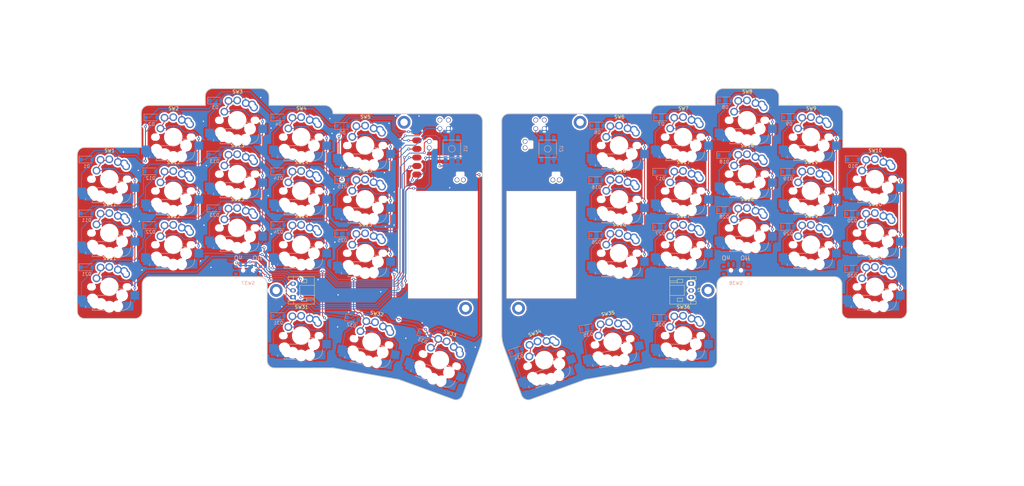
<source format=kicad_pcb>
(kicad_pcb (version 20221018) (generator pcbnew)
  (layers (0 "F.Cu" signal) (31 "B.Cu" signal) (34 "B.Paste" user) (35 "F.Paste" user) (36 "B.SilkS" user "B.Silkscreen") (37 "F.SilkS" user "F.Silkscreen") (38 "B.Mask" user) (39 "F.Mask" user) (44 "Edge.Cuts" user))
  (net 0 "")
  (net 1 "GND")
  (net 2 "+5V")
  (net 3 "Net-(D1-A)")
  (net 4 "row0")
  (net 5 "Net-(D2-A)")
  (net 6 "Net-(D3-A)")
  (net 7 "Net-(D4-A)")
  (net 8 "Net-(D5-A)")
  (net 9 "+3V3")
  (net 10 "Net-(D11-A)")
  (net 11 "row1")
  (net 12 "Net-(D12-A)")
  (net 13 "Net-(D13-A)")
  (net 14 "Net-(D14-A)")
  (net 15 "Net-(D15-A)")
  (net 20 "Net-(D21-A)")
  (net 21 "row2")
  (net 22 "Net-(D22-A)")
  (net 23 "Net-(D23-A)")
  (net 24 "Net-(D24-A)")
  (net 25 "Net-(D25-A)")
  (net 28 "Net-(D6-A)")
  (net 29 "row0_R")
  (net 30 "Net-(D7-A)")
  (net 31 "Net-(D8-A)")
  (net 32 "row3")
  (net 33 "Net-(D9-A)")
  (net 34 "Net-(D33-A)")
  (net 35 "Net-(D34-A)")
  (net 36 "Net-(D35-A)")
  (net 37 "Net-(D10-A)")
  (net 38 "row1_R")
  (net 39 "Net-(D16-A)")
  (net 40 "Net-(D17-A)")
  (net 41 "Net-(D18-A)")
  (net 42 "Net-(D19-A)")
  (net 43 "Net-(D20-A)")
  (net 44 "Net-(J1-Pin_2)")
  (net 45 "row2_R")
  (net 46 "Net-(D26-A)")
  (net 47 "Net-(D27-A)")
  (net 48 "Net-(D28-A)")
  (net 49 "Net-(D29-A)")
  (net 50 "Net-(D30-A)")
  (net 51 "B-")
  (net 52 "Net-(D31-A)")
  (net 53 "Net-(D32-A)")
  (net 54 "row3_R")
  (net 55 "RESET")
  (net 56 "col0")
  (net 57 "col1")
  (net 58 "col2")
  (net 59 "col3")
  (net 60 "col4")
  (net 61 "Net-(D36-A)")
  (net 62 "B-_R")
  (net 63 "Net-(J2-Pin_2)")
  (net 65 "col3_R")
  (net 66 "col2_R")
  (net 67 "col4_R")
  (net 68 "col0_R")
  (net 69 "B+")
  (net 73 "RESET_R")
  (net 74 "B+_R")
  (net 77 "col1_R")
  (footprint "fingerpunch:gateron-ks27-choc-v1-mx-soldered-and-hotswap" (layer "F.Cu") (at 64.948078 110.175263)
    (fp_text reference "SW22")
    (fp_text value "SW_Push")
  )
  (footprint "fingerpunch:gateron-ks27-choc-v1-mx-soldered-and-hotswap" (layer "F.Cu") (at 102.948076 137.175254)
    (fp_text reference "SW31")
    (fp_text value "SW_Push")
  )
  (footprint "fingerpunch:gateron-ks27-choc-v1-mx-soldered-and-hotswap" (layer "F.Cu") (at 83.948068 105.175262)
    (fp_text reference "SW23")
    (fp_text value "SW_Push")
  )
  (footprint "fingerpunch:gateron-ks27-choc-v1-mx-soldered-and-hotswap" (layer "F.Cu") (at 144.152611 144.440733 -20)
    (fp_text reference "SW33")
    (fp_text value "SW_Push")
  )
  (footprint "fingerpunch:gateron-ks27-choc-v1-mx-soldered-and-hotswap" (layer "F.Cu") (at 121.948078 112.675257)
    (fp_text reference "SW25")
    (fp_text value "SW_Push")
  )
  (footprint "fingerpunch:gateron-ks27-choc-v1-mx-soldered-and-hotswap" (layer "F.Cu") (at 45.948085 122.675257)
    (fp_text reference "SW21")
    (fp_text value "SW_Push")
  )
  (footprint "fingerpunch:gateron-ks27-choc-v1-mx-soldered-and-hotswap" (layer "F.Cu") (at 102.948078 94.175261)
    (fp_text reference "SW14")
    (fp_text value "SW_Push")
  )
  (footprint "fingerpunch:gateron-ks27-choc-v1-mx-soldered-and-hotswap" (layer "F.Cu") (at 123.868159 139.005536 -10)
    (fp_text reference "SW32")
    (fp_text value "SW_Push")
  )
  (footprint "fingerpunch:gateron-ks27-choc-v1-mx-soldered-and-hotswap" (layer "F.Cu") (at 102.948082 78.175256)
    (fp_text reference "SW4")
    (fp_text value "SW_Push")
  )
  (footprint "fingerpunch:gateron-ks27-choc-v1-mx-soldered-and-hotswap" (layer "F.Cu") (at 102.948076 110.17525)
    (fp_text reference "SW24")
    (fp_text value "SW_Push")
  )
  (footprint "fingerpunch:gateron-ks27-choc-v1-mx-soldered-and-hotswap" (layer "F.Cu") (at 64.948076 94.175255)
    (fp_text reference "SW12")
    (fp_text value "SW_Push")
  )
  (footprint "fingerpunch:gateron-ks27-choc-v1-mx-soldered-and-hotswap" (layer "F.Cu") (at 83.948074 73.175253)
    (fp_text reference "SW3")
    (fp_text value "SW_Push")
  )
  (footprint "fingerpunch:gateron-ks27-choc-v1-mx-soldered-and-hotswap" (layer "F.Cu") (at 121.948077 96.675263)
    (fp_text reference "SW15")
    (fp_text value "SW_Push")
  )
  (footprint "fingerpunch:gateron-ks27-choc-v1-mx-soldered-and-hotswap" (layer "F.Cu") (at 121.94808 80.675255)
    (fp_text reference "SW5")
    (fp_text value "SW_Push")
  )
  (footprint "fingerpunch:gateron-ks27-choc-v1-mx-soldered-and-hotswap" (layer "F.Cu") (at 83.948068 89.175257)
    (fp_text reference "SW13")
    (fp_text value "SW_Push")
  )
  (footprint "fingerpunch:gateron-ks27-choc-v1-mx-soldered-and-hotswap" (layer "F.Cu") (at 64.948082 78.175264)
    (fp_text reference "SW2")
    (fp_text value "SW_Push")
  )
  (footprint "fingerpunch:gateron-ks27-choc-v1-mx-soldered-and-hotswap" (layer "F.Cu") (at 45.948078 106.675256)
    (fp_text reference "SW11")
    (fp_text value "SW_Push")
  )
  (footprint "fingerpunch:gateron-ks27-choc-v1-mx-soldered-and-hotswap" (layer "F.Cu") (at 235.398522 105.175262)
    (fp_text reference "SW28")
    (fp_text value "SW_Push")
  )
  (footprint "fingerpunch:gateron-ks27-choc-v1-mx-soldered-and-hotswap" (layer "F.Cu") (at 235.398516 73.175253)
    (fp_text reference "SW8")
    (fp_text value "SW_Push")
  )
  (footprint "fingerpunch:gateron-ks27-choc-v1-mx-soldered-and-hotswap" (layer "F.Cu") (at 254.398512 110.175263)
    (fp_text reference "SW29")
    (fp_text value "SW_Push")
  )
  (footprint "fingerpunch:gateron-ks27-choc-v1-mx-soldered-and-hotswap" (layer "F.Cu") (at 254.398514 94.175255)
    (fp_text reference "SW19")
    (fp_text value "SW_Push")
  )
  (footprint "fingerpunch:gateron-ks27-choc-v1-mx-soldered-and-hotswap" (layer "F.Cu") (at 175.193979 144.440733 20)
    (fp_text reference "SW34")
    (fp_text value "SW_Push")
  )
  (footprint "fingerpunch:gateron-ks27-choc-v1-mx-soldered-and-hotswap" (layer "F.Cu") (at 195.478431 139.005536 10)
    (fp_text reference "SW35")
    (fp_text value "SW_Push")
  )
  (footprint "fingerpunch:gateron-ks27-choc-v1-mx-soldered-and-hotswap" (layer "F.Cu") (at 45.948079 90.67526)
    (fp_text reference "SW1")
    (fp_text value "SW_Push")
  )
  (footprint "MountingHole:MountingHole_2.2mm_M2_DIN965_Pad" (layer "F.Cu") (at 151.81 129.04)
    (fp_text reference "H3" hide)
    (fp_text value "MountingHole")
  )
  (footprint "MountingHole:MountingHole_2.2mm_M2_DIN965_Pad" (layer "F.Cu") (at 167.53659 129.04)
    (fp_text reference "H5" hide)
    (fp_text value "MountingHole")
  )
  (footprint "MountingHole:MountingHole_2.2mm_M2_DIN965_Pad" (layer "F.Cu") (at 133.52 73.78)
    (fp_text reference "H1" hide)
    (fp_text value "MountingHole")
  )
  (footprint "fingerpunch:gateron-ks27-choc-v1-mx-soldered-and-hotswap" (layer "F.Cu") (at 197.398512 112.675257)
    (fp_text reference "SW26")
    (fp_text value "SW_Push")
  )
  (footprint "fingerpunch:gateron-ks27-choc-v1-mx-soldered-and-hotswap" (layer "F.Cu") (at 235.398522 89.175257)
    (fp_text reference "SW18")
    (fp_text value "SW_Push")
  )
  (footprint "fingerpunch:xiao-ble-smd-cutout" (layer "F.Cu") (at 173.91659 81.69)
    (fp_text reference "M2" hide)
    (fp_text value "XIAO-BLE" hide)
    (fp_line (start -4.699 -0.7488) (end -4.699 -1.7902) (stroke (width 0.12)) (layer "Edge.Cuts"))
    (fp_line (start -4.0132 -2.476) (end -2.413 -2.476) (stroke (width 0.12)) (layer "Edge.Cuts"))
    (fp_line (start -2.413 -0.063) (end -4.0132 -0.063) (stroke (width 0.12)) (layer "Edge.Cuts"))
    (fp_line (start -2.032 -2.095) (end -2.032 -0.444) (stroke (width 0.12)) (layer "Edge.Cuts"))
    (fp_line (start -1.524 -6.4638) (end -1.524 -8.1402) (stroke (width 0.12)) (layer "Edge.Cuts"))
    (fp_line (start -0.8382 -8.826) (end 0.8382 -8.826) (stroke (width 0.12)) (layer "Edge.Cuts"))
    (fp_line (start -0.8382 -5.778) (end 0.8382 -5.778) (stroke (width 0.12)) (layer "Edge.Cuts"))
    (fp_line (start 1.524 -6.4638) (end 1.524 -8.1402) (stroke (width 0.12)) (layer "Edge.Cuts"))
    (fp_line (start 3.556 8.7762) (end 3.5565 7.176) (stroke (width 0.12)) (layer "Edge.Cuts"))
    (fp_line (start 3.9375 6.795) (end 5.5885 6.795) (stroke (width 0.12)) (layer "Edge.Cuts"))
    (fp_line (start 5.2832 9.462) (end 4.2418 9.462) (stroke (width 0.12)) (layer "Edge.Cuts"))
    (fp_line (start 5.9695 7.176) (end 5.969 8.7762) (stroke (width 0.12)) (layer "Edge.Cuts"))
    (fp_arc (start -4.699 -0.7488) (mid -4.095391 -0.666609) (end -4.0132 -0.063) (stroke (width 0.12)) (layer "Edge.Cuts"))
    (fp_arc (start -4.0132 -2.476) (mid -4.095391 -1.872391) (end -4.699 -1.7902) (stroke (width 0.12)) (layer "Edge.Cuts"))
    (fp_arc (start -2.413 -2.476) (mid -2.143592 -2.364408) (end -2.032 -2.095) (stroke (width 0.12)) (layer "Edge.Cuts"))
    (fp_arc (start -2.032 -0.444) (mid -2.143592 -0.174592) (end -2.413 -0.063) (stroke (width 0.12)) (layer "Edge.Cuts"))
    (fp_arc (start -1.524 -6.4638) (mid -0.920391 -6.381609) (end -0.8382 -5.778) (stroke (width 0.12)) (layer "Edge.Cuts"))
    (fp_arc (start -0.8382 -8.826) (mid -0.920391 -8.222391) (end -1.524 -8.1402) (stroke (width 0.12)) (layer "Edge.Cuts"))
    (fp_arc (start 0.8382 -5.778) (mid 0.920391 -6.381609) (end 1.524 -6.4638) (stroke (width 0.12)) (layer "Edge.Cuts"))
    (fp_arc (start 1.524 -8.1402) (mid 0.920393 -8.222393) (end 0.8382 -8.826) (stroke (width 0.12)) (layer "Edge.Cuts"))
    (fp_arc (start 3.556 8.7762) (mid 4.159607 8.858393) (end 4.2418 9.462) (stroke (width 0.12)) (layer "Edge.Cuts"))
    (fp_arc (start 3.5565 7.176) (mid 3.668092 6.906592) (end 3.9375 6.795) (stroke (width 0.12)) (layer "Edge.Cuts"))
    (fp_arc (start 5.2832 9.462) (mid 5.365393 8.858393) (end 5.969 8.7762) (stroke (width 0.12)) (layer "Edge.Cuts"))
    (fp_arc (start 5.5885 6.795) (mid 5.857908 6.906592) (end 5.9695 7.176) (stroke (width 0.12)) (layer "Edge.Cuts"))
  )
  (footprint "Connector_JST:JST_PH_S3B-PH-K_1x03_P2.00mm_Horizontal" (layer "F.Cu") (at 100.53 125.74 90)
    (fp_text reference "J1")
    (fp_text value "Conn_01x03_Female")
  )
  (footprint "MountingHole:MountingHole_2.2mm_M2_DIN965_Pad" (layer "F.Cu") (at 95.53 123.74)
    (fp_text reference "H2" hide)
    (fp_text value "MountingHole")
  )
  (footprint "fingerpunch:gateron-ks27-choc-v1-mx-soldered-and-hotswap" (layer "F.Cu") (at 273.398512 106.675256)
    (fp_text reference "SW20")
    (fp_text value "SW_Push")
  )
  (footprint "fingerpunch:gateron-ks27-choc-v1-mx-soldered-and-hotswap" (layer "F.Cu") (at 216.398514 137.175254)
    (fp_text reference "SW36")
    (fp_text value "SW_Push")
  )
  (footprint "Connector_JST:JST_PH_S3B-PH-K_1x03_P2.00mm_Horizontal" (layer "F.Cu") (at 218.82 121.73 -90)
    (fp_text reference "J2")
    (fp_text value "Conn_01x03_Female")
  )
  (footprint "fingerpunch:gateron-ks27-choc-v1-mx-soldered-and-hotswap" (layer "F.Cu") (at 216.398512 94.175261)
    (fp_text reference "SW17")
    (fp_text value "SW_Push")
  )
  (footprint "MountingHole:MountingHole_2.2mm_M2_DIN965_Pad" (layer "F.Cu") (at 185.82659 73.78)
    (fp_text reference "H4" hide)
    (fp_text value "MountingHole")
  )
  (footprint "fingerpunch:gateron-ks27-choc-v1-mx-soldered-and-hotswap" (layer "F.Cu") (at 216.398514 110.17525)
    (fp_text reference "SW27")
    (fp_text value "SW_Push")
  )
  (footprint "MountingHole:MountingHole_2.2mm_M2_DIN965_Pad" (layer "F.Cu") (at 223.82 123.73)
    (fp_text reference "H6" hide)
    (fp_text value "MountingHole")
  )
  (footprint "fingerpunch:gateron-ks27-choc-v1-mx-soldered-and-hotswap" (layer "F.Cu") (at 197.398513 96.675263)
    (fp_text reference "SW16")
    (fp_text value "SW_Push")
  )
  (footprint "fingerpunch:gateron-ks27-choc-v1-mx-soldered-and-hotswap" (layer "F.Cu") (at 197.39851 80.675255)
    (fp_text reference "SW6")
    (fp_text value "SW_Push")
  )
  (footprint "fingerpunch:xiao-ble-smd-cutout" (layer "F.Cu") (at 145.43 81.69)
    (fp_text reference "M1" hide)
    (fp_text value "XIAO-BLE" hide)
    (fp_line (start -4.699 -0.7488) (end -4.699 -1.7902) (stroke (width 0.12)) (layer "Edge.Cuts"))
    (fp_line (start -4.0132 -2.476) (end -2.413 -2.476) (stroke (width 0.12)) (layer "Edge.Cuts"))
    (fp_line (start -2.413 -0.063) (end -4.0132 -0.063) (stroke (width 0.12)) (layer "Edge.Cuts"))
    (fp_line (start -2.032 -2.095) (end -2.032 -0.444) (stroke (width 0.12)) (layer "Edge.Cuts"))
    (fp_line (start -1.524 -6.4638) (end -1.524 -8.1402) (stroke (width 0.12)) (layer "Edge.Cuts"))
    (fp_line (start -0.8382 -8.826) (end 0.8382 -8.826) (stroke (width 0.12)) (layer "Edge.Cuts"))
    (fp_line (start -0.8382 -5.778) (end 0.8382 -5.778) (stroke (width 0.12)) (layer "Edge.Cuts"))
    (fp_line (start 1.524 -6.4638) (end 1.524 -8.1402) (stroke (width 0.12)) (layer "Edge.Cuts"))
    (fp_line (start 3.556 8.7762) (end 3.5565 7.176) (stroke (width 0.12)) (layer "Edge.Cuts"))
    (fp_line (start 3.9375 6.795) (end 5.5885 6.795) (stroke (width 0.12)) (layer "Edge.Cuts"))
    (fp_line (start 5.2832 9.462) (end 4.2418 9.462) (stroke (width 0.12)) (layer "Edge.Cuts"))
    (fp_line (start 5.9695 7.176) (end 5.969 8.7762) (stroke (width 0.12)) (layer "Edge.Cuts"))
    (fp_arc (start -4.699 -0.7488) (mid -4.095391 -0.666609) (end -4.0132 -0.063) (stroke (width 0.12)) (layer "Edge.Cuts"))
    (fp_arc (start -4.0132 -2.476) (mid -4.095391 -1.872391) (end -4.699 -1.7902) (stroke (width 0.12)) (layer "Edge.Cuts"))
    (fp_arc (start -2.413 -2.476) (mid -2.143592 -2.364408) (end -2.032 -2.095) (stroke (width 0.12)) (layer "Edge.Cuts"))
    (fp_arc (start -2.032 -0.444) (mid -2.143592 -0.174592) (end -2.413 -0.063) (stroke (width 0.12)) (layer "Edge.Cuts"))
    (fp_arc (start -1.524 -6.4638) (mid -0.920391 -6.381609) (end -0.8382 -5.778) (stroke (width 0.12)) (layer "Edge.Cuts"))
    (fp_arc (start -0.8382 -8.826) (mid -0.920391 -8.222391) (end -1.524 -8.1402) (stroke (width 0.12)) (layer "Edge.Cuts"))
    (fp_arc (start 0.8382 -5.778) (mid 0.920391 -6.381609) (end 1.524 -6.4638) (stroke (width 0.12)) (layer "Edge.Cuts"))
    (fp_arc (start 1.524 -8.1402) (mid 0.920393 -8.222393) (end 0.8382 -8.826) (stroke (width 0.12)) (layer "Edge.Cuts"))
    (fp_arc (start 3.556 8.7762) (mid 4.159607 8.858393) (end 4.2418 9.462) (stroke (width 0.12)) (layer "Edge.Cuts"))
    (fp_arc (start 3.5565 7.176) (mid 3.668092 6.906592) (end 3.9375 6.795) (stroke (width 0.12)) (layer "Edge.Cuts"))
    (fp_arc (start 5.2832 9.462) (mid 5.365393 8.858393) (end 5.969 8.7762) (stroke (width 0.12)) (layer "Edge.Cuts"))
    (fp_arc (start 5.5885 6.795) (mid 5.857908 6.906592) (end 5.9695 7.176) (stroke (width 0.12)) (layer "Edge.Cuts"))
  )
  (footprint "fingerpunch:gateron-ks27-choc-v1-mx-soldered-and-hotswap" (layer "F.Cu") (at 216.398508 78.175256)
    (fp_text reference "SW7")
    (fp_text value "SW_Push")
  )
  (footprint "fingerpunch:gateron-ks27-choc-v1-mx-soldered-and-hotswap" (layer "F.Cu") (at 273.398505 122.675257)
    (fp_text reference "SW30")
    (fp_text value "SW_Push")
  )
  (footprint "fingerpunch:gateron-ks27-choc-v1-mx-soldered-and-hotswap" (layer "F.Cu") (at 254.398508 78.175264)
    (fp_text reference "SW9")
    (fp_text value "SW_Push")
  )
  (footprint "fingerpunch:gateron-ks27-choc-v1-mx-soldered-and-hotswap" (layer "F.Cu") (at 273.398511 90.67526)
    (fp_text reference "SW10")
    (fp_text value "SW_Push")
  )
  (footprint "Diode_SMD:D_SOD-123" (layer "B.Cu") (at 77.427077 67.350533)
    (fp_text reference "D3")
    (fp_text value "1N4148W")
  )
  (footprint "Diode_SMD:D_SOD-123" (layer "B.Cu") (at 115.199348 74.85053)
    (fp_text reference "D5")
    (fp_text value "1N4148W")
  )
  (footprint "Diode_SMD:D_SOD-123" (layer "B.Cu") (at 96.199348 72.350529)
    (fp_text reference "D4")
    (fp_text value "1N4148W")
  )
  (footprint "Diode_SMD:D_SOD-123" (layer "B.Cu") (at 39.199352 84.850533)
    (fp_text reference "D1")
    (fp_text value "1N4148W" hide)
  )
  (footprint "Diode_SMD:D_SOD-123" (layer "B.Cu") (at 58.502076 72.350548)
    (fp_text reference "D2")
    (fp_text value "1N4148W")
  )
  (footprint "Diode_SMD:D_SOD-123" (layer "B.Cu") (at 58.199342 88.350535)
    (fp_text reference "D12")
    (fp_text value "1N4148W")
  )
  (footprint "Diode_SMD:D_SOD-123" (layer "B.Cu") (at 96.199354 88.350535)
    (fp_text reference "D14")
    (fp_text value "1N4148W")
  )
  (footprint "Diode_SMD:D_SOD-123" (layer "B.Cu") (at 77.199349 83.350532)
    (fp_text reference "D13")
    (fp_text value "1N4148W")
  )
  (footprint "Diode_SMD:D_SOD-123" (layer "B.Cu") (at 115.199356 90.850537)
    (fp_text reference "D15")
    (fp_text value "1N4148W")
  )
  (footprint "Diode_SMD:D_SOD-123" (layer "B.Cu") (at 58.199353 104.350542)
    (fp_text reference "D22")
    (fp_text value "1N4148W")
  )
  (footprint "Diode_SMD:D_SOD-123" (layer "B.Cu") (at 115.199352 106.850536)
    (fp_text reference "D25")
    (fp_text value "1N4148W")
  )
  (footprint "Diode_SMD:D_SOD-123" (layer "B.Cu") (at 96.19935 104.350533)
    (fp_text reference "D24")
    (fp_text value "1N4148W")
  )
  (footprint "Diode_SMD:D_SOD-123" (layer "B.Cu") (at 77.199343 99.350535)
    (fp_text reference "D23")
    (fp_text value "1N4148W")
  )
  (footprint "Diode_SMD:D_SOD-123" (layer "B.Cu") (at 39.199353 116.850539)
    (fp_text reference "D21")
    (fp_text value "1N4148W" hide)
  )
  (footprint "Diode_SMD:D_SOD-123" (layer "B.Cu") (at 39.199353 100.850533)
    (fp_text reference "D11")
    (fp_text value "1N4148W" hide)
  )
  (footprint "Diode_SMD:D_SOD-123" (layer "B.Cu") (at 96.199351 131.350534)
    (fp_text reference "D31")
    (fp_text value "1N4148W")
  )
  (footprint "Diode_SMD:D_SOD-123" (layer "B.Cu") (at 118.267486 132.070771 -10)
    (fp_text reference "D32")
    (fp_text value "1N4148W")
  )
  (footprint "Diode_SMD:D_SOD-123" (layer "B.Cu") (at 139.766023 136.762817 -20)
    (fp_text reference "D33")
    (fp_text value "1N4148W")
  )
  (footprint "fingerpunch:MSK-12C02" (layer "B.Cu") (at 232.136522 117.770262)
    (fp_text reference "SW38")
    (fp_text value "SW_DPDT")
  )
  (footprint "Diode_SMD:D_SOD-123" (layer "B.Cu") (at 228.95 67.29)
    (fp_text reference "D8")
    (fp_text value "1N4148W")
  )
  (footprint "Diode_SMD:D_SOD-123" (layer "B.Cu") (at 190.69 107.33)
    (fp_text reference "D26")
    (fp_text value "1N4148W")
  )
  (footprint "Diode_SMD:D_SOD-123" (layer "B.Cu") (at 209.66 104.84)
    (fp_text reference "D27")
    (fp_text value "1N4148W")
  )
  (footprint "Diode_SMD:D_SOD-123" (layer "B.Cu") (at 266.67 101)
    (fp_text reference "D20")
    (fp_text value "1N4148W" hide)
  )
  (footprint "Diode_SMD:D_SOD-123" (layer "B.Cu") (at 209.66 131.93)
    (fp_text reference "D36")
    (fp_text value "1N4148W")
  )
  (footprint "Diode_SMD:D_SOD-123" (layer "B.Cu") (at 247.96 72.27)
    (fp_text reference "D9")
    (fp_text value "1N4148W")
  )
  (footprint "Diode_SMD:D_SOD-123" (layer "B.Cu") (at 247.65 88.51)
    (fp_text reference "D19")
    (fp_text value "1N4148W")
  )
  (footprint "Diode_SMD:D_SOD-123" (layer "B.Cu") (at 166.989507 141.724333 20)
    (fp_text reference "D34")
    (fp_text value "1N4148W")
  )
  (footprint "Diode_SMD:D_SOD-123" (layer "B.Cu") (at 247.65 104.83)
    (fp_text reference "D29")
    (fp_text value "1N4148W")
  )
  (footprint "Diode_SMD:D_SOD-123" (layer "B.Cu") (at 228.66 83.51)
    (fp_text reference "D18")
    (fp_text value "1N4148W")
  )
  (footprint "Diode_SMD:D_SOD-123" (layer "B.Cu") (at 209.95 72.29)
    (fp_text reference "D7")
    (fp_text value "1N4148W")
  )
  (footprint "Diode_SMD:D_SOD-123" (layer "B.Cu") (at 209.66 88.49)
    (fp_text reference "D17")
    (fp_text value "1N4148W")
  )
  (footprint "fingerpunch:MSK-12C02" (layer "B.Cu") (at 87.21 117.77)
    (fp_text reference "SW37")
    (fp_text value "SW_DPDT")
  )
  (footprint "Diode_SMD:D_SOD-123" (layer "B.Cu") (at 228.65 99.85)
    (fp_text reference "D28")
    (fp_text value "1N4148W")
  )
  (footprint "Diode_SMD:D_SOD-123" (layer "B.Cu") (at 266.68 117.34)
    (fp_text reference "D30")
    (fp_text value "1N4148W" hide)
  )
  (footprint "Diode_SMD:D_SOD-123" (layer "B.Cu") (at 190.97 74.77)
    (fp_text reference "D6")
    (fp_text value "1N4148W")
  )
  (footprint "Diode_SMD:D_SOD-123" (layer "B.Cu") (at 266.89 84.78)
    (fp_text reference "D10")
    (fp_text value "1N4148W" hide)
  )
  (footprint "Diode_SMD:D_SOD-123" (layer "B.Cu") (at 187.895067 134.926519 10)
    (fp_text reference "D35")
    (fp_text value "1N4148W")
  )
  (footprint "Diode_SMD:D_SOD-123" (layer "B.Cu") (at 190.68 91.01)
    (fp_text reference "D16")
    (fp_text value "1N4148W")
  )
  (footprint "fingerpunch:SKQG-1155865" (layer "B.Cu") (at 147.7 81.658 -90)
    (fp_text reference "U1")
    (fp_text value "SW_Push")
  )
  (footprint "fingerpunch:SKQG-1155865" (layer "B.Cu") (at 176.18659 81.658 -90)
    (fp_text reference "U2")
    (fp_text value "SW_Push")
  )
  (gr_rect (start 134.78 94.28) (end 155.32 126.05) (stroke (width 0.05)) (fill none) (layer "Edge.Cuts"))
  (gr_curve (pts (xy 92.721805 64.469535) (xy 93.187813 64.940276) (xy 93.44622 65.577824) (xy 93.439497 66.240159)) (stroke (width 0.25)) (layer "Edge.Cuts"))
  (gr_line (start 93.439497 66.240159) (end 93.414154 68.735854) (stroke (width 0.25)) (layer "Edge.Cuts"))
  (gr_curve (pts (xy 224.34659 146.792247) (xy 225.537711 146.792137) (xy 226.503244 145.826548) (xy 226.503295 144.635448)) (stroke (width 0.25)) (layer "Edge.Cuts"))
  (gr_curve (pts (xy 75.09734 64.411247) (xy 75.525922 63.978214) (xy 76.109898 63.734542) (xy 76.719163 63.73452)) (stroke (width 0.25)) (layer "Edge.Cuts"))
  (gr_curve (pts (xy 150.944365 154.841029) (xy 150.536874 155.960279) (xy 149.299286 156.537332) (xy 148.18 156.13)) (stroke (width 0.25)) (layer "Edge.Cuts"))
  (gr_curve (pts (xy 280.76659 132.12) (xy 281.957711 132.11989) (xy 282.923244 131.154301) (xy 282.923295 129.963201)) (stroke (width 0.25)) (layer "Edge.Cuts"))
  (gr_line (start 131.936685 150.218697) (end 112.464736 146.784799) (stroke (width 0.25)) (layer "Edge.Cuts"))
  (gr_line (start 224.34659 146.792247) (end 206.881854 146.784799) (stroke (width 0.25)) (layer "Edge.Cuts"))
  (gr_curve (pts (xy 74.437404 66.039971) (xy 74.431131 65.430732) (xy 74.668747 64.844288) (xy 75.09734 64.411247)) (stroke (width 0.25)) (layer "Edge.Cuts"))
  (gr_curve (pts (xy 154.673295 71.231701) (xy 155.864416 71.231811) (xy 156.829949 72.1974) (xy 156.83 73.3885)) (stroke (width 0.25)) (layer "Edge.Cuts"))
  (gr_line (start 261.44659 119.67) (end 228.66 119.67) (stroke (width 0.25)) (layer "Edge.Cuts"))
  (gr_curve (pts (xy 109.963818 68.735233) (xy 110.622617 68.735211) (xy 111.253702 69.00032) (xy 111.714826 69.470801)) (stroke (width 0.25)) (layer "Edge.Cuts"))
  (gr_line (start 93.414154 68.735854) (end 109.963818 68.735233) (stroke (width 0.25)) (layer "Edge.Cuts"))
  (gr_curve (pts (xy 244.24925 64.411247) (xy 243.820668 63.978214) (xy 243.236692 63.734542) (xy 242.627427 63.73452)) (stroke (width 0.25)) (layer "Edge.Cuts"))
  (gr_line (start 164.673295 71.231701) (end 206.930727 71.233908) (stroke (width 0.25)) (layer "Edge.Cuts"))
  (gr_curve (pts (xy 38.58 132.12) (xy 37.388879 132.11989) (xy 36.423346 131.154301) (xy 36.423295 129.963201)) (stroke (width 0.25)) (layer "Edge.Cuts"))
  (gr_line (start 265.76659 132.12) (end 280.76659 132.12) (stroke (width 0.25)) (layer "Edge.Cuts"))
  (gr_curve (pts (xy 95 146.792247) (xy 93.808879 146.792137) (xy 92.843346 145.826548) (xy 92.843295 144.635448)) (stroke (width 0.25)) (layer "Edge.Cuts"))
  (gr_line (start 36.423295 129.963201) (end 36.413689 83.391419) (stroke (width 0.25)) (layer "Edge.Cuts"))
  (gr_line (start 263.921438 70.993101) (end 263.881433 81.234086) (stroke (width 0.25)) (layer "Edge.Cuts"))
  (gr_line (start 206.881854 146.784799) (end 187.409905 150.218697) (stroke (width 0.25)) (layer "Edge.Cuts"))
  (gr_rect (start 164.02659 126.05) (end 184.56659 94.28) (stroke (width 0.05)) (fill none) (layer "Edge.Cuts"))
  (gr_line (start 148.18 156.13) (end 131.936685 150.218697) (stroke (width 0.25)) (layer "Edge.Cuts"))
  (gr_line (start 55.736799 129.963295) (end 55.743201 121.826705) (stroke (width 0.25)) (layer "Edge.Cuts"))
  (gr_line (start 57.673907 68.735517) (end 74.465142 68.735463) (stroke (width 0.25)) (layer "Edge.Cuts"))
  (gr_curve (pts (xy 111.714826 69.470801) (xy 112.175955 69.941309) (xy 112.428337 70.577577) (xy 112.415078 71.23623)) (stroke (width 0.25)) (layer "Edge.Cuts"))
  (gr_curve (pts (xy 244.909186 66.039971) (xy 244.915459 65.430732) (xy 244.677843 64.844288) (xy 244.24925 64.411247)) (stroke (width 0.25)) (layer "Edge.Cuts"))
  (gr_curve (pts (xy 55.425152 70.993101) (xy 55.42281 70.395168) (xy 55.658698 69.820921) (xy 56.080672 69.397281)) (stroke (width 0.25)) (layer "Edge.Cuts"))
  (gr_curve (pts (xy 156.83 137.29) (xy 156.74 138.66) (xy 156.481999 139.626354) (xy 156.074667 140.74564)) (stroke (width 0.25)) (layer "Edge.Cuts"))
  (gr_line (start 244.909186 66.039971) (end 244.881448 68.735463) (stroke (width 0.25)) (layer "Edge.Cuts"))
  (gr_line (start 168.402225 154.841029) (end 163.271923 140.74564) (stroke (width 0.25)) (layer "Edge.Cuts"))
  (gr_curve (pts (xy 207.631764 69.470801) (xy 207.170635 69.941309) (xy 206.918253 70.577577) (xy 206.931512 71.23623)) (stroke (width 0.25)) (layer "Edge.Cuts"))
  (gr_curve (pts (xy 263.603389 121.826705) (xy 263.603279 120.635584) (xy 262.63769 119.670051) (xy 261.44659 119.67)) (stroke (width 0.25)) (layer "Edge.Cuts"))
  (gr_curve (pts (xy 55.736799 129.963295) (xy 55.736689 131.154416) (xy 54.7711 132.119949) (xy 53.58 132.12)) (stroke (width 0.25)) (layer "Edge.Cuts"))
  (gr_line (start 55.465157 81.234086) (end 55.425152 70.993101) (stroke (width 0.25)) (layer "Edge.Cuts"))
  (gr_line (start 112.415863 71.233908) (end 154.673295 71.231701) (stroke (width 0.25)) (layer "Edge.Cuts"))
  (gr_line (start 282.932901 83.391419) (end 282.923295 129.963201) (stroke (width 0.25)) (layer "Edge.Cuts"))
  (gr_curve (pts (xy 90.95854 63.733989) (xy 91.620921 63.733967) (xy 92.255806 63.998811) (xy 92.721805 64.469535)) (stroke (width 0.25)) (layer "Edge.Cuts"))
  (gr_line (start 263.603389 121.826705) (end 263.609791 129.963295) (stroke (width 0.25)) (layer "Edge.Cuts"))
  (gr_curve (pts (xy 226.624785 64.469535) (xy 226.158777 64.940276) (xy 225.90037 65.577824) (xy 225.907093 66.240159)) (stroke (width 0.25)) (layer "Edge.Cuts"))
  (gr_curve (pts (xy 162.51659 137.29) (xy 162.60659 138.66) (xy 162.864591 139.626354) (xy 163.271923 140.74564)) (stroke (width 0.25)) (layer "Edge.Cuts"))
  (gr_line (start 162.51659 73.3885) (end 162.51659 137.29) (stroke (width 0.25)) (layer "Edge.Cuts"))
  (gr_line (start 209.382772 68.735233) (end 225.932436 68.735854) (stroke (width 0.25)) (layer "Edge.Cuts"))
  (gr_line (start 38.570488 81.234714) (end 55.465157 81.234086) (stroke (width 0.25)) (layer "Edge.Cuts"))
  (gr_curve (pts (xy 263.609791 129.963295) (xy 263.609901 131.154416) (xy 264.57549 132.119949) (xy 265.76659 132.12)) (stroke (width 0.25)) (layer "Edge.Cuts"))
  (gr_curve (pts (xy 55.743201 121.826705) (xy 55.743311 120.635584) (xy 56.7089 119.670051) (xy 57.9 119.67)) (stroke (width 0.25)) (layer "Edge.Cuts"))
  (gr_line (start 76.719163 63.73452) (end 90.95854 63.733989) (stroke (width 0.25)) (layer "Edge.Cuts"))
  (gr_line (start 226.503295 144.635448) (end 226.503295 121.826799) (stroke (width 0.25)) (layer "Edge.Cuts"))
  (gr_curve (pts (xy 209.382772 68.735233) (xy 208.723973 68.735211) (xy 208.092888 69.00032) (xy 207.631764 69.470801)) (stroke (width 0.25)) (layer "Edge.Cuts"))
  (gr_line (start 187.409905 150.218697) (end 171.16659 156.13) (stroke (width 0.25)) (layer "Edge.Cuts"))
  (gr_curve (pts (xy 228.38805 63.733989) (xy 227.725669 63.733967) (xy 227.090784 63.998811) (xy 226.624785 64.469535)) (stroke (width 0.25)) (layer "Edge.Cuts"))
  (gr_line (start 38.58 132.12) (end 53.58 132.12) (stroke (width 0.25)) (layer "Edge.Cuts"))
  (gr_line (start 74.465142 68.735463) (end 74.437404 66.039971) (stroke (width 0.25)) (layer "Edge.Cuts"))
  (gr_line (start 156.074667 140.74564) (end 150.944365 154.841029) (stroke (width 0.25)) (layer "Edge.Cuts"))
  (gr_line (start 90.68659 119.67) (end 57.9 119.67) (stroke (width 0.25)) (layer "Edge.Cuts"))
  (gr_line (start 244.881448 68.735463) (end 261.672683 68.735517) (stroke (width 0.25)) (layer "Edge.Cuts"))
  (gr_line (start 225.932436 68.735854) (end 225.907093 66.240159) (stroke (width 0.25)) (layer "Edge.Cuts"))
  (gr_line (start 228.38805 63.733989) (end 242.627427 63.73452) (stroke (width 0.25)) (layer "Edge.Cuts"))
  (gr_line (start 263.881433 81.234086) (end 280.776102 81.234714) (stroke (width 0.25)) (layer "Edge.Cuts"))
  (gr_curve (pts (xy 168.402225 154.841029) (xy 168.809716 155.960279) (xy 170.047304 156.537332) (xy 171.16659 156.13)) (stroke (width 0.25)) (layer "Edge.Cuts"))
  (gr_curve (pts (xy 263.265918 69.397281) (xy 262.843936 68.973651) (xy 262.270611 68.735511) (xy 261.672683 68.735517)) (stroke (width 0.25)) (layer "Edge.Cuts"))
  (gr_line (start 156.83 137.29) (end 156.83 73.3885) (stroke (width 0.25)) (layer "Edge.Cuts"))
  (gr_line (start 112.464736 146.784799) (end 95 146.792247) (stroke (width 0.25)) (layer "Edge.Cuts"))
  (gr_curve (pts (xy 263.921438 70.993101) (xy 263.92378 70.395168) (xy 263.687892 69.820921) (xy 263.265918 69.397281)) (stroke (width 0.25)) (layer "Edge.Cuts"))
  (gr_curve (pts (xy 36.413689 83.391419) (xy 36.413799 82.200298) (xy 37.379388 81.234765) (xy 38.570488 81.234714)) (stroke (width 0.25)) (layer "Edge.Cuts"))
  (gr_curve (pts (xy 164.673295 71.231701) (xy 163.482174 71.231811) (xy 162.516641 72.1974) (xy 162.51659 73.3885)) (stroke (width 0.25)) (layer "Edge.Cuts"))
  (gr_curve (pts (xy 282.932901 83.391419) (xy 282.932791 82.200298) (xy 281.967202 81.234765) (xy 280.776102 81.234714)) (stroke (width 0.25)) (layer "Edge.Cuts"))
  (gr_curve (pts (xy 56.080672 69.397281) (xy 56.502654 68.973651) (xy 57.075979 68.735511) (xy 57.673907 68.735517)) (stroke (width 0.25)) (layer "Edge.Cuts"))
  (gr_curve (pts (xy 228.66 119.67) (xy 227.468879 119.67011) (xy 226.503346 120.635699) (xy 226.503295 121.826799)) (stroke (width 0.25)) (layer "Edge.Cuts"))
  (gr_line (start 92.843295 121.826799) (end 92.843295 144.635448) (stroke (width 0.25)) (layer "Edge.Cuts"))
  (gr_curve (pts (xy 90.68659 119.67) (xy 91.877711 119.67011) (xy 92.843244 120.635699) (xy 92.843295 121.826799)) (stroke (width 0.25)) (layer "Edge.Cuts"))
  (via (at 113.77 134.57) (size 0.8) (drill 0.4) (layers "F.Cu" "B.Cu") (net 1))
  (via (at 134.05 137.95) (size 0.8) (drill 0.4) (layers "F.Cu" "B.Cu") (net 1))
  (via (at 111.49 72.67) (size 0.8) (drill 0.4) (layers "F.Cu" "B.Cu") (net 1))
  (via (at 107.97 120.54) (size 0.8) (drill 0.4) (layers "F.Cu" "B.Cu") (net 1))
  (via (at 154.69 140.62) (size 0.8) (drill 0.4) (layers "F.Cu" "B.Cu") (net 1))
  (via (at 74.791153 86.662985) (size 0.8) (drill 0.4) (layers "F.Cu" "B.Cu") (net 1))
  (via (at 76.15 116.89) (size 0.8) (drill 0.4) (layers "F.Cu" "B.Cu") (net 1))
  (via (at 138.93 133.37) (size 0.8) (drill 0.4) (layers "F.Cu" "B.Cu") (net 1))
  (via (at 54.545857 88.082768) (size 0.8) (drill 0.4) (layers "F.Cu" "B.Cu") (net 1))
  (via (at 50.154202 82.60786) (size 0.8) (drill 0.4) (layers "F.Cu" "B.Cu") (net 1))
  (via (at 137.97 71.93) (size 0.8) (drill 0.4) (layers "F.Cu" "B.Cu") (net 1))
  (via (at 130.95 71.9) (size 0.8) (drill 0.4) (layers "F.Cu" "B.Cu") (net 1))
  (via (at 112.97 109.39) (size 0.8) (drill 0.4) (layers "F.Cu" "B.Cu") (net 1))
  (via (at 131.13 117.54) (size 0.8) (drill 0.4) (layers "F.Cu" "B.Cu") (net 1))
  (via (at 130.61 94.45) (size 0.8) (drill 0.4) (layers "F.Cu" "B.Cu") (net 1))
  (via (at 74.097784 104.351709) (size 0.8) (drill 0.4) (layers "F.Cu" "B.Cu") (net 1))
  (via (at 130.54 104.32) (size 0.8) (drill 0.4) (layers "F.Cu" "B.Cu") (net 1))
  (via (at 97.19 128.56) (size 0.8) (drill 0.4) (layers "F.Cu" "B.Cu") (net 1))
  (via (at 113.92 125.06) (size 0.8) (drill 0.4) (layers "F.Cu" "B.Cu") (net 1))
  (via (at 88.87 118.37) (size 0.8) (drill 0.4) (layers "F.Cu" "B.Cu") (net 1))
  (via (at 117.073046 130.18411) (size 0.8) (drill 0.4) (layers "F.Cu" "B.Cu") (net 1))
  (via (at 112.134819 77.077659) (size 0.8) (drill 0.4) (layers "F.Cu" "B.Cu") (net 1))
  (via (at 126.58 124.11) (size 0.8) (drill 0.4) (layers "F.Cu" "B.Cu") (net 1))
  (via (at 54.873162 103.213629) (size 0.8) (drill 0.4) (layers "F.Cu" "B.Cu") (net 1))
  (via (at 73.05 115.01) (size 0.8) (drill 0.4) (layers "F.Cu" "B.Cu") (net 1))
  (via (at 127.682163 88.744718) (size 0.8) (drill 0.4) (layers "F.Cu" "B.Cu") (net 1))
  (via (at 129.06 74.1) (size 0.8) (drill 0.4) (layers "F.Cu" "B.Cu") (net 1))
  (via (at 128.000926 104.809614) (size 0.8) (drill 0.4) (layers "F.Cu" "B.Cu") (net 1))
  (via (at 112.65 93.6) (size 0.8) (drill 0.4) (layers "F.Cu" "B.Cu") (net 1))
  (via (at 93.169942 95.559341) (size 0.8) (drill 0.4) (layers "F.Cu" "B.Cu") (net 1))
  (via (at 90.927076 66.431539) (size 0.8) (drill 0.4) (layers "F.Cu" "B.Cu") (net 1))
  (via (at 147.08 93.22) (size 0.8) (drill 0.4) (layers "F.Cu" "B.Cu") (net 1))
  (via (at 94.105206 106.962363) (size 0.8) (drill 0.4) (layers "F.Cu" "B.Cu") (net 1))
  (via (at 55.668294 117.675613) (size 0.8) (drill 0.4) (layers "F.Cu" "B.Cu") (net 1))
  (via (at 94.01281 75.514723) (size 0.8) (drill 0.4) (layers "F.Cu" "B.Cu") (net 1))
  (via (at 73.906255 73.500034) (size 0.8) (drill 0.4) (layers "F.Cu" "B.Cu") (net 1))
  (segment (start 37.673081 94.475258) (end 37.673079 89.052286) (width 0.254) (layer "B.Cu") (net 3))
  (segment (start 47.074667 82.900702) (end 48.488079 84.314112) (width 0.254) (layer "B.Cu") (net 3))
  (segment (start 40.849353 85.876009) (end 40.849354 84.850534) (width 0.254) (layer "B.Cu") (net 3))
  (segment (start 40.849354 84.850534) (end 40.849355 84.576013) (width 0.254) (layer "B.Cu") (net 3))
  (segment (start 37.673079 89.052286) (end 40.849353 85.876009) (width 0.254) (layer "B.Cu") (net 3))
  (segment (start 42.524668 82.9007) (end 47.074667 82.900702) (width 0.254) (layer "B.Cu") (net 3))
  (segment (start 40.849355 84.576013) (end 42.524668 82.9007) (width 0.254) (layer "B.Cu") (net 3))
  (segment (start 48.488079 84.314112) (end 48.48808 85.595256) (width 0.254) (layer "B.Cu") (net 3))
  (segment (start 136.83004 76.58) (end 136.86004 76.61) (width 0.254) (layer "F.Cu") (net 4))
  (segment (start 134.85 76.58) (end 136.83004 76.58) (width 0.254) (layer "F.Cu") (net 4))
  (segment (start 56.699664 85.2757) (end 56.699669 75.050702) (width 0.254) (layer "F.Cu") (net 4))
  (via (at 134.85 76.58) (size 0.8) (drill 0.4) (layers "F.Cu" "B.Cu") (net 4))
  (via (at 56.699664 85.2757) (size 0.8) (drill 0.4) (layers "F.Cu" "B.Cu") (net 4))
  (via (at 56.699669 75.050702) (size 0.8) (drill 0.4) (layers "F.Cu" "B.Cu") (net 4))
  (segment (start 56.852076 74.898292) (end 56.852078 72.350547) (width 0.254) (layer "B.Cu") (net 4))
  (segment (start 47.549665 82.2007) (end 47.949665 82.6007) (width 0.254) (layer "B.Cu") (net 4))
  (segment (start 95.799834 72.350531) (end 98.374667 69.775699) (width 0.254) (layer "B.Cu") (net 4))
  (segment (start 76.599832 67.350532) (end 79.224666 64.7257) (width 0.254) (layer "B.Cu") (net 4))
  (segment (start 38.849834 84.850533) (end 39.699671 84.000699) (width 0.254) (layer "B.Cu") (net 4))
  (segment (start 51.399666 83.625702) (end 53.849665 83.625699) (width 0.254) (layer "B.Cu") (net 4))
  (segment (start 57.899816 72.350547) (end 60.549663 69.700701) (width 0.254) (layer "B.Cu") (net 4))
  (segment (start 37.549353 84.850534) (end 38.849834 84.850533) (width 0.254) (layer "B.Cu") (net 4))
  (segment (start 56.699669 75.050702) (end 56.852076 74.898292) (width 0.254) (layer "B.Cu") (net 4))
  (segment (start 116.949669 71.825699) (end 123.774664 71.825699) (width 0.254) (layer "B.Cu") (net 4))
  (segment (start 56.852078 72.350547) (end 57.899816 72.350547) (width 0.254) (layer "B.Cu") (net 4))
  (segment (start 131.57 76.58) (end 134.85 76.58) (width 0.254) (layer "B.Cu") (net 4))
  (segment (start 106.524663 69.775698) (end 111.599495 74.850532) (width 0.254) (layer "B.Cu") (net 4))
  (segment (start 76.227076 67.800531) (end 75.777076 67.350532) (width 0.254) (layer "B.Cu") (net 4))
  (segment (start 43.27467 82.200699) (end 47.549665 82.2007) (width 0.254) (layer "B.Cu") (net 4))
  (segment (start 60.549663 69.700701) (end 75.507918 69.700698) (width 0.254) (layer "B.Cu") (net 4))
  (segment (start 53.849665 83.625699) (end 54.224666 84.000697) (width 0.254) (layer "B.Cu") (net 4))
  (segment (start 94.549345 71.575382) (end 94.549346 72.350532) (width 0.254) (layer "B.Cu") (net 4))
  (segment (start 98.374667 69.775699) (end 106.524663 69.775698) (width 0.254) (layer "B.Cu") (net 4))
  (segment (start 39.699671 84.000699) (end 41.499666 82.200699) (width 0.254) (layer "B.Cu") (net 4))
  (segment (start 79.224666 64.7257) (end 87.69967 64.725699) (width 0.254) (layer "B.Cu") (net 4))
  (segment (start 76.227076 68.981538) (end 76.227076 67.800531) (width 0.254) (layer "B.Cu") (net 4))
  (segment (start 55.499666 85.2757) (end 56.699664 85.2757) (width 0.254) (layer "B.Cu") (net 4))
  (segment (start 113.549352 74.850534) (end 113.924839 74.850528) (width 0.254) (layer "B.Cu") (net 4))
  (segment (start 75.777076 67.350532) (end 76.599832 67.350532) (width 0.254) (layer "B.Cu") (net 4))
  (segment (start 94.549346 72.350532) (end 95.799834 72.350531) (width 0.254) (layer "B.Cu") (net 4))
  (segment (start 41.499666 82.200699) (end 43.27467 82.200699) (width 0.254) (layer "B.Cu") (net 4))
  (segment (start 47.949665 82.6007) (end 48.974667 83.625697) (width 0.254) (layer "B.Cu") (net 4))
  (segment (start 130.19 72.25) (end 130.74 72.8) (width 0.254) (layer "B.Cu") (net 4))
  (segment (start 123.774664 71.825699) (end 124.198965 72.25) (width 0.254) (layer "B.Cu") (net 4))
  (segment (start 130.74 75.75) (end 131.57 76.58) (width 0.254) (layer "B.Cu") (net 4))
  (segment (start 111.599495 74.850532) (end 113.549352 74.850534) (width 0.254) (layer "B.Cu") (net 4))
  (segment (start 54.224666 84.000697) (end 55.499666 85.2757) (width 0.254) (layer "B.Cu") (net 4))
  (segment (start 75.507918 69.700698) (end 76.227076 68.981538) (width 0.254) (layer "B.Cu") (net 4))
  (segment (start 130.74 72.8) (end 130.74 75.75) (width 0.254) (layer "B.Cu") (net 4))
  (segment (start 124.198965 72.25) (end 130.19 72.25) (width 0.254) (layer "B.Cu") (net 4))
  (segment (start 48.974667 83.625697) (end 51.399666 83.625702) (width 0.254) (layer "B.Cu") (net 4))
  (segment (start 87.69967 64.725699) (end 94.549345 71.575382) (width 0.254) (layer "B.Cu") (net 4))
  (segment (start 113.924839 74.850528) (end 116.949669 71.825699) (width 0.254) (layer "B.Cu") (net 4))
  (segment (start 56.673083 76.752282) (end 60.152076 73.273291) (width 0.254) (layer "B.Cu") (net 5))
  (segment (start 56.673084 81.975267) (end 56.673083 76.752282) (width 0.254) (layer "B.Cu") (net 5))
  (segment (start 60.152076 73.273291) (end 60.152077 72.350547) (width 0.254) (layer "B.Cu") (net 5))
  (segment (start 61.499667 70.425702) (end 66.199666 70.4257) (width 0.254) (layer "B.Cu") (net 5))
  (segment (start 60.152078 71.773289) (end 61.499667 70.425702) (width 0.254) (layer "B.Cu") (net 5))
  (segment (start 60.152077 72.350547) (end 60.152078 71.773289) (width 0.254) (layer "B.Cu") (net 5))
  (segment (start 67.488083 71.714113) (end 67.488078 73.095266) (width 0.254) (layer "B.Cu") (net 5))
  (segment (start 66.199666 70.4257) (end 67.488083 71.714113) (width 0.254) (layer "B.Cu") (net 5))
  (segment (start 84.999664 65.425701) (end 86.488079 66.91411) (width 0.254) (layer "B.Cu") (net 6))
  (segment (start 75.673075 76.975254) (end 75.673078 71.727287) (width 0.254) (layer "B.Cu") (net 6))
  (segment (start 79.077078 66.823289) (end 80.474663 65.425702) (width 0.254) (layer "B.Cu") (net 6))
  (segment (start 79.077076 67.350532) (end 79.077078 66.823289) (width 0.254) (layer "B.Cu") (net 6))
  (segment (start 75.673078 71.727287) (end 79.077077 68.323287) (width 0.254) (layer "B.Cu") (net 6))
  (segment (start 86.488079 66.91411) (end 86.488077 68.095257) (width 0.254) (layer "B.Cu") (net 6))
  (segment (start 80.474663 65.425702) (end 84.999664 65.425701) (width 0.254) (layer "B.Cu") (net 6))
  (segment (start 79.077077 68.323287) (end 79.077076 67.350532) (width 0.254) (layer "B.Cu") (net 6))
  (segment (start 97.849348 72.350534) (end 97.849348 72.12602) (width 0.254) (layer "B.Cu") (net 7))
  (segment (start 104.024666 70.5007) (end 105.488077 71.964115) (width 0.254) (layer "B.Cu") (net 7))
  (segment (start 97.849348 72.12602) (end 99.474667 70.500701) (width 0.254) (layer "B.Cu") (net 7))
  (segment (start 94.673078 77.077285) (end 97.849346 73.901017) (width 0.254) (layer "B.Cu") (net 7))
  (segment (start 94.673082 81.975255) (end 94.673078 77.077285) (width 0.254) (layer "B.Cu") (net 7))
  (segment (start 105.488077 71.964115) (end 105.488078 73.095256) (width 0.254) (layer "B.Cu") (net 7))
  (segment (start 99.474667 70.500701) (end 104.024666 70.5007) (width 0.254) (layer "B.Cu") (net 7))
  (segment (start 97.849346 73.901017) (end 97.849348 72.350534) (width 0.254) (layer "B.Cu") (net 7))
  (segment (start 113.67308 84.475254) (end 113.673083 79.977286) (width 0.254) (layer "B.Cu") (net 8))
  (segment (start 116.84935 74.551014) (end 118.42467 72.975697) (width 0.254) (layer "B.Cu") (net 8))
  (segment (start 124.488083 74.539113) (end 124.488078 75.595253) (width 0.254) (layer "B.Cu") (net 8))
  (segment (start 118.42467 72.975697) (end 122.924665 72.975701) (width 0.254) (layer "B.Cu") (net 8))
  (segment (start 113.673083 79.977286) (end 116.849351 76.801014) (width 0.254) (layer "B.Cu") (net 8))
  (segment (start 116.849351 76.801014) (end 116.849351 74.850532) (width 0.254) (layer "B.Cu") (net 8))
  (segment (start 122.924665 72.975701) (end 124.488083 74.539113) (width 0.254) (layer "B.Cu") (net 8))
  (segment (start 116.849351 74.850532) (end 116.84935 74.551014) (width 0.254) (layer "B.Cu") (net 8))
  (segment (start 40.849357 100.426013) (end 42.141176 99.134187) (width 0.254) (layer "B.Cu") (net 10))
  (segment (start 48.488081 100.414113) (end 48.488079 101.59526) (width 0.254) (layer "B.Cu") (net 10))
  (segment (start 37.67308 110.47526) (end 37.67308 105.352289) (width 0.254) (layer "B.Cu") (net 10))
  (segment (start 37.67308 105.352289) (end 40.849348 102.176012) (width 0.254) (layer "B.Cu") (net 10))
  (segment (start 42.141176 99.134187) (end 47.208158 99.134189) (width 0.254) (layer "B.Cu") (net 10))
  (segment (start 40.849348 102.176012) (end 40.849357 100.426013) (width 0.254) (layer "B.Cu") (net 10))
  (segment (start 47.208158 99.134189) (end 48.488081 100.414113) (width 0.254) (layer "B.Cu") (net 10))
  (segment (start 114.199667 85.225702) (end 115.074667 86.100701) (width 0.254) (layer "F.Cu") (net 11))
  (segment (start 134.84 79.17) (end 136.84004 79.17) (width 0.254) (layer "F.Cu") (net 11))
  (segment (start 136.84004 79.17) (end 136.86004 79.15) (width 0.254) (layer "F.Cu") (net 11))
  (segment (start 114.199668 77.9507) (end 114.199667 85.225702) (width 0.254) (layer "F.Cu") (net 11))
  (segment (start 115.074667 86.100701) (end 115.074668 90.850697) (width 0.254) (layer "F.Cu") (net 11))
  (via (at 134.84 79.17) (size 0.8) (drill 0.4) (layers "F.Cu" "B.Cu") (net 11))
  (via (at 114.199668 77.9507) (size 0.8) (drill 0.4) (layers "F.Cu" "B.Cu") (net 11))
  (via (at 115.074668 90.850697) (size 0.8) (drill 0.4) (layers "F.Cu" "B.Cu") (net 11))
  (segment (start 123.737164 72.838202) (end 129.938202 72.838202) (width 0.254) (layer "B.Cu") (net 11))
  (segment (start 37.549353 100.850533) (end 38.824836 100.850533) (width 0.254) (layer "B.Cu") (net 11))
  (segment (start 94.549358 87.773694) (end 87.909846 81.134187) (width 0.254) (layer "B.Cu") (net 11))
  (segment (start 115.074668 90.850697) (end 113.549519 90.8507) (width 0.254) (layer "B.Cu") (net 11))
  (segment (start 115.599664 76.550702) (end 115.599669 74.125699) (width 0.254) (layer "B.Cu") (net 11))
  (segment (start 133.41 79.17) (end 134.84 79.17) (width 0.254) (layer "B.Cu") (net 11))
  (segment (start 60.195179 86.180189) (end 57.950376 86.214935) (width 0.254) (layer "B.Cu") (net 11))
  (segment (start 56.099666 94.950698) (end 56.099668 90.275698) (width 0.254) (layer "B.Cu") (net 11))
  (segment (start 113.549519 90.8507) (end 108.833008 86.134188) (width 0.254) (layer "B.Cu") (net 11))
  (segment (start 96.145357 88.350532) (end 94.549356 88.350533) (width 0.254) (layer "B.Cu") (net 11))
  (segment (start 94.549356 88.350533) (end 94.549358 87.773694) (width 0.254) (layer "B.Cu") (net 11))
  (segment (start 38.824836 100.850533) (end 40.995179 98.68019) (width 0.254) (layer "B.Cu") (net 11))
  (segment (start 56.549342 88.350535) (end 56.526362 89.589996) (width 0.254) (layer "B.Cu") (net 11))
  (segment (start 53.41385 98.680189) (end 54.525516 97.568523) (width 0.254) (layer "B.Cu") (net 11))
  (segment (start 115.599669 74.125699) (end 117.274663 72.450698) (width 0.254) (layer "B.Cu") (net 11))
  (segment (start 129.938202 72.838202) (end 130.22 73.12) (width 0.254) (layer "B.Cu") (net 11))
  (segment (start 60.195179 86.180189) (end 72.71969 86.180188) (width 0.254) (layer "B.Cu") (net 11))
  (segment (start 54.525516 96.524852) (end 56.099666 94.950698) (width 0.254) (layer "B.Cu") (net 11))
  (segment (start 76.999835 83.350532) (end 75.549347 83.350534) (width 0.254) (layer "B.Cu") (net 11))
  (segment (start 56.583543 87.581768) (end 56.549342 88.350535) (width 0.254) (layer "B.Cu") (net 11))
  (segment (start 56.526362 89.589996) (end 56.099668 90.275698) (width 0.254) (layer "B.Cu") (net 11))
  (segment (start 79.21618 81.134189) (end 76.999835 83.350532) (width 0.254) (layer "B.Cu") (net 11))
  (segment (start 40.995179 98.68019) (end 53.41385 98.680189) (width 0.254) (layer "B.Cu") (net 11))
  (segment (start 56.583543 87.581768) (end 57.950376 86.214935) (width 0.254) (layer "B.Cu") (net 11))
  (segment (start 98.361704 86.134187) (end 96.145357 88.350532) (width 0.254) (layer "B.Cu") (net 11))
  (segment (start 87.909846 81.134187) (end 79.21618 81.134189) (width 0.254) (layer "B.Cu") (net 11))
  (segment (start 72.71969 86.180188) (end 75.549347 83.350534) (width 0.254) (layer "B.Cu") (net 11))
  (segment (start 130.22 73.12) (end 130.22 75.98) (width 0.254) (layer "B.Cu") (net 11))
  (segment (start 130.22 75.98) (end 133.41 79.17) (width 0.254) (layer "B.Cu") (net 11))
  (segment (start 123.349663 72.450698) (end 123.737164 72.838202) (width 0.254) (layer "B.Cu") (net 11))
  (segment (start 114.199668 77.9507) (end 115.599664 76.550702) (width 0.254) (layer "B.Cu") (net 11))
  (segment (start 54.525516 97.568523) (end 54.525516 96.524852) (width 0.254) (layer "B.Cu") (net 11))
  (segment (start 108.833008 86.134188) (end 98.361704 86.134187) (width 0.254) (layer "B.Cu") (net 11))
  (segment (start 117.274663 72.450698) (end 123.349663 72.450698) (width 0.254) (layer "B.Cu") (net 11))
  (segment (start 59.849343 88.001022) (end 61.216176 86.634188) (width 0.254) (layer "B.Cu") (net 12))
  (segment (start 56.673081 92.977287) (end 59.849345 89.801021) (width 0.254) (layer "B.Cu") (net 12))
  (segment (start 61.216176 86.634188) (end 66.233157 86.634189) (width 0.254) (layer "B.Cu") (net 12))
  (segment (start 66.233157 86.634189) (end 67.488083 87.88911) (width 0.254) (layer "B.Cu") (net 12))
  (segment (start 56.673077 97.975256) (end 56.673081 92.977287) (width 0.254) (layer "B.Cu") (net 12))
  (segment (start 67.488083 87.88911) (end 67.488078 89.095255) (width 0.254) (layer "B.Cu") (net 12))
  (segment (start 59.849345 89.801021) (end 59.849343 88.001022) (width 0.254) (layer "B.Cu") (net 12))
  (segment (start 78.849345 82.976025) (end 80.216181 81.609188) (width 0.254) (layer "B.Cu") (net 13))
  (segment (start 80.216181 81.609188) (end 85.20815 81.609188) (width 0.254) (layer "B.Cu") (net 13))
  (segment (start 78.849351 84.751018) (end 78.849345 82.976025) (width 0.254) (layer "B.Cu") (net 13))
  (segment (start 75.673067 87.927294) (end 78.849351 84.751018) (width 0.254) (layer "B.Cu") (net 13))
  (segment (start 75.673071 92.975256) (end 75.673067 87.927294) (width 0.254) (layer "B.Cu") (net 13))
  (segment (start 85.20815 81.609188) (end 86.488068 82.889105) (width 0.254) (layer "B.Cu") (net 13))
  (segment (start 86.488068 82.889105) (end 86.488069 84.095254) (width 0.254) (layer "B.Cu") (net 13))
  (segment (start 104.383158 86.659189) (end 105.488082 87.764108) (width 0.254) (layer "B.Cu") (net 14))
  (segment (start 94.673077 93.052289) (end 97.849356 89.876011) (width 0.254) (layer "B.Cu") (net 14))
  (segment (start 97.849356 88.350534) (end 99.540701 86.659188) (width 0.254) (layer "B.Cu") (net 14))
  (segment (start 105.488082 87.764108) (end 105.488079 89.095261) (width 0.254) (layer "B.Cu") (net 14))
  (segment (start 99.540701 86.659188) (end 104.383158 86.659189) (width 0.254) (layer "B.Cu") (net 14))
  (segment (start 94.673076 97.975258) (end 94.673077 93.052289) (width 0.254) (layer "B.Cu") (net 14))
  (segment (start 97.849356 89.876011) (end 97.849356 88.350534) (width 0.254) (layer "B.Cu") (net 14))
  (segment (start 123.394719 88.899424) (end 124.488077 89.992781) (width 0.254) (layer "B.Cu") (net 15))
  (segment (start 113.673077 95.70229) (end 116.849356 92.526011) (width 0.254) (layer "B.Cu") (net 15))
  (segment (start 118.800467 88.899424) (end 123.394719 88.899424) (width 0.254) (layer "B.Cu") (net 15))
  (segment (start 113.673077 100.475262) (end 113.673077 95.70229) (width 0.254) (layer "B.Cu") (net 15))
  (segment (start 116.849356 92.526011) (end 116.849357 90.850536) (width 0.254) (layer "B.Cu") (net 15))
  (segment (start 124.488077 89.992781) (end 124.488077 91.595263) (width 0.254) (layer "B.Cu") (net 15))
  (segment (start 116.849356 90.850537) (end 118.800467 88.899424) (width 0.254) (layer "B.Cu") (net 15))
  (segment (start 40.849352 118.226011) (end 40.849351 116.850538) (width 0.254) (layer "B.Cu") (net 20))
  (segment (start 48.48808 116.364117) (end 48.488081 117.59526) (width 0.254) (layer "B.Cu") (net 20))
  (segment (start 42.341181 115.234187) (end 47.358154 115.234188) (width 0.254) (layer "B.Cu") (net 20))
  (segment (start 37.673084 121.402282) (end 40.849352 118.226011) (width 0.254) (layer "B.Cu") (net 20))
  (segment (start 47.358154 115.234188) (end 48.48808 116.364117) (width 0.254) (layer "B.Cu") (net 20))
  (segment (start 37.673078 126.475258) (end 37.673084 121.402282) (width 0.254) (layer "B.Cu") (net 20))
  (segment (start 40.849355 116.726012) (end 42.341181 115.234187) (width 0.254) (layer "B.Cu") (net 20))
  (segment (start 40.849351 116.850538) (end 40.849355 116.726012) (width 0.254) (layer "B.Cu") (net 20))
  (segment (start 136.81004 81.74) (end 136.86004 81.69) (width 0.254) (layer "F.Cu") (net 21))
  (segment (start 134.9 81.74) (end 136.81004 81.74) (width 0.254) (layer "F.Cu") (net 21))
  (via (at 134.9 81.74) (size 0.8) (drill 0.4) (layers "F.Cu" "B.Cu") (net 21))
  (segment (start 97.870176 102.305189) (end 95.824834 104.350529) (width 0.254) (layer "B.Cu") (net 21))
  (segment (start 113.549354 105.566959) (end 117.002078 105.566958) (width 0.254) (layer "B.Cu") (net 21))
  (segment (start 134.9 81.74) (end 134.61 81.74) (width 0.254) (layer "B.Cu") (net 21))
  (segment (start 39.149829 116.850539) (end 41.26618 114.734188) (width 0.254) (layer "B.Cu") (net 21))
  (segment (start 110.287582 102.305188) (end 97.870176 102.305189) (width 0.254) (layer "B.Cu") (net 21))
  (segment (start 123.534846 104.68419) (end 124.709849 105.859188) (width 0.254) (layer "B.Cu") (net 21))
  (segment (start 95.824834 104.350529) (end 94.549351 104.350532) (width 0.254) (layer "B.Cu") (net 21))
  (segment (start 131.140812 105.859188) (end 131.7 105.3) (width 0.254) (layer "B.Cu") (net 21))
  (segment (start 113.549354 105.566959) (end 110.287582 102.305188) (width 0.254) (layer "B.Cu") (net 21))
  (segment (start 56.549353 108.051013) (end 56.549356 104.350542) (width 0.254) (layer "B.Cu") (net 21))
  (segment (start 55.974666 108.6257) (end 56.549353 108.051013) (width 0.254) (layer "B.Cu") (net 21))
  (segment (start 117.002078 105.566958) (end 117.88485 104.684186) (width 0.254) (layer "B.Cu") (net 21))
  (segment (start 79.116174 97.209188) (end 87.833149 97.209189) (width 0.254) (layer "B.Cu") (net 21))
  (segment (start 75.199834 99.350531) (end 76.974833 99.350534) (width 0.254) (layer "B.Cu") (net 21))
  (segment (start 54.38801 113.831025) (end 54.38801 112.487352) (width 0.254) (layer "B.Cu") (net 21))
  (segment (start 37.549353 116.850539) (end 39.149829 116.850539) (width 0.254) (layer "B.Cu") (net 21))
  (segment (start 131.7 105.3) (end 131.7 84.65) (width 0.254) (layer "B.Cu") (net 21))
  (segment (start 53.484848 114.734187) (end 54.38801 113.831025) (width 0.254) (layer "B.Cu") (net 21))
  (segment (start 41.26618 114.734188) (end 53.484848 114.734187) (width 0.254) (layer "B.Cu") (net 21))
  (segment (start 113.549354 106.850536) (end 113.549354 105.566959) (width 0.254) (layer "B.Cu") (net 21))
  (segment (start 76.974833 99.350534) (end 79.116174 97.209188) (width 0.254) (layer "B.Cu") (net 21))
  (segment (start 94.549348 103.925387) (end 87.833149 97.209189) (width 0.254) (layer "B.Cu") (net 21))
  (segment (start 124.709849 105.859188) (end 131.140812 105.859188) (width 0.254) (layer "B.Cu") (net 21))
  (segment (start 134.61 81.74) (end 131.7 84.65) (width 0.254) (layer "B.Cu") (net 21))
  (segment (start 94.549351 104.350533) (end 94.549348 103.925387) (width 0.254) (layer "B.Cu") (net 21))
  (segment (start 57.949824 104.350543) (end 60.116175 102.184186) (width 0.254) (layer "B.Cu") (net 21))
  (segment (start 55.974663 110.900699) (end 55.974666 108.6257) (width 0.254) (layer "B.Cu") (net 21))
  (segment (start 56.549356 104.350542) (end 57.949824 104.350543) (width 0.254) (layer "B.Cu") (net 21))
  (segment (start 60.116175 102.184186) (end 72.366179 102.18419) (width 0.254) (layer "B.Cu") (net 21))
  (segment (start 72.366179 102.18419) (end 75.199834 99.350531) (width 0.254) (layer "B.Cu") (net 21))
  (segment (start 54.38801 112.487352) (end 55.974663 110.900699) (width 0.254) (layer "B.Cu") (net 21))
  (segment (start 117.88485 104.684186) (end 123.534846 104.68419) (width 0.254) (layer "B.Cu") (net 21))
  (segment (start 59.84935 105.62601) (end 59.849352 104.350544) (width 0.254) (layer "B.Cu") (net 22))
  (segment (start 56.673078 113.975264) (end 56.673082 108.802284) (width 0.254) (layer "B.Cu") (net 22))
  (segment (start 56.673082 108.802284) (end 59.84935 105.62601) (width 0.254) (layer "B.Cu") (net 22))
  (segment (start 59.849352 104.350544) (end 59.849355 104.326011) (width 0.254) (layer "B.Cu") (net 22))
  (segment (start 59.849355 104.326011) (end 61.466177 102.709189) (width 0.254) (layer "B.Cu") (net 22))
  (segment (start 66.108152 102.709187) (end 67.488081 104.089111) (width 0.254) (layer "B.Cu") (net 22))
  (segment (start 67.488081 104.089111) (end 67.488081 105.095261) (width 0.254) (layer "B.Cu") (net 22))
  (segment (start 61.466177 102.709189) (end 66.108152 102.709187) (width 0.254) (layer "B.Cu") (net 22))
  (segment (start 86.488075 99.014107) (end 86.488073 100.09526) (width 0.254) (layer "B.Cu") (net 23))
  (segment (start 80.516181 97.759188) (end 85.233156 97.759189) (width 0.254) (layer "B.Cu") (net 23))
  (segment (start 75.673072 108.975259) (end 75.673073 103.677296) (width 0.254) (layer "B.Cu") (net 23))
  (segment (start 85.233156 97.759189) (end 86.488075 99.014107) (width 0.254) (layer "B.Cu") (net 23))
  (segment (start 75.673073 103.677296) (end 78.849345 100.501024) (width 0.254) (layer "B.Cu") (net 23))
  (segment (start 78.924834 99.350535) (end 80.516181 97.759188) (width 0.254) (layer "B.Cu") (net 23))
  (segment (start 78.849341 99.350534) (end 78.924834 99.350535) (width 0.254) (layer "B.Cu") (net 23))
  (segment (start 78.849345 100.501024) (end 78.849341 99.350534) (width 0.254) (layer "B.Cu") (net 23))
  (segment (start 94.673077 109.027288) (end 97.84935 105.851017) (width 0.254) (layer "B.Cu") (net 24))
  (segment (start 97.84935 105.851017) (end 97.849354 104.350528) (width 0.254) (layer "B.Cu") (net 24))
  (segment (start 97.849347 104.35053) (end 97.849348 103.494795) (width 0.254) (layer "B.Cu") (net 24))
  (segment (start 98.584959 102.759189) (end 104.504486 102.759189) (width 0.254) (layer "B.Cu") (net 24))
  (segment (start 97.849348 103.494795) (end 98.584959 102.759189) (width 0.254) (layer "B.Cu") (net 24))
  (segment (start 94.67308 113.975249) (end 94.673077 109.027288) (width 0.254) (layer "B.Cu") (net 24))
  (segment (start 105.488075 103.74278) (end 105.488077 105.095251) (width 0.254) (layer "B.Cu") (net 24))
  (segment (start 104.504486 102.759189) (end 105.488075 103.74278) (width 0.254) (layer "B.Cu") (net 24))
  (segment (start 124.488083 106.489114) (end 124.488081 107.595259) (width 0.254) (layer "B.Cu") (net 25))
  (segment (start 116.849355 108.601011) (end 116.849354 106.751015) (width 0.254) (layer "B.Cu") (net 25))
  (segment (start 113.67308 116.475253) (end 113.673081 111.777287) (width 0.254) (layer "B.Cu") (net 25))
  (segment (start 118.391181 105.209187) (end 123.208156 105.209185) (width 0.254) (layer "B.Cu") (net 25))
  (segment (start 116.849354 106.751015) (end 118.391181 105.209187) (width 0.254) (layer "B.Cu") (net 25))
  (segment (start 113.673081 111.777287) (end 116.849355 108.601011) (width 0.254) (layer "B.Cu") (net 25))
  (segment (start 123.208156 105.209185) (end 124.488083 106.489114) (width 0.254) (layer "B.Cu") (net 25))
  (segment (start 199.975 74.218848) (end 199.974995 75.600001) (width 0.254) (layer "B.Cu") (net 28))
  (segment (start 192.638994 74.855282) (end 192.638995 74.278024) (width 0.254) (layer "B.Cu") (net 28))
  (segment (start 192.638995 74.278024) (end 193.986584 72.930437) (width 0.254) (layer "B.Cu") (net 28))
  (segment (start 192.638993 75.778026) (end 192.638994 74.855282) (width 0.254) (layer "B.Cu") (net 28))
  (segment (start 189.16 79.257017) (end 192.638993 75.778026) (width 0.254) (layer "B.Cu") (net 28))
  (segment (start 189.160001 84.480002) (end 189.16 79.257017) (width 0.254) (layer "B.Cu") (net 28))
  (segment (start 193.986584 72.930437) (end 198.686583 72.930435) (width 0.254) (layer "B.Cu") (net 28))
  (segment (start 198.686583 72.930435) (end 199.975 74.218848) (width 0.254) (layer "B.Cu") (net 28))
  (segment (start 208.14 76.757017) (end 211.618993 73.278026) (width 0.254) (layer "B.Cu") (net 30))
  (segment (start 208.140001 81.980002) (end 208.14 76.757017) (width 0.254) (layer "B.Cu") (net 30))
  (segment (start 212.966584 70.430437) (end 217.666583 70.430435) (width 0.254) (layer "B.Cu") (net 30))
  (segment (start 211.618995 71.778024) (end 212.966584 70.430437) (width 0.254) (layer "B.Cu") (net 30))
  (segment (start 217.666583 70.430435) (end 218.955 71.718848) (width 0.254) (layer "B.Cu") (net 30))
  (segment (start 218.955 71.718848) (end 218.954995 73.100001) (width 0.254) (layer "B.Cu") (net 30))
  (segment (start 211.618993 73.278026) (end 211.618994 72.355282) (width 0.254) (layer "B.Cu") (net 30))
  (segment (start 211.618994 72.355282) (end 211.618995 71.778024) (width 0.254) (layer "B.Cu") (net 30))
  (segment (start 230.608993 68.278026) (end 230.608994 67.355282) (width 0.254) (layer "B.Cu") (net 31))
  (segment (start 230.608995 66.778024) (end 231.956584 65.430437) (width 0.254) (layer "B.Cu") (net 31))
  (segment (start 237.945 66.718848) (end 237.944995 68.100001) (width 0.254) (layer "B.Cu") (net 31))
  (segment (start 230.608994 67.355282) (end 230.608995 66.778024) (width 0.254) (layer "B.Cu") (net 31))
  (segment (start 227.130001 76.980002) (end 227.13 71.757017) (width 0.254) (layer "B.Cu") (net 31))
  (segment (start 231.956584 65.430437) (end 236.656583 65.430435) (width 0.254) (layer "B.Cu") (net 31))
  (segment (start 236.656583 65.430435) (end 237.945 66.718848) (width 0.254) (layer "B.Cu") (net 31))
  (segment (start 227.13 71.757017) (end 230.608993 68.278026) (width 0.254) (layer "B.Cu") (net 31))
  (segment (start 154.02996 89.34) (end 153.99996 89.31) (width 0.254) (layer "F.Cu") (net 32))
  (segment (start 155.77 89.34) (end 154.02996 89.34) (width 0.254) (layer "F.Cu") (net 32))
  (via (at 155.77 89.34) (size 0.8) (drill 0.4) (layers "F.Cu" "B.Cu") (net 32))
  (segment (start 143.789017 134.61923) (end 154.347541 138.462215) (width 0.254) (layer "B.Cu") (net 32))
  (segment (start 156.03 137.02) (end 156.03 89.6) (width 0.254) (layer "B.Cu") (net 32))
  (segment (start 104.74472 128.349425) (end 105.51972 129.124425) (width 0.254) (layer "B.Cu") (net 32))
  (segment (start 95.718609 131.350531) (end 96.79472 130.274424) (width 0.254) (layer "B.Cu") (net 32))
  (segment (start 136.917683 134.344962) (end 138.215531 136.198481) (width 0.254) (layer "B.Cu") (net 32))
  (segment (start 154.347541 138.462215) (end 154.427785 138.462215) (width 0.254) (layer "B.Cu") (net 32))
  (segment (start 106.694721 130.299424) (end 109.594719 130.299424) (width 0.254) (layer "B.Cu") (net 32))
  (segment (start 105.51972 129.124425) (end 106.694721 130.299424) (width 0.254) (layer "B.Cu") (net 32))
  (segment (start 98.719722 128.349427) (end 100.069719 128.349426) (width 0.254) (layer "B.Cu") (net 32))
  (segment (start 109.594719 130.299424) (end 110.144719 130.849424) (width 0.254) (layer "B.Cu") (net 32))
  (segment (start 129.414954 133.02203) (end 136.917683 134.344962) (width 0.254) (layer "B.Cu") (net 32))
  (segment (start 139.443683 136.645497) (end 143.789017 134.61923) (width 0.254) (layer "B.Cu") (net 32))
  (segment (start 120.751326 129.895103) (end 128.137382 131.197463) (width 0.254) (layer "B.Cu") (net 32))
  (segment (start 156.03 89.6) (end 155.77 89.34) (width 0.254) (layer "B.Cu") (net 32))
  (segment (start 154.427785 138.462215) (end 156.03 137.02) (width 0.254) (layer "B.Cu") (net 32))
  (segment (start 100.069719 128.349426) (end 104.74472 128.349425) (width 0.254) (layer "B.Cu") (net 32))
  (segment (start 138.215531 136.198481) (end 139.443683 136.645497) (width 0.254) (layer "B.Cu") (net 32))
  (segment (start 116.642553 131.784251) (end 117.769537 131.982971) (width 0.254) (layer "B.Cu") (net 32))
  (segment (start 94.549351 131.350532) (end 95.718609 131.350531) (width 0.254) (layer "B.Cu") (net 32))
  (segment (start 128.137382 131.197463) (end 129.414954 133.02203) (width 0.254) (layer "B.Cu") (net 32))
  (segment (start 96.79472 130.274424) (end 98.719722 128.349427) (width 0.254) (layer "B.Cu") (net 32))
  (segment (start 117.769537 131.982971) (end 120.751326 129.895103) (width 0.254) (layer "B.Cu") (net 32))
  (segment (start 116.642555 131.784254) (end 110.144719 130.849424) (width 0.254) (layer "B.Cu") (net 32))
  (segment (start 256.945 71.718848) (end 256.944995 73.100001) (width 0.254) (layer "B.Cu") (net 33))
  (segment (start 249.608995 71.778024) (end 250.956584 70.430437) (width 0.254) (layer "B.Cu") (net 33))
  (segment (start 246.13 76.757017) (end 249.608993 73.278026) (width 0.254) (layer "B.Cu") (net 33))
  (segment (start 250.956584 70.430437) (end 255.656583 70.430435) (width 0.254) (layer "B.Cu") (net 33))
  (segment (start 246.130001 81.980002) (end 246.13 76.757017) (width 0.254) (layer "B.Cu") (net 33))
  (segment (start 255.656583 70.430435) (end 256.945 71.718848) (width 0.254) (layer "B.Cu") (net 33))
  (segment (start 249.608994 72.355282) (end 249.608995 71.778024) (width 0.254) (layer "B.Cu") (net 33))
  (segment (start 249.608993 73.278026) (end 249.608994 72.355282) (width 0.254) (layer "B.Cu") (net 33))
  (segment (start 148.684834 139.415017) (end 148.276891 140.535825) (width 0.254) (layer "B.Cu") (net 34))
  (segment (start 135.076977 145.181349) (end 136.840314 140.336623) (width 0.254) (layer "B.Cu") (net 34))
  (segment (start 141.527892 136.746395) (end 143.532604 135.811581) (width 0.254) (layer "B.Cu") (net 34))
  (segment (start 143.532604 135.811581) (end 147.71424 137.333574) (width 0.254) (layer "B.Cu") (net 34))
  (segment (start 141.316517 137.32715) (end 141.527892 136.746395) (width 0.254) (layer "B.Cu") (net 34))
  (segment (start 140.912259 138.437844) (end 141.316517 137.32715) (width 0.254) (layer "B.Cu") (net 34))
  (segment (start 147.71424 137.333574) (end 148.684834 139.415017) (width 0.254) (layer "B.Cu") (net 34))
  (segment (start 136.840314 140.336623) (end 140.912259 138.437844) (width 0.254) (layer "B.Cu") (net 34))
  (segment (start 173.719253 137.033547) (end 175.487924 137.858288) (width 0.254) (layer "B.Cu") (net 35))
  (segment (start 168.706408 150.847182) (end 166.937149 145.986169) (width 0.254) (layer "B.Cu") (net 35))
  (segment (start 166.937149 145.986169) (end 168.835515 141.915101) (width 0.254) (layer "B.Cu") (net 35))
  (segment (start 175.487924 137.858288) (end 175.832047 138.803759) (width 0.254) (layer "B.Cu") (net 35))
  (segment (start 168.835515 141.915101) (end 168.399281 140.716554) (width 0.254) (layer "B.Cu") (net 35))
  (segment (start 169.357223 138.621198) (end 173.719253 137.033547) (width 0.254) (layer "B.Cu") (net 35))
  (segment (start 168.390893 140.693499) (end 169.357223 138.621198) (width 0.254) (layer "B.Cu") (net 35))
  (segment (start 187.996355 144.186744) (end 187.098081 139.092352) (width 0.254) (layer "B.Cu") (net 36))
  (segment (start 187.098081 139.092352) (end 189.67454 135.41278) (width 0.254) (layer "B.Cu") (net 36))
  (segment (start 189.67454 135.41278) (end 189.453059 134.156691) (width 0.254) (layer "B.Cu") (net 36))
  (segment (start 189.448802 134.13253) (end 190.760303 132.259513) (width 0.254) (layer "B.Cu") (net 36))
  (segment (start 195.331756 131.45344) (end 196.930342 132.572778) (width 0.254) (layer "B.Cu") (net 36))
  (segment (start 196.930342 132.572778) (end 197.105058 133.563642) (width 0.254) (layer "B.Cu") (net 36))
  (segment (start 190.760303 132.259513) (end 195.331756 131.45344) (width 0.254) (layer "B.Cu") (net 36))
  (segment (start 274.676583 82.930435) (end 275.965 84.218848) (width 0.254) (layer "B.Cu") (net 37))
  (segment (start 268.628994 84.855282) (end 268.628995 84.278024) (width 0.254) (layer "B.Cu") (net 37))
  (segment (start 268.628995 84.278024) (end 269.976584 82.930437) (width 0.254) (layer "B.Cu") (net 37))
  (segment (start 268.628993 85.778026) (end 268.628994 84.855282) (width 0.254) (layer "B.Cu") (net 37))
  (segment (start 265.15 89.257017) (end 268.628993 85.778026) (width 0.254) (layer "B.Cu") (net 37))
  (segment (start 265.150001 94.480002) (end 265.15 89.257017) (width 0.254) (layer "B.Cu") (net 37))
  (segment (start 275.965 84.218848) (end 275.964995 85.600001) (width 0.254) (layer "B.Cu") (net 37))
  (segment (start 269.976584 82.930437) (end 274.676583 82.930435) (width 0.254) (layer "B.Cu") (net 37))
  (segment (start 199.975 90.393845) (end 199.974995 91.59999) (width 0.254) (layer "B.Cu") (net 39))
  (segment (start 192.336262 92.305756) (end 192.33626 90.505757) (width 0.254) (layer "B.Cu") (net 39))
  (segment (start 192.33626 90.505757) (end 193.703093 89.138923) (width 0.254) (layer "B.Cu") (net 39))
  (segment (start 193.703093 89.138923) (end 198.720074 89.138924) (width 0.254) (layer "B.Cu") (net 39))
  (segment (start 189.159998 95.482022) (end 192.336262 92.305756) (width 0.254) (layer "B.Cu") (net 39))
  (segment (start 198.720074 89.138924) (end 199.975 90.393845) (width 0.254) (layer "B.Cu") (net 39))
  (segment (start 189.159994 100.479991) (end 189.159998 95.482022) (width 0.254) (layer "B.Cu") (net 39))
  (segment (start 217.700074 86.638924) (end 218.955 87.893845) (width 0.254) (layer "B.Cu") (net 40))
  (segment (start 211.316262 89.805756) (end 211.31626 88.005757) (width 0.254) (layer "B.Cu") (net 40))
  (segment (start 218.955 87.893845) (end 218.954995 89.09999) (width 0.254) (layer "B.Cu") (net 40))
  (segment (start 211.31626 88.005757) (end 212.683093 86.638923) (width 0.254) (layer "B.Cu") (net 40))
  (segment (start 208.139998 92.982022) (end 211.316262 89.805756) (width 0.254) (layer "B.Cu") (net 40))
  (segment (start 212.683093 86.638923) (end 217.700074 86.638924) (width 0.254) (layer "B.Cu") (net 40))
  (segment (start 208.139994 97.979991) (end 208.139998 92.982022) (width 0.254) (layer "B.Cu") (net 40))
  (segment (start 231.673093 81.638923) (end 236.690074 81.638924) (width 0.254) (layer "B.Cu") (net 41))
  (segment (start 230.306262 84.805756) (end 230.30626 83.005757) (width 0.254) (layer "B.Cu") (net 41))
  (segment (start 237.945 82.893845) (end 237.944995 84.09999) (width 0.254) (layer "B.Cu") (net 41))
  (segment (start 236.690074 81.638924) (end 237.945 82.893845) (width 0.254) (layer "B.Cu") (net 41))
  (segment (start 230.30626 83.005757) (end 231.673093 81.638923) (width 0.254) (layer "B.Cu") (net 41))
  (segment (start 227.129994 92.979991) (end 227.129998 87.982022) (width 0.254) (layer "B.Cu") (net 41))
  (segment (start 227.129998 87.982022) (end 230.306262 84.805756) (width 0.254) (layer "B.Cu") (net 41))
  (segment (start 249.30626 88.005757) (end 250.673093 86.638923) (width 0.254) (layer "B.Cu") (net 42))
  (segment (start 246.129994 97.979991) (end 246.129998 92.982022) (width 0.254) (layer "B.Cu") (net 42))
  (segment (start 250.673093 86.638923) (end 255.690074 86.638924) (width 0.254) (layer "B.Cu") (net 42))
  (segment (start 255.690074 86.638924) (end 256.945 87.893845) (width 0.254) (layer "B.Cu") (net 42))
  (segment (start 249.306262 89.805756) (end 249.30626 88.005757) (width 0.254) (layer "B.Cu") (net 42))
  (segment (start 256.945 87.893845) (end 256.944995 89.09999) (width 0.254) (layer "B.Cu") (net 42))
  (segment (start 246.129998 92.982022) (end 249.306262 89.805756) (width 0.254) (layer "B.Cu") (net 42))
  (segment (start 268.32626 100.505757) (end 269.693093 99.138923) (width 0.254) (layer "B.Cu") (net 43))
  (segment (start 265.149994 110.479991) (end 265.149998 105.482022) (width 0.254) (layer "B.Cu") (net 43))
  (segment (start 275.965 100.393845) (end 275.964995 101.59999) (width 0.254) (layer "B.Cu") (net 43))
  (segment (start 269.693093 99.138923) (end 274.710074 99.138924) (width 0.254) (layer "B.Cu") (net 43))
  (segment (start 274.710074 99.138924) (end 275.965 100.393845) (width 0.254) (layer "B.Cu") (net 43))
  (segment (start 265.149998 105.482022) (end 268.326262 102.305756) (width 0.254) (layer "B.Cu") (net 43))
  (segment (start 268.326262 102.305756) (end 268.32626 100.505757) (width 0.254) (layer "B.Cu") (net 43))
  (segment (start 92.43 119.36) (end 89.43 116.36) (width 0.254) (layer "F.Cu") (net 44))
  (segment (start 84.62 116.36) (end 83.81 115.55) (width 0.254) (layer "F.Cu") (net 44))
  (segment (start 89.43 116.36) (end 84.62 116.36) (width 0.254) (layer "F.Cu") (net 44))
  (via (at 92.43 119.36) (size 0.8) (drill 0.4) (layers "F.Cu" "B.Cu") (net 44))
  (via (at 83.81 115.55) (size 0.8) (drill 0.4) (layers "F.Cu" "B.Cu") (net 44))
  (segment (start 93 119.93) (end 92.43 119.36) (width 0.254) (layer "B.Cu") (net 44))
  (segment (start 98.64 120.95) (end 97.62 119.93) (width 0.254) (layer "B.Cu") (net 44))
  (segment (start 99.75 123.74) (end 98.64 122.63) (width 0.254) (layer "B.Cu") (net 44))
  (segment (start 83.81 115.55) (end 84.5 115.55) (width 0.254) (layer "B.Cu") (net 44))
  (segment (start 97.62 119.93) (end 93 119.93) (width 0.254) (layer "B.Cu") (net 44))
  (segment (start 84.5 115.55) (end 84.96 116.01) (width 0.254) (layer "B.Cu") (net 44))
  (segment (start 100.53 123.74) (end 99.75 123.74) (width 0.254) (layer "B.Cu") (net 44))
  (segment (start 98.64 122.63) (end 98.64 120.95) (width 0.254) (layer "B.Cu") (net 44))
  (segment (start 199.974998 106.593846) (end 199.974998 107.599996) (width 0.254) (layer "B.Cu") (net 46))
  (segment (start 193.953094 105.213924) (end 198.595069 105.213922) (width 0.254) (layer "B.Cu") (net 46))
  (segment (start 192.336267 108.130745) (end 192.336269 106.855279) (width 0.254) (layer "B.Cu") (net 46))
  (segment (start 192.336272 106.830746) (end 193.953094 105.213924) (width 0.254) (layer "B.Cu") (net 46))
  (segment (start 189.159995 116.479999) (end 189.159999 111.307019) (width 0.254) (layer "B.Cu") (net 46))
  (segment (start 189.159999 111.307019) (end 192.336267 108.130745) (width 0.254) (layer "B.Cu") (net 46))
  (segment (start 198.595069 105.213922) (end 199.974998 106.593846) (width 0.254) (layer "B.Cu") (net 46))
  (segment (start 218.954998 104.093846) (end 218.954998 105.099996) (width 0.254) (layer "B.Cu") (net 47))
  (segment (start 217.575069 102.713922) (end 218.954998 104.093846) (width 0.254) (layer "B.Cu") (net 47))
  (segment (start 208.139995 113.979999) (end 208.139999 108.807019) (width 0.254) (layer "B.Cu") (net 47))
  (segment (start 211.316272 104.330746) (end 212.933094 102.713924) (width 0.254) (layer "B.Cu") (net 47))
  (segment (start 212.933094 102.713924) (end 217.575069 102.713922) (width 0.254) (layer "B.Cu") (net 47))
  (segment (start 208.139999 108.807019) (end 211.316267 105.630745) (width 0.254) (layer "B.Cu") (net 47))
  (segment (start 211.316267 105.630745) (end 211.316269 104.355279) (width 0.254) (layer "B.Cu") (net 47))
  (segment (start 227.129995 108.979999) (end 227.129999 103.807019) (width 0.254) (layer "B.Cu") (net 48))
  (segment (start 236.565069 97.713922) (end 237.944998 99.093846) (width 0.254) (layer "B.Cu") (net 48))
  (segment (start 227.129999 103.807019) (end 230.306267 100.630745) (width 0.254) (layer "B.Cu") (net 48))
  (segment (start 230.306267 100.630745) (end 230.306269 99.355279) (width 0.254) (layer "B.Cu") (net 48))
  (segment (start 231.923094 97.713924) (end 236.565069 97.713922) (width 0.254) (layer "B.Cu") (net 48))
  (segment (start 230.306272 99.330746) (end 231.923094 97.713924) (width 0.254) (layer "B.Cu") (net 48))
  (segment (start 237.944998 99.093846) (end 237.944998 100.099996) (width 0.254) (layer "B.Cu") (net 48))
  (segment (start 249.306267 105.630745) (end 249.306269 104.355279) (width 0.254) (layer "B.Cu") (net 49))
  (segment (start 256.944998 104.093846) (end 256.944998 105.099996) (width 0.254) (layer "B.Cu") (net 49))
  (segment (start 250.923094 102.713924) (end 255.565069 102.713922) (width 0.254) (layer "B.Cu") (net 49))
  (segment (start 249.306272 104.330746) (end 250.923094 102.713924) (width 0.254) (layer "B.Cu") (net 49))
  (segment (start 246.129999 108.807019) (end 249.306267 105.630745) (width 0.254) (layer "B.Cu") (net 49))
  (segment (start 246.129995 113.979999) (end 246.129999 108.807019) (width 0.254) (layer "B.Cu") (net 49))
  (segment (start 255.565069 102.713922) (end 256.944998 104.093846) (width 0.254) (layer "B.Cu") (net 49))
  (segment (start 268.326267 118.130745) (end 268.326269 116.855279) (width 0.254) (layer "B.Cu") (net 50))
  (segment (start 275.964998 116.593846) (end 275.964998 117.599996) (width 0.254) (layer "B.Cu") (net 50))
  (segment (start 274.585069 115.213922) (end 275.964998 116.593846) (width 0.254) (layer "B.Cu") (net 50))
  (segment (start 269.943094 115.213924) (end 274.585069 115.213922) (width 0.254) (layer "B.Cu") (net 50))
  (segment (start 265.149999 121.307019) (end 268.326267 118.130745) (width 0.254) (layer "B.Cu") (net 50))
  (segment (start 265.149995 126.479999) (end 265.149999 121.307019) (width 0.254) (layer "B.Cu") (net 50))
  (segment (start 268.326272 116.830746) (end 269.943094 115.213924) (width 0.254) (layer "B.Cu") (net 50))
  (segment (start 98.56 122.77) (end 99.6 121.73) (width 0.254) (layer "F.Cu") (net 51))
  (segment (start 99.6 121.73) (end 100.53 121.73) (width 0.254) (layer "F.Cu") (net 51))
  (segment (start 133.6 93.54) (end 133.26 93.88) (width 0.254) (layer "F.Cu") (net 51))
  (segment (start 139.997172 79.468) (end 140.985 79.468) (width 0.254) (layer "F.Cu") (net 51))
  (segment (start 139.54 79.925172) (end 139.997172 79.468) (width 0.254) (layer "F.Cu") (net 51))
  (segment (start 99.62 125.73) (end 98.56 124.67) (width 0.254) (layer "F.Cu") (net 51))
  (segment (start 132.9 120.32) (end 132.9 122.14) (width 0.254) (layer "F.Cu") (net 51))
  (segment (start 133.26 119.96) (end 132.9 120.32) (width 0.254) (layer "F.Cu") (net 51))
  (segment (start 100.53 125.73) (end 99.62 125.73) (width 0.254) (layer "F.Cu") (net 51))
  (segment (start 98.56 124.67) (end 98.56 122.77) (width 0.254) (layer "F.Cu") (net 51))
  (segment (start 139.54 82.78) (end 139.54 79.925172) (width 0.254) (layer "F.Cu") (net 51))
  (segment (start 133.26 93.88) (end 133.26 119.96) (width 0.254) (layer "F.Cu") (net 51))
  (segment (start 133.6 84.25) (end 133.6 93.54) (width 0.254) (layer "F.Cu") (net 51))
  (via (at 132.9 122.14) (size 0.8) (drill 0.4) (layers "F.Cu" "B.Cu") (net 51))
  (via (at 139.54 82.78) (size 0.8) (drill 0.4) (layers "F.Cu" "B.Cu") (net 51))
  (via (at 133.6 84.25) (size 0.8) (drill 0.4) (layers "F.Cu" "B.Cu") (net 51))
  (segment (start 133.6 84.25) (end 133.8 84.25) (width 0.254) (layer "B.Cu") (net 51))
  (segment (start 129.62 124.44) (end 125.51 128.55) (width 0.254) (layer "B.Cu") (net 51))
  (segment (start 105.68 126.72) (end 101.52 126.72) (width 0.254) (layer "B.Cu") (net 51))
  (segment (start 135.1 82.95) (end 139.37 82.95) (width 0.254) (layer "B.Cu") (net 51))
  (segment (start 107.51 128.55) (end 105.68 126.72) (width 0.254) (layer "B.Cu") (net 51))
  (segment (start 132.9 122.14) (end 132.9 123.4) (width 0.254) (layer "B.Cu") (net 51))
  (segment (start 139.37 82.95) (end 139.54 82.78) (width 0.254) (layer "B.Cu") (net 51))
  (segment (start 133.8 84.25) (end 135.1 82.95) (width 0.254) (layer "B.Cu") (net 51))
  (segment (start 101.52 126.72) (end 100.53 125.73) (width 0.254) (layer "B.Cu") (net 51))
  (segment (start 125.51 128.55) (end 107.51 128.55) (width 0.254) (layer "B.Cu") (net 51))
  (segment (start 132.9 123.4) (end 131.86 124.44) (width 0.254) (layer "B.Cu") (net 51))
  (segment (start 131.86 124.44) (end 129.62 124.44) (width 0.254) (layer "B.Cu") (net 51))
  (segment (start 97.849352 132.901012) (end 97.849354 131.350532) (width 0.254) (layer "B.Cu") (net 52))
  (segment (start 99.444721 129.024425) (end 103.994723 129.024422) (width 0.254) (layer "B.Cu") (net 52))
  (segment (start 94.67308 136.077287) (end 97.849352 132.901012) (width 0.254) (layer "B.Cu") (net 52))
  (segment (start 105.488075 130.51778) (end 105.488075 132.095254) (width 0.254) (layer "B.Cu") (net 52))
  (segment (start 97.849352 130.619794) (end 99.444721 129.024425) (width 0.254) (layer "B.Cu") (net 52))
  (segment (start 94.67308 140.97525) (end 94.67308 136.077287) (width 0.254) (layer "B.Cu") (net 52))
  (segment (start 103.994723 129.024422) (end 105.488075 130.51778) (width 0.254) (layer "B.Cu") (net 52))
  (segment (start 97.849351 131.350533) (end 97.849352 130.619794) (width 0.254) (layer "B.Cu") (net 52))
  (segment (start 119.66331 133.656613) (end 119.892415 132.35729) (width 0.254) (layer "B.Cu") (net 53))
  (segment (start 126.153377 131.507656) (end 127.444331 133.35133) (width 0.254) (layer "B.Cu") (net 53))
  (segment (start 121.820221 130.743602) (end 126.153377 131.507656) (width 0.254) (layer "B.Cu") (net 53))
  (segment (start 115.950229 136.256545) (end 119.66331 133.656613) (width 0.254) (layer "B.Cu") (net 53))
  (segment (start 119.892415 132.35729) (end 119.945494 132.056304) (width 0.254) (layer "B.Cu") (net 53))
  (segment (start 119.945494 132.056304) (end 121.820221 130.743602) (width 0.254) (layer "B.Cu") (net 53))
  (segment (start 115.05901 141.310864) (end 115.950229 136.256545) (width 0.254) (layer "B.Cu") (net 53))
  (segment (start 127.444331 133.35133) (end 127.251701 134.443778) (width 0.254) (layer "B.Cu") (net 53))
  (segment (start 132.31 95.2) (end 132.31 119.45) (width 0.254) (layer "F.Cu") (net 55))
  (segment (start 133.88 77.79) (end 132.63 79.04) (width 0.254) (layer "F.Cu") (net 55))
  (segment (start 131.75 120.01) (end 131.75 123.26) (width 0.254) (layer "F.Cu") (net 55))
  (segment (start 132.51 93.36) (end 132.31 93.56) (width 0.254) (layer "F.Cu") (net 55))
  (segment (start 102.81 125.87) (end 102.81 120.406471) (width 0.254) (layer "F.Cu") (net 55))
  (segment (start 132.31 119.45) (end 131.75 120.01) (width 0.254) (layer "F.Cu") (net 55))
  (segment (start 132.63 79.04) (end 132.63 84.78) (width 0.254) (layer "F.Cu") (net 55))
  (segment (start 132.63 84.78) (end 132.63 93.24) (width 0.254) (layer "F.Cu") (net 55))
  (segment (start 132.31 93.56) (end 132.31 95.2) (width 0.254) (layer "F.Cu") (net 55))
  (segment (start 131.75 123.26) (end 131.77 123.28) (width 0.254) (layer "F.Cu") (net 55))
  (segment (start 102.81 120.406471) (end 102.78 120.376471) (width 0.254) (layer "F.Cu") (net 55))
  (segment (start 132.63 93.24) (end 132.51 93.36) (width 0.254) (layer "F.Cu") (net 55))
  (via (at 131.77 123.28) (size 0.8) (drill 0.4) (layers "F.Cu" "B.Cu") (net 55))
  (via (at 133.88 77.79) (size 0.8) (drill 0.4) (layers "F.Cu" "B.Cu") (net 55))
  (via (at 102.78 120.376471) (size 0.8) (drill 0.4) (layers "F.Cu" "B.Cu") (net 55))
  (via (at 102.81 125.87) (size 0.8) (drill 0.4) (layers "F.Cu" "B.Cu") (net 55))
  (segment (start 121.83 127.98) (end 108.23 127.98) (width 0.254) (layer "B.Cu") (net 55))
  (segment (start 145.85 78.558) (end 144.16 76.868) (width 0.254) (layer "B.Cu") (net 55))
  (segment (start 84.04 114.2) (end 83.38 114.86) (width 0.254) (layer "B.Cu") (net 55))
  (segment (start 139.17 76.58) (end 137.96 77.79) (width 0.254) (layer "B.Cu") (net 55))
  (segment (start 102.31 119.92) (end 98.68 119.92) (width 0.254) (layer "B.Cu") (net 55))
  (segment (start 140.092 75.658) (end 139.17 76.58) (width 0.254) (layer "B.Cu") (net 55))
  (segment (start 144.16 75.658) (end 140.092 75.658) (width 0.254) (layer "B.Cu") (net 55))
  (segment (start 89.72 114.56) (end 89.36 114.2) (width 0.254) (layer "B.Cu") (net 55))
  (segment (start 92.01 117.84) (end 92.01 115.82) (width 0.254) (layer "B.Cu") (net 55))
  (segment (start 92.01 115.82) (end 90.75 114.56) (width 0.254) (layer "B.Cu") (net 55))
  (segment (start 93.41 119.24) (end 92.01 117.84) (width 0.254) (layer "B.Cu") (net 55))
  (segment (start 128.64 124.49) (end 125.15 127.98) (width 0.254) (layer "B.Cu") (net 55))
  (segment (start 108.23 127.98) (end 106.66 126.41) (width 0.254) (layer "B.Cu") (net 55))
  (segment (start 131.25 123.8) (end 130.3 123.8) (width 0.254) (layer "B.Cu") (net 55))
  (segment (start 130.3 123.8) (end 129.33 123.8) (width 0.254) (layer "B.Cu") (net 55))
  (segment (start 102.766471 120.376471) (end 102.31 119.92) (width 0.254) (layer "B.Cu") (net 55))
  (segment (start 89.36 114.2) (end 84.04 114.2) (width 0.254) (layer "B.Cu") (net 55))
  (segment (start 144.16 76.868) (end 144.16 75.658) (width 0.254) (layer "B.Cu") (net 55))
  (segment (start 98.68 119.92) (end 98 119.24) (width 0.254) (layer "B.Cu") (net 55))
  (segment (start 106.12 125.87) (end 102.81 125.87) (width 0.254) (layer "B.Cu") (net 55))
  (segment (start 98 119.24) (end 93.41 119.24) (width 0.254) (layer "B.Cu") (net 55))
  (segment (start 102.78 120.376471) (end 102.766471 120.376471) (width 0.254) (layer "B.Cu") (net 55))
  (segment (start 129.33 123.8) (end 128.64 124.49) (width 0.254) (layer "B.Cu") (net 55))
  (segment (start 83.38 114.86) (end 81.49 114.86) (width 0.254) (layer "B.Cu") (net 55))
  (segment (start 90.75 114.56) (end 89.72 114.56) (width 0.254) (layer "B.Cu") (net 55))
  (segment (start 131.77 123.28) (end 131.25 123.8) (width 0.254) (layer "B.Cu") (net 55))
  (segment (start 137.96 77.79) (end 133.88 77.79) (width 0.254) (layer "B.Cu") (net 55))
  (segment (start 106.66 126.41) (end 106.12 125.87) (width 0.254) (layer "B.Cu") (net 55))
  (segment (start 125.15 127.98) (end 121.83 127.98) (width 0.254) (layer "B.Cu") (net 55))
  (segment (start 43.994793 101.298637) (end 43.348081 100.925262) (width 0.254) (layer "F.Cu") (net 56))
  (segment (start 53.524667 123.000699) (end 53.524665 123.000702) (width 0.254) (layer "F.Cu") (net 56))
  (segment (start 43.994791 85.298635) (end 43.348081 84.925255) (width 0.254) (layer "F.Cu") (net 56))
  (segment (start 42.138082 88.135257) (end 43.551994 85.68628) (width 0.254) (layer "F.Cu") (net 56))
  (segment (start 45.948082 100.775257) (end 43.994793 101.298637) (width 0.254) (layer "F.Cu") (net 56))
  (segment (start 53.524671 107.025698) (end 53.524667 107.0257) (width 0.254) (layer "F.Cu") (net 56))
  (segment (start 43.551994 85.68628) (end 43.348081 84.925255) (width 0.254) (layer "F.Cu") (net 56))
  (segment (start 43.994793 117.29864) (end 43.348081 116.92526) (width 0.254) (layer "F.Cu") (net 56))
  (segment (start 43.551996 101.686281) (end 43.348081 100.925262) (width 0.254) (layer "F.Cu") (net 56))
  (segment (start 45.948084 84.775257) (end 43.994791 85.298635) (width 0.254) (layer "F.Cu") (net 56))
  (segment (start 140.04 84.25) (end 153.97996 84.25) (width 0.254) (layer "F.Cu") (net 56))
  (segment (start 42.138076 120.135259) (end 43.551994 117.686283) (width 0.254) (layer "F.Cu") (net 56))
  (segment (start 43.551994 117.686283) (end 43.348081 116.92526) (width 0.254) (layer "F.Cu") (net 56))
  (segment (start 53.524666 91.150699) (end 53.524671 107.025698) (width 0.254) (layer "F.Cu") (net 56))
  (segment (start 139.9 84.39) (end 140.04 84.25) (width 0.254) (layer "F.Cu") (net 56))
  (segment (start 42.138076 104.13526) (end 43.551996 101.686281) (width 0.254) (layer "F.Cu") (net 56))
  (segment (start 45.948084 116.775259) (end 43.994793 117.29864) (width 0.254) (layer "F.Cu") (net 56))
  (segment (start 53.524667 107.0257) (end 53.524667 123.000699) (width 0.254) (layer "F.Cu") (net 56))
  (via (at 53.524666 91.150699) (size 0.8) (drill 0.4) (layers "F.Cu" "B.Cu") (net 56))
  (via (at 53.524667 107.0257) (size 0.8) (drill 0.4) (layers "F.Cu" "B.Cu") (net 56))
  (via (at 53.524665 123.000702) (size 0.8) (drill 0.4) (layers "F.Cu" "B.Cu") (net 56))
  (via (at 139.9 84.39) (size 0.8) (drill 0.4) (layers "F.Cu" "B.Cu") (net 56))
  (segment (start 53.524664 122.55437) (end 53.524665 123.000702) (width 0.254) (layer "B.Cu") (net 56))
  (segment (start 51.962437 104.918405) (end 53.524669 106.480632) (width 0.254) (layer "B.Cu") (net 56))
  (segment (start 93.77 118.65) (end 92.6 117.48) (width 0.254) (layer "B.Cu") (net 56))
  (segment (start 44.387436 103.293404) (end 47.312436 103.293404) (width 0.254) (layer "B.Cu") (net 56))
  (segment (start 53.524666 91.150699) (end 53.524664 93.198671) (width 0.254) (layer "B.Cu") (net 56))
  (segment (start 91.17 113.95) (end 90.1 113.95) (width 0.254) (layer "B.Cu") (net 56))
  (segment (start 132.9 120.89) (end 131.340028 122.449972) (width 0.254) (layer "B.Cu") (net 56))
  (segment (start 51.823084 112.425255) (end 53.508081 110.740259) (width 0.254) (layer "B.Cu") (net 56))
  (segment (start 98.55 118.65) (end 93.77 118.65) (width 0.254) (layer "B.Cu") (net 56))
  (segment (start 53.524669 106.480632) (end 53.524667 107.0257) (width 0.254) (layer "B.Cu") (net 56))
  (segment (start 42.138078 104.135255) (end 43.545586 104.135256) (width 0.254) (layer "B.Cu") (net 56))
  (segment (start 47.424664 87.5007) (end 49.024668 89.100701) (width 0.254) (layer "B.Cu") (net 56))
  (segment (start 57.04 118.27) (end 53.524665 121.785335) (width 0.254) (layer "B.Cu") (net 56))
  (segment (start 42.138078 88.135257) (end 43.615109 88.13526) (width 0.254) (layer "B.Cu") (net 56))
  (segment (start 52.019723 121.049422) (end 53.524664 122.55437) (width 0.254) (layer "B.Cu") (net 56))
  (segment (start 49.024668 89.100701) (end 52.024664 89.100701) (width 0.254) (layer "B.Cu") (net 56))
  (segment (start 52.024664 89.100701) (end 53.524668 90.600698) (width 0.254) (layer "B.Cu") (net 56))
  (segment (start 131.340028 122.449972) (end 113.382256 122.449972) (width 0.254) (layer "B.Cu") (net 56))
  (segment (start 53.524668 90.600698) (end 53.524666 91.150699) (width 0.254) (layer "B.Cu") (net 56))
  (segment (start 49.069719 121.049424) (end 52.019723 121.049422) (width 0.254) (layer "B.Cu") (net 56))
  (segment (start 53.508076 94.740258) (end 53.508082 93.215259) (width 0.254) (layer "B.Cu") (net 56))
  (segment (start 53.508081 110.740259) (end 53.508078 109.215256) (width 0.254) (layer "B.Cu") (net 56))
  (segment (start 53.508082 125.215259) (end 53.508082 123.017286) (width 0.254) (layer "B.Cu") (net 56))
  (segment (start 53.524665 121.785335) (end 53.524665 123.000702) (width 0.254) (layer "B.Cu") (net 56))
  (segment (start 42.138085 120.135258) (end 43.708887 120.135259) (width 0.254) (layer "B.Cu") (net 56))
  (segment (start 53.508082 123.017286) (end 53.524665 123.000702) (width 0.254) (layer "B.Cu") (net 56))
  (segment (start 51.823078 128.425258) (end 53.50808 126.740259) (width 0.254) (layer "B.Cu") (net 56))
  (segment (start 92.6 117.48) (end 92.6 115.38) (width 0.254) (layer "B.Cu") (net 56))
  (segment (start 71.89 118.27) (end 57.04 118.27) (width 0.254) (layer "B.Cu") (net 56))
  (segment (start 43.615109 88.13526) (end 44.249664 87.500701) (width 0.254) (layer "B.Cu") (net 56))
  (segment (start 134.079368 118.78) (end 132.9 120.89) (width 0.254) (layer "B.Cu") (net 56))
  (segment (start 51.82308 96.425258) (end 53.508076 94.740258) (width 0.254) (layer "B.Cu") (net 56))
  (segment (start 76.5 113.66) (end 71.89 118.27) (width 0.254) (layer "B.Cu") (net 56))
  (segment (start 139.9 88.17) (end 134.079368 93.990632) (width 0.254) (layer "B.Cu") (net 56))
  (segment (start 48.937438 104.918405) (end 51.962437 104.918405) (width 0.254) (layer "B.Cu") (net 56))
  (segment (start 99.25 119.35) (end 98.55 118.65) (width 0.254) (layer "B.Cu") (net 56))
  (segment (start 89.81 113.66) (end 76.5 113.66) (width 0.254) (layer "B.Cu") (net 56))
  (segment (start 53.524664 93.198671) (end 53.508082 93.215259) (width 0.254) (layer "B.Cu") (net 56))
  (segment (start 53.508078 109.215256) (end 53.508084 107.042286) (width 0.254) (layer "B.Cu") (net 56))
  (segment (start 47.469721 119.449422) (end 49.069719 121.049424) (width 0.254) (layer "B.Cu") (net 56))
  (segment (start 134.079368 93.990632) (end 134.079368 118.78) (width 0.254) (layer "B.Cu") (net 56))
  (segment (start 92.6 115.38) (end 91.17 113.95) (width 0.254) (layer "B.Cu") (net 56))
  (segment (start 113.382256 122.449972) (end 110.282284 119.35) (width 0.254) (layer "B.Cu") (net 56))
  (segment (start 90.1 113.95) (end 89.81 113.66) (width 0.254) (layer "B.Cu") (net 56))
  (segment (start 43.545586 104.135256) (end 44.387436 103.293404) (width 0.254) (layer "B.Cu") (net 56))
  (segment (start 139.9 84.39) (end 139.9 88.17) (width 0.254) (layer "B.Cu") (net 56))
  (segment (start 44.394722 119.449424) (end 47.469721 119.449422) (width 0.254) (layer "B.Cu") (net 56))
  (segment (start 47.312436 103.293404) (end 48.937438 104.918405) (width 0.254) (layer "B.Cu") (net 56))
  (segment (start 43.708887 120.135259) (end 44.394722 119.449424) (width 0.254) (layer "B.Cu") (net 56))
  (segment (start 110.282284 119.35) (end 99.25 119.35) (width 0.254) (layer "B.Cu") (net 56))
  (segment (start 53.50808 126.740259) (end 53.508082 125.215259) (width 0.254) (layer "B.Cu") (net 56))
  (segment (start 53.508084 107.042286) (end 53.524667 107.0257) (width 0.254) (layer "B.Cu") (net 56))
  (segment (start 44.249664 87.500701) (end 47.424664 87.5007) (width 0.254) (layer "B.Cu") (net 56))
  (segment (start 64.948073 88.275256) (end 62.994795 88.798637) (width 0.254) (layer "F.Cu") (net 57))
  (segment (start 64.948079 104.275262) (end 62.994791 104.798644) (width 0.254) (layer "F.Cu") (net 57))
  (segment (start 135.99 90.9) (end 135.99 90.18004) (width 0.254) (layer "F.Cu") (net 57))
  (segment (start 62.994791 104.798644) (end 62.348072 104.42527) (width 0.254) (layer "F.Cu") (net 57))
  (segment (start 61.138076 91.63526) (end 62.551992 89.18628) (width 0.254) (layer "F.Cu") (net 57))
  (segment (start 62.994795 88.798637) (end 62.348075 88.425258) (width 0.254) (layer "F.Cu") (net 57))
  (segment (start 72.499666 110.5007) (end 72.499668 110.500701) (width 0.254) (layer "F.Cu") (net 57))
  (segment (start 62.551994 73.186294) (end 62.348081 72.425269) (width 0.254) (layer "F.Cu") (net 57))
  (segment (start 72.499663 94.650699) (end 72.499666 110.5007) (width 0.254) (layer "F.Cu") (net 57))
  (segment (start 72.499666 78.6257) (end 72.499663 94.650699) (width 0.254) (layer "F.Cu") (net 57))
  (segment (start 135.99 90.18004) (end 136.86004 89.31) (width 0.254) (layer "F.Cu") (net 57))
  (segment (start 61.138076 107.635263) (end 62.551995 105.186288) (width 0.254) (layer "F.Cu") (net 57))
  (segment (start 91.44 113.07) (end 91.32 113.07) (width 0.254) (layer "F.Cu") (net 57))
  (segment (start 92.79 114.42) (end 91.44 113.07) (width 0.254) (layer "F.Cu") (net 57))
  (segment (start 61.138078 75.635269) (end 62.551994 73.186294) (width 0.254) (layer "F.Cu") (net 57))
  (segment (start 64.948078 72.27527) (end 62.994797 72.79865) (width 0.254) (layer "F.Cu") (net 57))
  (segment (start 62.994797 72.79865) (end 62.348081 72.425269) (width 0.254) (layer "F.Cu") (net 57))
  (segment (start 93.44 115.07) (end 92.79 114.42) (width 0.254) (layer "F.Cu") (net 57))
  (segment (start 62.551992 89.18628) (end 62.348075 88.425258) (width 0.254) (layer "F.Cu") (net 57))
  (segment (start 62.551995 105.186288) (end 62.348072 104.42527) (width 0.254) (layer "F.Cu") (net 57))
  (segment (start 93.44 117.04) (end 93.44 115.07) (width 0.254) (layer "F.Cu") (net 57))
  (via (at 72.499663 94.650699) (size 0.8) (drill 0.4) (layers "F.Cu" "B.Cu") (net 57))
  (via (at 91.32 113.07) (size 0.8) (drill 0.4) (layers "F.Cu" "B.Cu") (net 57))
  (via (at 72.499668 110.500701) (size 0.8) (drill 0.4) (layers "F.Cu" "B.Cu") (net 57))
  (via (at 93.44 117.04) (size 0.8) (drill 0.4) (layers "F.Cu" "B.Cu") (net 57))
  (via (at 72.499666 78.6257) (size 0.8) (drill 0.4) (layers "F.Cu" "B.Cu") (net 57))
  (via (at 135.99 90.9) (size 0.8) (drill 0.4) (layers "F.Cu" "B.Cu") (net 57))
  (segment (start 70.823079 115.925267) (end 72.508078 114.240262) (width 0.254) (layer "B.Cu") (net 57))
  (segment (start 70.899664 92.6507) (end 72.499667 94.250697) (width 0.254) (layer "B.Cu") (net 57))
  (segment (start 80.147549 112.715261) (end 80.562288 113.13) (width 0.254) (layer "B.Cu") (net 57))
  (segment (start 100.79 118.82) (end 110.552289 118.82) (width 0.254) (layer "B.Cu") (net 57))
  (segment (start 61.138079 91.635256) (end 62.665111 91.635258) (width 0.254) (layer "B.Cu") (net 57))
  (segment (start 72.499666 78.6257) (end 72.499668 80.706849) (width 0.254) (layer "B.Cu") (net 57))
  (segment (start 113.582259 121.84997) (end 131.076998 121.84997) (width 0.254) (layer "B.Cu") (net 57))
  (segment (start 72.508082 94.659112) (end 72.499663 94.650699) (width 0.254) (layer "B.Cu") (net 57))
  (segment (start 98.84 118.04) (end 94.51 118.04) (width 0.254) (layer "B.Cu") (net 57))
  (segment (start 68.174666 76.625701) (end 71.199662 76.625701) (width 0.254) (layer "B.Cu") (net 57))
  (segment (start 63.374669 90.925699) (end 66.224667 90.9257) (width 0.254) (layer "B.Cu") (net 57))
  (segment (start 70.823083 83.925265) (end 72.508085 82.240264) (width 0.254) (layer "B.Cu") (net 57))
  (segment (start 99.11 118.31) (end 98.84 118.04) (width 0.254) (layer "B.Cu") (net 57))
  (segment (start 72.508077 96.715255) (end 72.508082 94.659112) (width 0.254) (layer "B.Cu") (net 57))
  (segment (start 67.949667 92.650698) (end 70.899664 92.6507) (width 0.254) (layer "B.Cu") (net 57))
  (segment (start 93.44 117.5) (end 93.44 117.04) (width 0.254) (layer "B.Cu") (net 57))
  (segment (start 91.32 113.07) (end 88.822285 113.07) (width 0.254) (layer "B.Cu") (net 57))
  (segment (start 68.149669 108.5507) (end 70.924665 108.550701) (width 0.254) (layer "B.Cu") (net 57))
  (segment (start 66.399668 74.850702) (end 68.174666 76.625701) (width 0.254) (layer "B.Cu") (net 57))
  (segment (start 72.499667 94.250697) (end 72.499663 94.650699) (width 0.254) (layer "B.Cu") (net 57))
  (segment (start 72.499664 110.125699) (end 72.499668 110.500701) (width 0.254) (layer "B.Cu") (net 57))
  (segment (start 72.508078 112.715263) (end 80.147549 112.715261) (width 0.254) (layer "B.Cu") (net 57))
  (segment (start 71.199662 76.625701) (end 72.499665 77.925701) (width 0.254) (layer "B.Cu") (net 57))
  (segment (start 133.54 118.465578) (end 133.54 93.35) (width 0.254) (layer "B.Cu") (net 57))
  (segment (start 99.62 118.82) (end 99.11 118.31) (width 0.254) (layer "B.Cu") (net 57))
  (segment (start 88.822285 113.07) (end 88.762285 113.13) (width 0.254) (layer "B.Cu") (net 57))
  (segment (start 132.281357 120.645611) (end 133.54 118.465578) (width 0.254) (layer "B.Cu") (net 57))
  (segment (start 66.499668 106.9007) (end 68.149669 108.5507) (width 0.254) (layer "B.Cu") (net 57))
  (segment (start 94.51 118.04) (end 93.98 118.04) (width 0.254) (layer "B.Cu") (net 57))
  (segment (start 131.076998 121.84997) (end 132.281357 120.645611) (width 0.254) (layer "B.Cu") (net 57))
  (segment (start 72.499668 80.706849) (end 72.508082 80.715268) (width 0.254) (layer "B.Cu") (net 57))
  (segment (start 93.98 118.04) (end 93.59 117.65) (width 0.254) (layer "B.Cu") (net 57))
  (segment (start 72.508079 110.509114) (end 72.499668 110.500701) (width 0.254) (layer "B.Cu") (net 57))
  (segment (start 110.552289 118.82) (end 113.582259 121.84997) (width 0.254) (layer "B.Cu") (net 57))
  (segment (start 80.562288 113.13) (end 88.762285 113.13) (width 0.254) (layer "B.Cu") (net 57))
  (segment (start 72.508079 98.240255) (end 72.508077 96.715255) (width 0.254) (layer "B.Cu") (net 57))
  (segment (start 72.508085 82.240264) (end 72.508082 80.715268) (width 0.254) (layer "B.Cu") (net 57))
  (segment (start 66.224667 90.9257) (end 67.949667 92.650698) (width 0.254) (layer "B.Cu") (net 57))
  (segment (start 63.474664 106.900698) (end 66.499668 106.9007) (width 0.254) (layer "B.Cu") (net 57))
  (segment (start 93.59 117.65) (end 93.44 117.5) (width 0.254) (layer "B.Cu") (net 57))
  (segment (start 61.138082 75.635262) (end 62.790102 75.635265) (width 0.254) (layer "B.Cu") (net 57))
  (segment (start 62.740101 107.635266) (end 63.474664 106.900698) (width 0.254) (layer "B.Cu") (net 57))
  (segment (start 61.138079 107.635263) (end 62.740101 107.635266) (width 0.254) (layer "B.Cu") (net 57))
  (segment (start 72.508078 114.240262) (end 72.50808 112.715265) (width 0.254) (layer "B.Cu") (net 57))
  (segment (start 62.665111 91.635258) (end 63.374669 90.925699) (width 0.254) (layer "B.Cu") (net 57))
  (segment (start 70.924665 108.550701) (end 72.499664 110.125699) (width 0.254) (layer "B.Cu") (net 57))
  (segment (start 62.790102 75.635265) (end 63.574668 74.850701) (width 0.254) (layer "B.Cu") (net 57))
  (segment (start 72.50808 112.715265) (end 72.508079 110.509114) (width 0.254) (layer "B.Cu") (net 57))
  (segment (start 70.823075 99.925254) (end 72.508079 98.240255) (width 0.254) (layer "B.Cu") (net 57))
  (segment (start 133.54 93.35) (end 135.99 90.9) (width 0.254) (layer "B.Cu") (net 57))
  (segment (start 100.79 118.82) (end 99.62 118.82) (width 0.254) (layer "B.Cu") (net 57))
  (segment (start 63.574668 74.850701) (end 66.399668 74.850702) (width 0.254) (layer "B.Cu") (net 57))
  (segment (start 72.499665 77.925701) (end 72.499666 78.6257) (width 0.254) (layer "B.Cu") (net 57))
  (segment (start 81.551987 68.18628) (end 81.348076 67.425255) (width 0.254) (layer "F.Cu") (net 58))
  (segment (start 81.551992 84.186281) (end 81.348074 83.425255) (width 0.254) (layer "F.Cu") (net 58))
  (segment (start 99.138078 134.635254) (end 100.551997 132.186282) (width 0.254) (layer "F.Cu") (net 58))
  (segment (start 94.47 117.05) (end 94.47 115.01) (width 0.254) (layer "F.Cu") (net 58))
  (segment (start 91.499668 73.550701) (end 91.499668 89.575699) (width 0.254) (layer "F.Cu") (net 58))
  (segment (start 81.994792 67.798636) (end 81.348076 67.425255) (width 0.254) (layer "F.Cu") (net 58))
  (segment (start 80.138071 102.635256) (end 81.551988 100.186279) (width 0.254) (layer "F.Cu") (net 58))
  (segment (start 80.13807 86.635254) (end 81.551992 84.186281) (width 0.254) (layer "F.Cu") (net 58))
  (segment (start 100.994793 131.798634) (end 100.348075 131.425254) (width 0.254) (layer "F.Cu") (net 58))
  (segment (start 109.887648 131.892352) (end 109.31 131.314704) (width 0.254) (layer "F.Cu") (net 58))
  (segment (start 81.994789 99.79864) (end 81.348067 99.425258) (width 0.254) (layer "F.Cu") (net 58))
  (segment (start 93.59 114.13) (end 91.95 112.49) (width 0.254) (layer "F.Cu") (net 58))
  (segment (start 102.948074 131.275258) (end 100.994793 131.798634) (width 0.254) (layer "F.Cu") (net 58))
  (segment (start 91.95 112.49) (end 91.95 111.06) (width 0.254) (layer "F.Cu") (net 58))
  (segment (start 109.31 131.314704) (end 109.31 118.06) (width 0.254) (layer "F.Cu") (net 58))
  (segment (start 83.948065 99.275259) (end 81.994789 99.79864) (width 0.254) (layer "F.Cu") (net 58))
  (segment (start 80.138074 70.635257) (end 81.551987 68.18628) (width 0.254) (layer "F.Cu") (net 58))
  (segment (start 94.47 115.01) (end 93.59 114.13) (width 0.254) (layer "F.Cu") (net 58))
  (segment (start 81.551988 100.186279) (end 81.348067 99.425258) (width 0.254) (layer "F.Cu") (net 58))
  (segment (start 135.16 87.09) (end 135.48 86.77) (width 0.254) (layer "F.Cu") (net 58))
  (segment (start 81.994784 83.798638) (end 81.348074 83.425255) (width 0.254) (layer "F.Cu") (net 58))
  (segment (start 100.551997 132.186282) (end 100.348075 131.425254) (width 0.254) (layer "F.Cu") (net 58))
  (segment (start 91.499663 89.575699) (end 91.499663 105.4257) (width 0.254) (layer "F.Cu") (net 58))
  (segment (start 91.499668 89.575699) (end 91.499663 89.575699) (width 0.254) (layer "F.Cu") (net 58))
  (segment (start 83.948077 67.275258) (end 81.994792 67.798636) (width 0.254) (layer "F.Cu") (net 58))
  (segment (start 135.48 86.77) (end 136.86004 86.77) (width 0.254) (layer "F.Cu") (net 58))
  (segment (start 83.948075 83.275253) (end 81.994784 83.798638) (width 0.254) (layer "F.Cu") (net 58))
  (via (at 94.47 117.05) (size 0.8) (drill 0.4) (layers "F.Cu" "B.Cu") (net 58))
  (via (at 109.31 118.06) (size 0.8) (drill 0.4) (layers "F.Cu" "B.Cu") (net 58))
  (via (at 109.887648 131.892352) (size 0.8) (drill 0.4) (layers "F.Cu" "B.Cu") (net 58))
  (via (at 91.95 111.06) (size 0.8) (drill 0.4) (layers "F.Cu" "B.Cu") (net 58))
  (via (at 91.499663 89.575699) (size 0.8) (drill 0.4) (layers "F.Cu" "B.Cu") (net 58))
  (via (at 135.16 87.09) (size 0.8) (drill 0.4) (layers "F.Cu" "B.Cu") (net 58))
  (via (at 91.499663 105.4257) (size 0.8) (drill 0.4) (layers "F.Cu" "B.Cu") (net 58))
  (via (at 91.499668 73.550701) (size 0.8) (drill 0.4) (layers "F.Cu" "B.Cu") (net 58))
  (segment (start 133.02 118.164157) (end 131.858412 120.176088) (width 0.254) (layer "B.Cu") (net 58))
  (segment (start 85.524666 101.8507) (end 87.249665 103.575702) (width 0.254) (layer "B.Cu") (net 58))
  (segment (start 99.61 117.59) (end 99.25 117.23) (width 0.254) (layer "B.Cu") (net 58))
  (segment (start 135.16 87.09) (end 133.02 89.23) (width 0.254) (layer "B.Cu") (net 58))
  (segment (start 94.65 117.23) (end 94.47 117.05) (width 0.254) (layer "B.Cu") (net 58))
  (segment (start 113.807258 121.274972) (end 110.592286 118.06) (width 0.254) (layer "B.Cu") (net 58))
  (segment (start 91.508076 107.715257) (end 91.508074 105.434107) (width 0.254) (layer "B.Cu") (net 58))
  (segment (start 89.823073 78.925256) (end 91.508075 77.240258) (width 0.254) (layer "B.Cu") (net 58))
  (segment (start 81.515114 86.635256) (end 82.099667 86.050697) (width 0.254) (layer "B.Cu") (net 58))
  (segment (start 133.02 89.23) (end 133.02 118.164157) (width 0.254) (layer "B.Cu") (net 58))
  (segment (start 108.924662 135.450698) (end 110.508076 137.034112) (width 0.254) (layer "B.Cu") (net 58))
  (segment (start 87.424667 71.675703) (end 90.374666 71.675701) (width 0.254) (layer "B.Cu") (net 58))
  (segment (start 89.823072 94.925253) (end 91.508071 93.240257) (width 0.254) (layer "B.Cu") (net 58))
  (segment (start 110.592286 118.06) (end 109.31 118.06) (width 0.254) (layer "B.Cu") (net 58))
  (segment (start 90.374666 71.675701) (end 91.499666 72.8007) (width 0.254) (layer "B.Cu") (net 58))
  (segment (start 80.138071 86.635255) (end 81.515114 86.635256) (width 0.254) (layer "B.Cu") (net 58))
  (segment (start 95.89 117.23) (end 94.65 117.23) (width 0.254) (layer "B.Cu") (net 58))
  (segment (start 101.549664 133.9007) (end 104.274666 133.900701) (width 0.254) (layer "B.Cu") (net 58))
  (segment (start 91.499666 104.850701) (end 91.499663 105.4257) (width 0.254) (layer "B.Cu") (net 58))
  (segment (start 109.31 118.06) (end 101.41 118.06) (width 0.254) (layer "B.Cu") (net 58))
  (segment (start 82.199667 70.075702) (end 85.824669 70.075698) (width 0.254) (layer "B.Cu") (net 58))
  (segment (start 80.138071 102.635256) (end 81.565107 102.635259) (width 0.254) (layer "B.Cu") (net 58))
  (segment (start 110.508076 141.240256) (end 110.508081 139.715253) (width 0.254) (layer "B.Cu") (net 58))
  (segment (start 110.508076 137.034112) (end 110.508081 139.715253) (width 0.254) (layer "B.Cu") (net 58))
  (segment (start 101.41 118.06) (end 100.08 118.06) (width 0.254) (layer "B.Cu") (net 58))
  (segment (start 91.508075 77.240258) (end 91.508077 75.715255) (width 0.254) (layer "B.Cu") (net 58))
  (segment (start 90.149668 87.625702) (end 91.499667 88.9757) (width 0.254) (layer "B.Cu") (net 58))
  (segment (start 91.508069 89.584106) (end 91.499663 89.575699) (width 0.254) (layer "B.Cu") (net 58))
  (segment (start 131.858412 120.176088) (end 130.759529 121.274971) (width 0.254) (layer "B.Cu") (net 58))
  (segment (start 91.508073 91.715256) (end 91.508069 89.584106) (width 0.254) (layer "B.Cu") (net 58))
  (segment (start 91.499668 75.706846) (end 91.508077 75.715255) (width 0.254) (layer "B.Cu") (net 58))
  (segment (start 100.815109 134.635254) (end 101.549664 133.9007) (width 0.254) (layer "B.Cu") (net 58))
  (segment (start 99.138078 134.635254) (end 100.815109 134.635254) (width 0.254) (layer "B.Cu") (net 58))
  (segment (start 87.249665 103.575702) (end 90.224663 103.575701) (width 0.254) (layer "B.Cu") (net 58))
  (segment (start 89.957806 111.06) (end 89.823068 110.925262) (width 0.254) (layer "B.Cu") (net 58))
  (segment (start 108.823076 142.925256) (end 110.508076 141.240256) (width 0.254) (layer "B.Cu") (net 58))
  (segment (start 110.508076 137.034112) (end 110.508077 132.512783) (width 0.254) (layer "B.Cu") (net 58))
  (segment (start 89.823075 110.925256) (end 91.508072 109.240258) (width 0.254) (layer "B.Cu") (net 58))
  (segment (start 91.499666 72.8007) (end 91.499668 73.550701) (width 0.254) (layer "B.Cu") (net 58))
  (segment (start 105.824666 135.450702) (end 108.924662 135.450698) (width 0.254) (layer "B.Cu") (net 58))
  (segment (start 91.508074 105.434107) (end 91.499663 105.4257) (width 0.254) (layer "B.Cu") (net 58))
  (segment (start 91.508072 109.240258) (end 91.508076 107.715257) (width 0.254) (layer "B.Cu") (net 58))
  (segment (start 85.824669 70.075698) (end 87.424667 71.675703) (width 0.254) (layer "B.Cu") (net 58))
  (segment (start 91.508071 93.240257) (end 91.508073 91.715256) (width 0.254) (layer "B.Cu") (net 58))
  (segment (start 82.099667 86.050697) (end 85.599665 86.050701) (width 0.254) (layer "B.Cu") (net 58))
  (segment (start 91.499667 88.9757) (end 91.499663 89.575699) (width 0.254) (layer "B.Cu") (net 58))
  (segment (start 110.508077 132.512783) (end 109.887648 131.892352) (width 0.254) (layer "B.Cu") (net 58))
  (segment (start 99.25 117.23) (end 95.89 117.23) (width 0.254) (layer "B.Cu") (net 58))
  (segment (start 82.349668 101.850699) (end 85.524666 101.8507) (width 0.254) (layer "B.Cu") (net 58))
  (segment (start 100.08 118.06) (end 99.61 117.59) (width 0.254) (layer "B.Cu") (net 58))
  (segment (start 104.274666 133.900701) (end 105.824666 135.450702) (width 0.254) (layer "B.Cu") (net 58))
  (segment (start 91.95 111.06) (end 89.957806 111.06) (width 0.254) (layer "B.Cu") (net 58))
  (segment (start 85.599665 86.050701) (end 87.174662 87.625699) (width 0.254) (layer "B.Cu") (net 58))
  (segment (start 81.565107 102.635259) (end 82.349668 101.850699) (width 0.254) (layer "B.Cu") (net 58))
  (segment (start 87.174662 87.625699) (end 90.149668 87.625702) (width 0.254) (layer "B.Cu") (net 58))
  (segment (start 91.499668 73.550701) (end 91.499668 75.706846) (width 0.254) (layer "B.Cu") (net 58))
  (segment (start 130.759529 121.274971) (end 113.807258 121.274972) (width 0.254) (layer "B.Cu") (net 58))
  (segment (start 81.640109 70.635254) (end 82.199667 70.075702) (width 0.254) (layer "B.Cu") (net 58))
  (segment (start 80.138075 70.635253) (end 81.640109 70.635254) (width 0.254) (layer "B.Cu") (net 58))
  (segment (start 90.224663 103.575701) (end 91.499666 104.850701) (width 0.254) (layer "B.Cu") (net 58))
  (segment (start 119.4 130.266081) (end 120.618281 130.480896) (width 0.254) (layer "F.Cu") (net 59))
  (segment (start 135.07 84.28) (end 136.81004 84.28) (width 0.254) (layer "F.Cu") (net 59))
  (segment (start 100.551997 73.186279) (end 100.348078 72.425256) (width 0.254) (layer "F.Cu") (net 59))
  (segment (start 110.524663 78.500698) (end 110.524667 94.5257) (width 0.254) (layer "F.Cu") (net 59))
  (segment (start 102.948084 88.275258) (end 100.994793 88.798641) (width 0.254) (layer "F.Cu") (net 59))
  (segment (start 110.524667 94.5257) (end 110.524666 94.525699) (width 0.254) (layer "F.Cu") (net 59))
  (segment (start 99.138078 107.635252) (end 100.551994 105.186278) (width 0.254) (layer "F.Cu") (net 59))
  (segment (start 118.54 120.46) (end 118.54 129.406081) (width 0.254) (layer "F.Cu") (net 59))
  (segment (start 102.948077 72.275258) (end 100.994794 72.798638) (width 0.254) (layer "F.Cu") (net 59))
  (segment (start 100.994793 88.798641) (end 100.348081 88.425255) (width 0.254) (layer "F.Cu") (net 59))
  (segment (start 110.524666 94.525699) (end 110.524668 110.500699) (width 0.254) (layer "F.Cu") (net 59))
  (segment (start 123.485399 133.572247) (end 122.306139 132.8914) (width 0.254) (layer "F.Cu") (net 59))
  (segment (start 118.54 129.406081) (end 119.4 130.266081) (width 0.254) (layer "F.Cu") (net 59))
  (segment (start 136.81004 84.28) (end 136.86004 84.23) (width 0.254) (layer "F.Cu") (net 59))
  (segment (start 100.551995 89.186282) (end 100.348081 88.425255) (width 0.254) (layer "F.Cu") (net 59))
  (segment (start 99.13808 91.635258) (end 100.551995 89.186282) (width 0.254) (layer "F.Cu") (net 59))
  (segment (start 100.994789 104.798634) (end 100.348076 104.42525) (width 0.254) (layer "F.Cu") (net 59))
  (segment (start 124.892683 133.19517) (end 123.485399 133.572247) (width 0.254) (layer "F.Cu") (net 59))
  (segment (start 99.138075 75.635258) (end 100.551997 73.186279) (width 0.254) (layer "F.Cu") (net 59))
  (segment (start 120.557112 135.842523) (end 122.252672 132.905731) (width 0.254) (layer "F.Cu") (net 59))
  (segment (start 102.948073 104.275255) (end 100.994789 104.798634) (width 0.254) (layer "F.Cu") (net 59))
  (segment (start 100.551994 105.186278) (end 100.348076 104.42525) (width 0.254) (layer "F.Cu") (net 59))
  (segment (start 120.618281 130.480896) (end 122.306137 132.891408) (width 0.254) (layer "F.Cu") (net 59))
  (segment (start 100.994794 72.798638) (end 100.348078 72.425256) (width 0.254) (layer "F.Cu") (net 59))
  (segment (start 122.252672 132.905731) (end 122.306139 132.8914) (width 0.254) (layer "F.Cu") (net 59))
  (via (at 135.07 84.28) (size 0.8) (drill 0.4) (layers "F.Cu" "B.Cu") (net 59))
  (via (at 118.54 120.46) (size 0.8) (drill 0.4) (layers "F.Cu" "B.Cu") (net 59))
  (via (at 110.524666 94.525699) (size 0.8) (drill 0.4) (layers "F.Cu" "B.Cu") (net 59))
  (via (at 110.524663 78.500698) (size 0.8) (drill 0.4) (layers "F.Cu" "B.Cu") (net 59))
  (via (at 110.524668 110.500699) (size 0.8) (drill 0.4) (layers "F.Cu" "B.Cu") (net 59))
  (segment (start 99.138079 91.635259) (end 100.790106 91.635257) (width 0.254) (layer "B.Cu") (net 59))
  (segment (start 129.042175 145.756555) (end 130.539232 144.708307) (width 0.254) (layer "B.Cu") (net 59))
  (segment (start 100.840117 107.635248) (end 101.449666 107.025701) (width 0.254) (layer "B.Cu") (net 59))
  (segment (start 122.670996 135.564576) (end 125.920862 136.137616) (width 0.254) (layer "B.Cu") (net 59))
  (segment (start 130.446019 120.699971) (end 131.076639 120.069352) (width 0.254) (layer "B.Cu") (net 59))
  (segment (start 110.508081 112.715249) (end 110.508077 110.51729) (width 0.254) (layer "B.Cu") (net 59))
  (segment (start 119.569971 120.699971) (end 130.446019 120.699971) (width 0.254) (layer "B.Cu") (net 59))
  (segment (start 121.928661 136.084368) (end 122.670996 135.564576) (width 0.254) (layer "B.Cu") (net 59))
  (segment (start 105.974667 108.350702) (end 108.899668 108.350701) (width 0.254) (layer "B.Cu") (net 59))
  (segment (start 105.899666 92.500701) (end 108.974663 92.500701) (width 0.254) (layer "B.Cu") (net 59))
  (segment (start 108.823079 99.925259) (end 110.508078 98.240261) (width 0.254) (layer "B.Cu") (net 59))
  (segment (start 111.44 118.02) (end 113.88 120.46) (width 0.254) (layer "B.Cu") (net 59))
  (segment (start 108.899668 108.350701) (end 110.524669 109.975698) (width 0.254) (layer "B.Cu") (net 59))
  (segment (start 100.790109 75.635256) (end 101.424666 75.000701) (width 0.254) (layer "B.Cu") (net 59))
  (segment (start 101.449666 107.025701) (end 104.649666 107.025699) (width 0.254) (layer "B.Cu") (net 59))
  (segment (start 110.524667 94.0507) (end 110.524666 94.525699) (width 0.254) (layer "B.Cu") (net 59))
  (segment (start 110.508078 96.715259) (end 110.508078 94.542288) (width 0.254) (layer "B.Cu") (net 59))
  (segment (start 130.539232 144.708307) (end 130.872239 142.819726) (width 0.254) (layer "B.Cu") (net 59))
  (segment (start 132.355061 117.855061) (end 132.355061 86.994939) (width 0.254) (layer "B.Cu") (net 59))
  (segment (start 110.524668 77.8757) (end 110.524663 78.500698) (width 0.254) (layer "B.Cu") (net 59))
  (segment (start 100.790106 91.635257) (end 101.424664 91.000698) (width 0.254) (layer "B.Cu") (net 59))
  (segment (start 104.699666 75.000701) (end 106.299668 76.6007) (width 0.254) (layer "B.Cu") (net 59))
  (segment (start 101.424664 91.000698) (end 104.399663 91.000699) (width 0.254) (layer "B.Cu") (net 59))
  (segment (start 109.24967 76.600698) (end 110.524668 77.8757) (width 0.254) (layer "B.Cu") (net 59))
  (segment (start 119.33 120.46) (end 119.569971 120.699971) (width 0.254) (layer "B.Cu") (net 59))
  (segment (start 110.524663 80.698666) (end 110.508078 80.715256) (width 0.254) (layer "B.Cu") (net 59))
  (segment (start 108.823076 115.92525) (end 109.34525 115.92525) (width 0.254) (layer "B.Cu") (net 59))
  (segment (start 110.508079 82.240254) (end 110.508078 80.715256) (width 0.254) (layer "B.Cu") (net 59))
  (segment (start 128.65543 145.688361) (end 127.515964 145.688362) (width 0.254) (layer "B.Cu") (net 59))
  (segment (start 131.076639 120.069352) (end 132.355061 117.855061) (width 0.254) (layer "B.Cu") (net 59))
  (segment (start 118.54 120.46) (end 119.33 120.46) (width 0.254) (layer "B.Cu") (net 59))
  (segment (start 110.508078 94.542288) (end 110.524666 94.525699) (width 0.254) (layer "B.Cu") (net 59))
  (segment (start 108.823078 115.925251) (end 110.508081 114.240251) (width 0.254) (layer "B.Cu") (net 59))
  (segment (start 108.82308 83.925256) (end 110.508079 82.240254) (width 0.254) (layer "B.Cu") (net 59))
  (segment (start 127.515964 145.688362) (end 126.944303 146.260026) (width 0.254) (layer "B.Cu") (net 59))
  (segment (start 99.138082 75.635257) (end 100.790109 75.635256) (width 0.254) (layer "B.Cu") (net 59))
  (segment (start 110.524669 109.975698) (end 110.524668 110.500699) (width 0.254) (layer "B.Cu") (net 59))
  (segment (start 131.40782 139.782285) (end 130.872239 142.819726) (width 0.254) (layer "B.Cu") (net 59))
  (segment (start 127.1376 137.875301) (end 130.485945 138.465705) (width 0.254) (layer "B.Cu") (net 59))
  (segment (start 106.299668 76.6007) (end 109.24967 76.600698) (width 0.254) (layer "B.Cu") (net 59))
  (segment (start 113.88 120.46) (end 118.54 120.46) (width 0.254) (layer "B.Cu") (net 59))
  (segment (start 108.974663 92.500701) (end 110.524667 94.0507) (width 0.254) (layer "B.Cu") (net 59))
  (segment (start 132.355061 86.994939) (end 135.07 84.28) (width 0.254) (layer "B.Cu") (net 59))
  (segment (start 104.399663 91.000699) (end 105.899666 92.500701) (width 0.254) (layer "B.Cu") (net 59))
  (segment (start 110.508078 98.240261) (end 110.508078 96.715259) (width 0.254) (layer "B.Cu") (net 59))
  (segment (start 109.34525 115.92525) (end 111.44 118.02) (width 0.254) (layer "B.Cu") (net 59))
  (segment (start 130.485945 138.465705) (end 131.40782 139.782285) (width 0.254) (layer "B.Cu") (net 59))
  (segment (start 104.649666 107.025699) (end 105.974667 108.350702) (width 0.254) (layer "B.Cu") (net 59))
  (segment (start 101.424666 75.000701) (end 104.699666 75.000701) (width 0.254) (layer "B.Cu") (net 59))
  (segment (start 110.508081 114.240251) (end 110.508081 112.715249) (width 0.254) (layer "B.Cu") (net 59))
  (segment (start 110.508077 110.51729) (end 110.524668 110.500699) (width 0.254) (layer "B.Cu") (net 59))
  (segment (start 110.524663 78.500698) (end 110.524663 80.698666) (width 0.254) (layer "B.Cu") (net 59))
  (segment (start 125.920862 136.137616) (end 127.1376 137.875301) (width 0.254) (layer "B.Cu") (net 59))
  (segment (start 128.655428 145.688365) (end 129.042175 145.756555) (width 0.254) (layer "B.Cu") (net 59))
  (segment (start 120.55711 135.842522) (end 121.928661 136.084368) (width 0.254) (layer "B.Cu") (net 59))
  (segment (start 99.138077 107.635249) (end 100.840117 107.635248) (width 0.254) (layer "B.Cu") (net 59))
  (segment (start 145.069699 139.175949) (end 143.746731 138.412132) (width 0.254) (layer "F.Cu") (net 60))
  (segment (start 129.524665 81.050699) (end 129.524663 97.025699) (width 0.254) (layer "F.Cu") (net 60))
  (segment (start 121.948079 74.775255) (end 119.994791 75.298639) (width 0.254) (layer "F.Cu") (net 60))
  (segment (start 119.994793 107.298638) (end 119.348082 106.925258) (width 0.254) (layer "F.Cu") (net 60))
  (segment (start 119.994791 75.298639) (end 119.348073 74.925257) (width 0.254) (layer "F.Cu") (net 60))
  (segment (start 121.948081 106.775258) (end 119.994793 107.298638) (width 0.254) (layer "F.Cu") (net 60))
  (segment (start 131.78 132.34) (end 130.6 131.16) (width 0.254) (layer "F.Cu") (net 60))
  (segment (start 143.746731 138.412132) (end 143.676022 138.14825) (width 0.254) (layer "F.Cu") (net 60))
  (segment (start 146.152122 138.885914) (end 145.069699 139.175949) (width 0.254) (layer "F.Cu") (net 60))
  (segment (start 121.948083 90.775259) (end 119.994801 91.298643) (width 0.254) (layer "F.Cu") (net 60))
  (segment (start 129.524666 97.025702) (end 129.524671 112.950698) (width 0.254) (layer "F.Cu") (net 60))
  (segment (start 146.170523 138.896543) (end 146.152122 138.885914) (width 0.254) (layer "F.Cu") (net 60))
  (segment (start 129.524671 112.950698) (end 129.524663 112.950701) (width 0.254) (layer "F.Cu") (net 60))
  (segment (start 144.15 86.75) (end 153.97996 86.75) (width 0.254) (layer "F.Cu") (net 60))
  (segment (start 143.736484 138.373884) (end 143.676022 138.14825) (width 0.254) (layer "F.Cu") (net 60))
  (segment (start 119.551993 107.686285) (end 119.348082 106.925258) (width 0.254) (layer "F.Cu") (net 60))
  (segment (start 129.524663 97.025699) (end 129.524666 97.025702) (width 0.254) (layer "F.Cu") (net 60))
  (segment (start 143.676025 138.148249) (end 140.774946 137.09234) (width 0.254) (layer "F.Cu") (net 60))
  (segment (start 141.441114 140.750817) (end 142.533092 140.458216) (width 0.254) (layer "F.Cu") (net 60))
  (segment (start 119.552001 91.686284) (end 119.34808 90.925258) (width 0.254) (layer "F.Cu") (net 60))
  (segment (start 118.138079 94.135258) (end 119.552001 91.686284) (width 0.254) (layer "F.Cu") (net 60))
  (segment (start 130.6 131.16) (end 130.6 118.94) (width 0.254) (layer "F.Cu") (net 60))
  (segment (start 142.533092 140.458216) (end 143.736484 138.373884) (width 0.254) (layer "F.Cu") (net 60))
  (segment (start 119.994801 91.298643) (end 119.34808 90.925258) (width 0.254) (layer "F.Cu") (net 60))
  (segment (start 131.97 132.34) (end 131.78 132.34) (width 0.254) (layer "F.Cu") (net 60))
  (segment (start 118.138086 110.135256) (end 119.551993 107.686285) (width 0.254) (layer "F.Cu") (net 60))
  (segment (start 140.774946 137.09234) (end 139.92524 135.27014) (width 0.254) (layer "F.Cu") (net 60))
  (segment (start 119.551992 75.686281) (end 119.348073 74.925257) (width 0.254) (layer "F.Cu") (net 60))
  (segment (start 118.138082 78.135252) (end 119.551992 75.686281) (width 0.254) (layer "F.Cu") (net 60))
  (via (at 129.524665 81.050699) (size 0.8) (drill 0.4) (layers "F.Cu" "B.Cu") (net 60))
  (via (at 130.6 118.94) (size 0.8) (drill 0.4) (layers "F.Cu" "B.Cu") (net 60))
  (via (at 131.97 132.34) (size 0.8) (drill 0.4) (layers "F.Cu" "B.Cu") (net 60))
  (via (at 139.92524 135.27014) (size 0.8) (drill 0.4) (layers "F.Cu" "B.Cu") (net 60))
  (via (at 144.15 86.75) (size 0.8) (drill 0.4) (layers "F.Cu" "B.Cu") (net 60))
  (via (at 129.524663 112.950701) (size 0.8) (drill 0.4) (layers "F.Cu" "B.Cu") (net 60))
  (via (at 129.524666 97.025702) (size 0.8) (drill 0.4) (layers "F.Cu" "B.Cu") (net 60))
  (segment (start 119.66511 110.135257) (end 120.324668 109.475701) (width 0.254) (layer "B.Cu") (net 60))
  (segment (start 130.085257 118.425257) (end 127.823078 118.425257) (width 0.254) (layer "B.Cu") (net 60))
  (segment (start 120.324668 109.475701) (end 123.549665 109.475703) (width 0.254) (layer "B.Cu") (net 60))
  (segment (start 141.441115 140.750818) (end 143.056775 141.338864) (width 0.254) (layer "B.Cu") (net 60))
  (segment (start 136.94 80.6) (end 138.33 79.21) (width 0.254) (layer "B.Cu") (net 60))
  (segment (start 127.82308 118.425258) (end 129.508075 116.740257) (width 0.254) (layer "B.Cu") (net 60))
  (segment (start 143.866424 140.961322) (end 146.873441 142.055787) (width 0.254) (layer "B.Cu") (net 60))
  (segment (start 142.12 77.71) (end 143.11 77.71) (width 0.254) (layer "B.Cu") (net 60))
  (segment (start 138.33 79.21) (end 139.83 77.71) (width 0.254) (layer "B.Cu") (net 60))
  (segment (start 147.740066 143.914269) (end 150.723586 145.000182) (width 0.254) (layer "B.Cu") (net 60))
  (segment (start 118.138083 78.135253) (end 119.715114 78.135254) (width 0.254) (layer "B.Cu") (net 60))
  (segment (start 129.50808 83.215255) (end 131.414745 83.215255) (width 0.254) (layer "B.Cu") (net 60))
  (segment (start 129.508076 100.740259) (end 129.508079 99.215259) (width 0.254) (layer "B.Cu") (net 60))
  (segment (start 129.508079 115.215258) (end 129.508083 112.967286) (width 0.254) (layer "B.Cu") (net 60))
  (segment (start 150.723586 145.000182) (end 151.437184 146.530494) (width 0.254) (layer "B.Cu") (net 60))
  (segment (start 128.199665 95.075699) (end 129.524667 96.400698) (width 0.254) (layer "B.Cu") (net 60))
  (segment (start 146.873441 142.055787) (end 147.740066 143.914269) (width 0.254) (layer "B.Cu") (net 60))
  (segment (start 119.640103 94.135259) (end 120.399665 93.375701) (width 0.254) (layer "B.Cu") (net 60))
  (segment (start 129.524669 83.198668) (end 129.50808 83.215254) (width 0.254) (layer "B.Cu") (net 60))
  (segment (start 149.866377 150.846252) (end 150.387954 149.413224) (width 0.254) (layer "B.Cu") (net 60))
  (segment (start 129.508083 84.740252) (end 129.50808 83.215254) (width 0.254) (layer "B.Cu") (net 60))
  (segment (start 133.38 81.25) (end 134.03 80.6) (width 0.254) (layer "B.Cu") (net 60))
  (segment (start 127.823076 102.425261) (end 129.508076 100.740259) (width 0.254) (layer "B.Cu") (net 60))
  (segment (start 139.92524 135.27014) (end 139.60014 135.27014) (width 0.254) (layer "B.Cu") (net 60))
  (segment (start 129.508083 112.967286) (end 129.524663 112.950701) (width 0.254) (layer "B.Cu") (net 60))
  (segment (start 118.138078 94.13526) (end 119.640103 94.135259) (width 0.254) (layer "B.Cu") (net 60))
  (segment (start 135.38 80.6) (end 136.94 80.6) (width 0.254) (layer "B.Cu") (net 60))
  (segment (start 131.414745 83.215255) (end 133.38 81.25) (width 0.254) (layer "B.Cu") (net 60))
  (segment (start 125.174663 111.100701) (end 128.224668 111.100701) (width 0.254) (layer "B.Cu") (net 60))
  (segment (start 129.524667 96.400698) (end 129.524666 97.025702) (width 0.254) (layer "B.Cu") (net 60))
  (segment (start 129.524665 81.050699) (end 129.524669 83.198668) (width 0.254) (layer "B.Cu") (net 60))
  (segment (start 134.03 80.6) (end 135.38 80.6) (width 0.254) (layer "B.Cu") (net 60))
  (segment (start 139.60014 135.27014) (end 138.83 134.5) (width 0.254) (layer "B.Cu") (net 60))
  (segment (start 127.823081 86.425253) (end 129.508083 84.740252) (width 0.254) (layer "B.Cu") (net 60))
  (segment (start 128.224668 111.100701) (end 129.524667 112.400702) (width 0.254) (layer "B.Cu") (net 60))
  (segment (start 118.138079 110.135256) (end 119.66511 110.135257) (width 0.254) (layer "B.Cu") (net 60))
  (segment (start 124.974664 95.0757) (end 128.199665 95.075699) (width 0.254) (layer "B.Cu") (net 60))
  (segment (start 151.437184 146.530494) (end 150.387954 149.413224) (width 0.254) (layer "B.Cu") (net 60))
  (segment (start 144.13 78.73) (end 144.13 86.73) (width 0.254) (layer "B.Cu") (net 60))
  (segment (start 144.13 86.73) (end 144.15 86.75) (width 0.254) (layer "B.Cu") (net 60))
  (segment (start 128.299667 79.200702) (end 129.524663 80.425699) (width 0.254) (layer "B.Cu") (net 60))
  (segment (start 119.715114 78.135254) (end 120.474664 77.3757) (width 0.254) (layer "B.Cu") (net 60))
  (segment (start 129.524667 112.400702) (end 129.524663 112.950701) (width 0.254) (layer "B.Cu") (net 60))
  (segment (start 143.11 77.71) (end 144.13 78.73) (width 0.254) (layer "B.Cu") (net 60))
  (segment (start 129.508075 116.740257) (end 129.508079 115.215258) (width 0.254) (layer "B.Cu") (net 60))
  (segment (start 138.83 134.5) (end 137.73 133.4) (width 0.254) (layer "B.Cu") (net 60))
  (segment (start 147.706688 151.853331) (end 149.866377 150.846252) (width 0.254) (layer "B.Cu") (net 60))
  (segment (start 143.056775 141.338864) (end 143.866424 140.961322) (width 0.254) (layer "B.Cu") (net 60))
  (segment (start 139.83 77.71) (end 142.12 77.71) (width 0.254) (layer "B.Cu") (net 60))
  (segment (start 120.474664 77.3757) (end 123.474665 77.375696) (width 0.254) (layer "B.Cu") (net 60))
  (segment (start 123.474665 77.375696) (end 125.299665 79.200702) (width 0.254) (layer "B.Cu") (net 60))
  (segment (start 130.6 118.94) (end 130.085257 118.425257) (width 0.254) (layer "B.Cu") (net 60))
  (segment (start 129.508079 99.215259) (end 129.508078 97.042289) (width 0.254) (layer "B.Cu") (net 60))
  (segment (start 137.73 133.4) (end 131.97 132.34) (width 0.254) (layer "B.Cu") (net 60))
  (segment (start 123.549665 109.475703) (end 125.174663 111.100701) (width 0.254) (layer "B.Cu") (net 60))
  (segment (start 129.524663 80.425699) (end 129.524665 81.050699) (width 0.254) (layer "B.Cu") (net 60))
  (segment (start 125.299665 79.200702) (end 128.299667 79.200702) (width 0.254) (layer "B.Cu") (net 60))
  (segment (start 123.274665 93.3757) (end 124.974664 95.0757) (width 0.254) (layer "B.Cu") (net 60))
  (segment (start 120.399665 93.375701) (end 123.274665 93.3757) (width 0.254) (layer "B.Cu") (net 60))
  (segment (start 129.508078 97.042289) (end 129.524666 97.025702) (width 0.254) (layer "B.Cu") (net 60))
  (segment (start 211.316276 131.330744) (end 212.933098 129.713922) (width 0.254) (layer "B.Cu") (net 61))
  (segment (start 208.140003 135.807017) (end 211.316271 132.630743) (width 0.254) (layer "B.Cu") (net 61))
  (segment (start 217.575073 129.71392) (end 218.955002 131.093844) (width 0.254) (layer "B.Cu") (net 61))
  (segment (start 208.139999 140.979997) (end 208.140003 135.807017) (width 0.254) (layer "B.Cu") (net 61))
  (segment (start 218.955002 131.093844) (end 218.955002 132.099994) (width 0.254) (layer "B.Cu") (net 61))
  (segment (start 211.316271 132.630743) (end 211.316273 131.355277) (width 0.254) (layer "B.Cu") (net 61))
  (segment (start 212.933098 129.713922) (end 217.575073 129.71392) (width 0.254) (layer "B.Cu") (net 61))
  (segment (start 254.40499 88.279991) (end 252.451712 88.803372) (width 0.254) (layer "F.Cu") (net 65))
  (segment (start 252.008911 73.191029) (end 251.804998 72.430004) (width 0.254) (layer "F.Cu") (net 65))
  (segment (start 254.404995 72.280005) (end 252.451714 72.803385) (width 0.254) (layer "F.Cu") (net 65))
  (segment (start 250.594995 75.640004) (end 252.008911 73.191029) (width 0.254) (layer "F.Cu") (net 65))
  (segment (start 191.29259 137.167723) (end 192.259769 134.510429) (width 0.254) (layer "F.Cu") (net 65))
  (segment (start 194.461253 133.197168) (end 192.628524 134.051783) (width 0.254) (layer "F.Cu") (net 65))
  (segment (start 261.956583 110.505435) (end 261.956585 110.505436) (width 0.254) (layer "F.Cu") (net 65))
  (segment (start 192.259769 134.510429) (end 191.926794 133.796383) (width 0.254) (layer "F.Cu") (net 65))
  (segment (start 252.451712 88.803372) (end 251.804992 88.429993) (width 0.254) (layer "F.Cu") (net 65))
  (segment (start 252.451708 104.803379) (end 251.804989 104.430005) (width 0.254) (layer "F.Cu") (net 65))
  (segment (start 250.594993 107.639998) (end 252.008912 105.191023) (width 0.254) (layer "F.Cu") (net 65))
  (segment (start 261.956583 78.630435) (end 261.95658 94.655434) (width 0.254) (layer "F.Cu") (net 65))
  (segment (start 252.451714 72.803385) (end 251.804998 72.430004) (width 0.254) (layer "F.Cu") (net 65))
  (segment (start 254.404996 104.279997) (end 252.451708 104.803379) (width 0.254) (layer "F.Cu") (net 65))
  (segment (start 192.628524 134.051783) (end 191.926794 133.796383) (width 0.254) (layer "F.Cu") (net 65))
  (segment (start 250.594993 91.639995) (end 252.008909 89.191015) (width 0.254) (layer "F.Cu") (net 65))
  (segment (start 252.008909 89.191015) (end 251.804992 88.429993) (width 0.254) (layer "F.Cu") (net 65))
  (segment (start 252.008912 105.191023) (end 251.804989 104.430005) (width 0.254) (layer "F.Cu") (net 65))
  (segment (start 261.95658 94.655434) (end 261.956583 110.505435) (width 0.254) (layer "F.Cu") (net 65))
  (via (at 261.956585 110.505436) (size 0.8) (drill 0.4) (layers "F.Cu" "B.Cu") (net 65))
  (via (at 261.956583 78.630435) (size 0.8) (drill 0.4) (layers "F.Cu" "B.Cu") (net 65))
  (via (at 261.95658 94.655434) (size 0.8) (drill 0.4) (layers "F.Cu" "B.Cu") (net 65))
  (segment (start 201.089463 136.36983) (end 202.91403 137.647404) (width 0.254) (layer "B.Cu") (net 65))
  (segment (start 252.831586 90.930434) (end 255.681584 90.930435) (width 0.254) (layer "B.Cu") (net 65))
  (segment (start 203.371991 140.196168) (end 202.988896 138.023533) (width 0.254) (layer "B.Cu") (net 65))
  (segment (start 260.279996 115.930002) (end 261.964995 114.244997) (width 0.254) (layer "B.Cu") (net 65))
  (segment (start 261.964995 114.244997) (end 261.964997 112.72) (width 0.254) (layer "B.Cu") (net 65))
  (segment (start 260.356581 92.655435) (end 261.956584 94.255432) (width 0.254) (layer "B.Cu") (net 65))
  (segment (start 260.381582 108.555436) (end 261.956581 110.130434) (width 0.254) (layer "B.Cu") (net 65))
  (segment (start 260.656579 76.630436) (end 261.956582 77.930436) (width 0.254) (layer "B.Cu") (net 65))
  (segment (start 250.594996 91.639991) (end 252.122028 91.639993) (width 0.254) (layer "B.Cu") (net 65))
  (segment (start 252.931581 106.905433) (end 255.956585 106.905435) (width 0.254) (layer "B.Cu") (net 65))
  (segment (start 261.956583 78.630435) (end 261.956585 80.711584) (width 0.254) (layer "B.Cu") (net 65))
  (segment (start 252.197018 107.640001) (end 252.931581 106.905433) (width 0.254) (layer "B.Cu") (net 65))
  (segment (start 192.870277 136.889537) (end 193.466124 136.038573) (width 0.254) (layer "B.Cu") (net 65))
  (segment (start 193.466124 136.038573) (end 196.445172 135.513289) (width 0.254) (layer "B.Cu") (net 65))
  (segment (start 191.292593 137.167722) (end 192.870277 136.889537) (width 0.254) (layer "B.Cu") (net 65))
  (segment (start 257.406584 92.655433) (end 260.356581 92.655435) (width 0.254) (layer "B.Cu") (net 65))
  (segment (start 257.631583 76.630436) (end 260.656579 76.630436) (width 0.254) (layer "B.Cu") (net 65))
  (segment (start 202.91403 137.647404) (end 202.979152 138.016708) (width 0.254) (layer "B.Cu") (net 65))
  (segment (start 250.594996 107.639998) (end 252.197018 107.640001) (width 0.254) (layer "B.Cu") (net 65))
  (segment (start 252.122028 91.639993) (end 252.831586 90.930434) (width 0.254) (layer "B.Cu") (net 65))
  (segment (start 257.606586 108.555435) (end 260.381582 108.555436) (width 0.254) (layer "B.Cu") (net 65))
  (segment (start 261.964999 94.663847) (end 261.95658 94.655434) (width 0.254) (layer "B.Cu") (net 65))
  (segment (start 261.956585 80.711584) (end 261.964999 80.720003) (width 0.254) (layer "B.Cu") (net 65))
  (segment (start 255.956585 106.905435) (end 257.606586 108.555435) (width 0.254) (layer "B.Cu") (net 65))
  (segment (start 198.356625 136.851702) (end 201.089463 136.36983) (width 0.254) (layer "B.Cu") (net 65))
  (segment (start 252.247019 75.64) (end 253.031585 74.855436) (width 0.254) (layer "B.Cu") (net 65))
  (segment (start 261.964996 110.513849) (end 261.956585 110.505436) (width 0.254) (layer "B.Cu") (net 65))
  (segment (start 261.956584 94.255432) (end 261.95658 94.655434) (width 0.254) (layer "B.Cu") (net 65))
  (segment (start 202.27 143.65) (end 203.636802 141.697997) (width 0.254) (layer "B.Cu") (net 65))
  (segment (start 255.681584 90.930435) (end 257.406584 92.655433) (width 0.254) (layer "B.Cu") (net 65))
  (segment (start 253.031585 74.855436) (end 255.856585 74.855437) (width 0.254) (layer "B.Cu") (net 65))
  (segment (start 261.964994 96.71999) (end 261.964999 94.663847) (width 0.254) (layer "B.Cu") (net 65))
  (segment (start 255.856585 74.855437) (end 257.631583 76.630436) (width 0.254) (layer "B.Cu") (net 65))
  (segment (start 261.956581 110.130434) (end 261.956585 110.505436) (width 0.254) (layer "B.Cu") (net 65))
  (segment (start 250.594999 75.639997) (end 252.247019 75.64) (width 0.254) (layer "B.Cu") (net 65))
  (segment (start 196.445172 135.513289) (end 198.356625 136.851702) (width 0.254) (layer "B.Cu") (net 65))
  (segment (start 260.28 83.93) (end 261.965002 82.244999) (width 0.254) (layer "B.Cu") (net 65))
  (segment (start 261.965002 82.244999) (end 261.964999 80.720003) (width 0.254) (layer "B.Cu") (net 65))
  (segment (start 261.964997 112.72) (end 261.964996 110.513849) (width 0.254) (layer "B.Cu") (net 65))
  (segment (start 260.279992 99.929989) (end 261.964996 98.24499) (width 0.254) (layer "B.Cu") (net 65))
  (segment (start 261.956582 77.930436) (end 261.956583 78.630435) (width 0.254) (layer "B.Cu") (net 65))
  (segment (start 261.964996 98.24499) (end 261.964994 96.71999) (width 0.254) (layer "B.Cu") (net 65))
  (segment (start 203.636802 141.697997) (end 203.371991 140.196168) (width 0.254) (layer "B.Cu") (net 65))
  (segment (start 233.451708 99.803379) (end 232.804989 99.430005) (width 0.254) (layer "F.Cu") (net 66))
  (segment (start 235.404995 67.280005) (end 233.451714 67.803385) (width 0.254) (layer "F.Cu") (net 66))
  (segment (start 231.594993 102.639998) (end 233.008912 100.191023) (width 0.254) (layer "F.Cu") (net 66))
  (segment (start 173.16477 138.901945) (end 171.508286 140.061826) (width 0.254) (layer "F.Cu") (net 66))
  (segment (start 233.008909 84.191015) (end 232.804992 83.429993) (width 0.254) (layer "F.Cu") (net 66))
  (segment (start 171.224777 140.577538) (end 170.772867 139.93216) (width 0.254) (layer "F.Cu") (net 66))
  (segment (start 170.733725 143.362411) (end 171.224777 140.577538) (width 0.254) (layer "F.Cu") (net 66))
  (segment (start 235.40499 83.279991) (end 233.451712 83.803372) (width 0.254) (layer "F.Cu") (net 66))
  (segment (start 233.451714 67.803385) (end 232.804998 67.430004) (width 0.254) (layer "F.Cu") (net 66))
  (segment (start 235.404996 99.279997) (end 233.451708 99.803379) (width 0.254) (layer "F.Cu") (net 66))
  (segment (start 242.956583 73.630435) (end 242.95658 89.655434) (width 0.254) (layer "F.Cu") (net 66))
  (segment (start 231.594993 86.639995) (end 233.008909 84.191015) (width 0.254) (layer "F.Cu") (net 66))
  (segment (start 233.451712 83.803372) (end 232.804992 83.429993) (width 0.254) (layer "F.Cu") (net 66))
  (segment (start 171.508286 140.061826) (end 170.772867 139.93216) (width 0.254) (layer "F.Cu") (net 66))
  (segment (start 233.008911 68.191029) (end 232.804998 67.430004) (width 0.254) (layer "F.Cu") (net 66))
  (segment (start 233.008912 100.191023) (end 232.804989 99.430005) (width 0.254) (layer "F.Cu") (net 66))
  (segment (start 242.956583 105.505435) (end 242.956585 105.505436) (width 0.254) (layer "F.Cu") (net 66))
  (segment (start 242.95658 89.655434) (end 242.956583 105.505435) (width 0.254) (layer "F.Cu") (net 66))
  (segment (start 231.594995 70.640004) (end 233.008911 68.191029) (width 0.254) (layer "F.Cu") (net 66))
  (via (at 242.956583 73.630435) (size 0.8) (drill 0.4) (layers "F.Cu" "B.Cu") (net 66))
  (via (at 242.956585 105.505436) (size 0.8) (drill 0.4) (layers "F.Cu" "B.Cu") (net 66))
  (via (at 242.95658 89.655434) (size 0.8) (drill 0.4) (layers "F.Cu" "B.Cu") (net 66))
  (segment (start 242.956581 105.130434) (end 242.956585 105.505436) (width 0.254) (layer "B.Cu") (net 66))
  (segment (start 242.956585 75.711584) (end 242.964999 75.720003) (width 0.254) (layer "B.Cu") (net 66))
  (segment (start 172.678164 141.872985) (end 175.520739 140.838375) (width 0.254) (layer "B.Cu") (net 66))
  (segment (start 236.681584 85.930435) (end 238.406584 87.655433) (width 0.254) (layer "B.Cu") (net 66))
  (segment (start 183.677075 145.68031) (end 183.155497 144.247281) (width 0.254) (layer "B.Cu") (net 66))
  (segment (start 242.964999 89.663847) (end 242.95658 89.655434) (width 0.254) (layer "B.Cu") (net 66))
  (segment (start 236.856585 69.855437) (end 238.631583 71.630436) (width 0.254) (layer "B.Cu") (net 66))
  (segment (start 241.279992 94.929989) (end 242.964996 93.24499) (width 0.254) (layer "B.Cu") (net 66))
  (segment (start 233.831586 85.930434) (end 236.681584 85.930435) (width 0.254) (layer "B.Cu") (net 66))
  (segment (start 242.964994 91.71999) (end 242.964999 89.663847) (width 0.254) (layer "B.Cu") (net 66))
  (segment (start 233.247019 70.64) (end 234.031585 69.855436) (width 0.254) (layer "B.Cu") (net 66))
  (segment (start 242.964996 93.24499) (end 242.964994 91.71999) (width 0.254) (layer "B.Cu") (net 66))
  (segment (start 177.635565 141.824534) (end 180.243209 140.87543) (width 0.254) (layer "B.Cu") (net 66))
  (segment (start 233.197018 102.640001) (end 233.931581 101.905433) (width 0.254) (layer "B.Cu") (net 66))
  (segment (start 241.356581 87.655435) (end 242.956584 89.255432) (width 0.254) (layer "B.Cu") (net 66))
  (segment (start 172.239137 142.814488) (end 172.678164 141.872985) (width 0.254) (layer "B.Cu") (net 66))
  (segment (start 233.931581 101.905433) (end 236.956585 101.905435) (width 0.254) (layer "B.Cu") (net 66))
  (segment (start 242.964997 107.72) (end 242.964996 105.513849) (width 0.254) (layer "B.Cu") (net 66))
  (segment (start 182.261905 141.816762) (end 182.390167 142.169147) (width 0.254) (layer "B.Cu") (net 66))
  (segment (start 183.155497 144.247281) (end 182.400948 142.174177) (width 0.254) (layer "B.Cu") (net 66))
  (segment (start 238.606586 103.555435) (end 241.381582 103.555436) (width 0.254) (layer "B.Cu") (net 66))
  (segment (start 170.733728 143.362409) (end 172.239137 142.814488) (width 0.254) (layer "B.Cu") (net 66))
  (segment (start 242.956584 89.255432) (end 242.95658 89.655434) (width 0.254) (layer "B.Cu") (net 66))
  (segment (start 241.28 78.93) (end 242.965002 77.244999) (width 0.254) (layer "B.Cu") (net 66))
  (segment (start 231.594999 70.639997) (end 233.247019 70.64) (width 0.254) (layer "B.Cu") (net 66))
  (segment (start 236.956585 101.905435) (end 238.606586 103.555435) (width 0.254) (layer "B.Cu") (net 66))
  (segment (start 241.381582 103.555436) (end 242.956581 105.130434) (width 0.254) (layer "B.Cu") (net 66))
  (segment (start 234.031585 69.855436) (end 236.856585 69.855437) (width 0.254) (layer "B.Cu") (net 66))
  (segment (start 231.594996 102.639998) (end 233.197018 102.640001) (width 0.254) (layer "B.Cu") (net 66))
  (segment (start 242.964996 105.513849) (end 242.956585 105.505436) (width 0.254) (layer "B.Cu") (net 66))
  (segment (start 241.279996 110.930002) (end 242.964995 109.244997) (width 0.254) (layer "B.Cu") (net 66))
  (segment (start 242.965002 77.244999) (end 242.964999 75.720003) (width 0.254) (layer "B.Cu") (net 66))
  (segment (start 231.594996 86.639991) (end 233.122028 86.639993) (width 0.254) (layer "B.Cu") (net 66))
  (segment (start 242.964995 109.244997) (end 242.964997 107.72) (width 0.254) (layer "B.Cu") (net 66))
  (segment (start 241.656579 71.630436) (end 242.956582 72.930436) (width 0.254) (layer "B.Cu") (net 66))
  (segment (start 180.243209 140.87543) (end 182.261905 141.816762) (width 0.254) (layer "B.Cu") (net 66))
  (segment (start 242.956583 73.630435) (end 242.956585 75.711584) (width 0.254) (layer "B.Cu") (net 66))
  (segment (start 182.67 147.84) (end 183.677075 145.68031) (width 0.254) (layer "B.Cu") (net 66))
  (segment (start 242.956582 72.930436) (end 242.956583 73.630435) (width 0.254) (layer "B.Cu") (net 66))
  (segment (start 238.406584 87.655433) (end 241.356581 87.655435) (width 0.254) (layer "B.Cu") (net 66))
  (segment (start 175.520739 140.838375) (end 177.635565 141.824534) (width 0.254) (layer "B.Cu") (net 66))
  (segment (start 233.122028 86.639993) (end 233.831586 85.930434) (width 0.254) (layer "B.Cu") (net 66))
  (segment (start 238.631583 71.630436) (end 241.656579 71.630436) (width 0.254) (layer "B.Cu") (net 66))
  (segment (start 273.424995 84.780005) (end 271.471714 85.303385) (width 0.254) (layer "F.Cu") (net 67))
  (segment (start 271.028912 117.691023) (end 270.824989 116.930005) (width 0.254) (layer "F.Cu") (net 67))
  (segment (start 271.028909 101.691015) (end 270.824992 100.929993) (width 0.254) (layer "F.Cu") (net 67))
  (segment (start 214.461712 131.803377) (end 213.814993 131.430003) (width 0.254) (layer "F.Cu") (net 67))
  (segment (start 271.471708 117.303379) (end 270.824989 116.930005) (width 0.254) (layer "F.Cu") (net 67))
  (segment (start 273.42499 100.779991) (end 271.471712 101.303372) (width 0.254) (layer "F.Cu") (net 67))
  (segment (start 212.604997 134.639996) (end 214.018916 132.191021) (width 0.254) (layer "F.Cu") (net 67))
  (segment (start 269.614995 88.140004) (end 271.028911 85.691029) (width 0.254) (layer "F.Cu") (net 67))
  (segment (start 216.415 131.279995) (end 214.461712 131.803377) (width 0.254) (layer "F.Cu") (net 67))
  (segment (start 280.976583 91.130435) (end 280.97658 107.155434) (width 0.254) (layer "F.Cu") (net 67))
  (segment (start 269.614993 104.139995) (end 271.028909 101.691015) (width 0.254) (layer "F.Cu") (net 67))
  (segment (start 271.471714 85.303385) (end 270.824998 84.930004) (width 0.254) (layer "F.Cu") (net 67))
  (segment (start 280.97658 107.155434) (end 280.976583 123.005435) (width 0.254) (layer "F.Cu") (net 67))
  (segment (start 214.018916 132.191021) (end 213.814993 131.430003) (width 0.254) (layer "F.Cu") (net 67))
  (segment (start 271.471712 101.303372) (end 270.824992 100.929993) (width 0.254) (layer "F.Cu") (net 67))
  (segment (start 280.976583 123.005435) (end 280.976585 123.005436) (width 0.254) (layer "F.Cu") (net 67))
  (segment (start 271.028911 85.691029) (end 270.824998 84.930004) (width 0.254) (layer "F.Cu") (net 67))
  (segment (start 273.424996 116.779997) (end 271.471708 117.303379) (width 0.254) (layer "F.Cu") (net 67))
  (segment (start 269.614993 120.139998) (end 271.028912 117.691023) (width 0.254) (layer "F.Cu") (net 67))
  (via (at 280.976585 123.005436) (size 0.8) (drill 0.4) (layers "F.Cu" "B.Cu") (net 67))
  (via (at 280.976583 91.130435) (size 0.8) (drill 0.4) (layers "F.Cu" "B.Cu") (net 67))
  (via (at 280.97658 107.155434) (size 0.8) (drill 0.4) (layers "F.Cu" "B.Cu") (net 67))
  (segment (start 276.651583 89.130436) (end 279.676579 89.130436) (width 0.254) (layer "B.Cu") (net 67))
  (segment (start 223.966585 137.130432) (end 223.966589 137.505434) (width 0.254) (layer "B.Cu") (net 67))
  (segment (start 222.29 142.93) (end 223.974999 141.244995) (width 0.254) (layer "B.Cu") (net 67))
  (segment (start 271.217018 120.140001) (end 271.951581 119.405433) (width 0.254) (layer "B.Cu") (net 67))
  (segment (start 280.985002 94.744999) (end 280.984999 93.220003) (width 0.254) (layer "B.Cu") (net 67))
  (segment (start 279.376581 105.155435) (end 280.976584 106.755432) (width 0.254) (layer "B.Cu") (net 67))
  (segment (start 280.976585 93.211584) (end 280.984999 93.220003) (width 0.254) (layer "B.Cu") (net 67))
  (segment (start 214.941585 133.905431) (end 217.966589 133.905433) (width 0.254) (layer "B.Cu") (net 67))
  (segment (start 279.3 96.43) (end 280.985002 94.744999) (width 0.254) (layer "B.Cu") (net 67))
  (segment (start 280.984999 107.163847) (end 280.97658 107.155434) (width 0.254) (layer "B.Cu") (net 67))
  (segment (start 274.701584 103.430435) (end 276.426584 105.155433) (width 0.254) (layer "B.Cu") (net 67))
  (segment (start 274.876585 87.355437) (end 276.651583 89.130436) (width 0.254) (layer "B.Cu") (net 67))
  (segment (start 223.975001 139.719998) (end 223.975 137.513847) (width 0.254) (layer "B.Cu") (net 67))
  (segment (start 271.851586 103.430434) (end 274.701584 103.430435) (width 0.254) (layer "B.Cu") (net 67))
  (segment (start 271.142028 104.139993) (end 271.851586 103.430434) (width 0.254) (layer "B.Cu") (net 67))
  (segment (start 212.605 134.639996) (end 214.207022 134.639999) (width 0.254) (layer "B.Cu") (net 67))
  (segment (start 280.984994 109.21999) (end 280.984999 107.163847) (width 0.254) (layer "B.Cu") (net 67))
  (segment (start 280.976581 122.630434) (end 280.976585 123.005436) (width 0.254) (layer "B.Cu") (net 67))
  (segment (start 269.614996 104.139991) (end 271.142028 104.139993) (width 0.254) (layer "B.Cu") (net 67))
  (segment (start 219.61659 135.555433) (end 222.391586 135.555434) (width 0.254) (layer "B.Cu") (net 67))
  (segment (start 276.426584 105.155433) (end 279.376581 105.155435) (width 0.254) (layer "B.Cu") (net 67))
  (segment (start 280.984997 125.22) (end 280.984996 123.013849) (width 0.254) (layer "B.Cu") (net 67))
  (segment (start 279.676579 89.130436) (end 280.976582 90.430436) (width 0.254) (layer "B.Cu") (net 67))
  (segment (start 271.951581 119.405433) (end 274.976585 119.405435) (width 0.254) (layer "B.Cu") (net 67))
  (segment (start 214.207022 134.639999) (end 214.941585 133.905431) (width 0.254) (layer "B.Cu") (net 67))
  (segment (start 280.976582 90.430436) (end 280.976583 91.130435) (width 0.254) (layer "B.Cu") (net 67))
  (segment (start 279.299992 112.429989) (end 280.984996 110.74499) (width 0.254) (layer "B.Cu") (net 67))
  (segment (start 280.984996 110.74499) (end 280.984994 109.21999) (width 0.254) (layer "B.Cu") (net 67))
  (segment (start 280.976584 106.755432) (end 280.97658 107.155434) (width 0.254) (layer "B.Cu") (net 67))
  (segment (start 279.401582 121.055436) (end 280.976581 122.630434) (width 0.254) (layer "B.Cu") (net 67))
  (segment (start 269.614999 88.139997) (end 271.267019 88.14) (width 0.254) (layer "B.Cu") (net 67))
  (segment (start 272.051585 87.355436) (end 274.876585 87.355437) (width 0.254) (layer "B.Cu") (net 67))
  (segment (start 217.966589 133.905433) (end 219.61659 135.555433) (width 0.254) (layer "B.Cu") (net 67))
  (segment (start 271.267019 88.14) (end 272.051585 87.355436) (width 0.254) (layer "B.Cu") (net 67))
  (segment (start 223.974999 141.244995) (end 223.975001 139.719998) (width 0.254) (layer "B.Cu") (net 67))
  (segment (start 274.976585 119.405435) (end 276.626586 121.055435) (width 0.254) (layer "B.Cu") (net 67))
  (segment (start 276.626586 121.055435) (end 279.401582 121.055436) (width 0.254) (layer "B.Cu") (net 67))
  (segment (start 280.984996 123.013849) (end 280.976585 123.005436) (width 0.254) (layer "B.Cu") (net 67))
  (segment (start 279.299996 128.430002) (end 280.984995 126.744997) (width 0.254) (layer "B.Cu") (net 67))
  (segment (start 280.984995 126.744997) (end 280.984997 125.22) (width 0.254) (layer "B.Cu") (net 67))
  (segment (start 222.391586 135.555434) (end 223.966585 137.130432) (width 0.254) (layer "B.Cu") (net 67))
  (segment (start 269.614996 120.139998) (end 271.217018 120.140001) (width 0.254) (layer "B.Cu") (net 67))
  (segment (start 280.976583 91.130435) (end 280.976585 93.211584) (width 0.254) (layer "B.Cu") (net 67))
  (segment (start 193.624993 94.139995) (end 195.038909 91.691015) (width 0.254) (layer "F.Cu") (net 68))
  (segment (start 204.986583 81.130435) (end 204.98658 97.155434) (width 0.254) (layer "F.Cu") (net 68))
  (segment (start 195.038909 91.691015) (end 194.834992 90.929993) (width 0.254) (layer "F.Cu") (net 68))
  (segment (start 204.986583 113.005435) (end 204.986585 113.005436) (width 0.254) (layer "F.Cu") (net 68))
  (segment (start 193.624995 78.140004) (end 195.038911 75.691029) (width 0.254) (layer "F.Cu") (net 68))
  (segment (start 204.98658 97.155434) (end 204.986583 113.005435) (width 0.254) (layer "F.Cu") (net 68))
  (segment (start 195.481714 75.303385) (end 194.834998 74.930004) (width 0.254) (layer "F.Cu") (net 68))
  (segment (start 195.481708 107.303379) (end 194.834989 106.930005) (width 0.254) (layer "F.Cu") (net 68))
  (segment (start 195.038911 75.691029) (end 194.834998 74.930004) (width 0.254) (layer "F.Cu") (net 68))
  (segment (start 197.434995 74.780005) (end 195.481714 75.303385) (width 0.254) (layer "F.Cu") (net 68))
  (segment (start 195.481712 91.303372) (end 194.834992 90.929993) (width 0.254) (layer "F.Cu") (net 68))
  (segment (start 197.43499 90.779991) (end 195.481712 91.303372) (width 0.254) (layer "F.Cu") (net 68))
  (segment (start 197.434996 106.779997) (end 195.481708 107.303379) (width 0.254) (layer "F.Cu") (net 68))
  (segment (start 195.038912 107.691023) (end 194.834989 106.930005) (width 0.254) (layer "F.Cu") (net 68))
  (segment (start 193.624993 110.139998) (end 195.038912 107.691023) (width 0.254) (layer "F.Cu") (net 68))
  (via (at 204.98658 97.155434) (size 0.8) (drill 0.4) (layers "F.Cu" "B.Cu") (net 68))
  (via (at 204.986585 113.005436) (size 0.8) (drill 0.4) (layers "F.Cu" "B.Cu") (net 68))
  (via (at 204.986583 81.130435) (size 0.8) (drill 0.4) (layers "F.Cu" "B.Cu") (net 68))
  (segment (start 204.986582 80.430436) (end 204.986583 81.130435) (width 0.254) (layer "B.Cu") (net 68))
  (segment (start 203.309992 102.429989) (end 204.994996 100.74499) (width 0.254) (layer "B.Cu") (net 68))
  (segment (start 204.994997 115.22) (end 204.994996 113.013849) (width 0.254) (layer "B.Cu") (net 68))
  (segment (start 195.227018 110.140001) (end 195.961581 109.405433) (width 0.254) (layer "B.Cu") (net 68))
  (segment (start 193.624999 78.139997) (end 195.277019 78.14) (width 0.254) (layer "B.Cu") (net 68))
  (segment (start 200.636586 111.055435) (end 203.411582 111.055436) (width 0.254) (layer "B.Cu") (net 68))
  (segment (start 204.994995 116.744997) (end 204.994997 115.22) (width 0.254) (layer "B.Cu") (net 68))
  (segment (start 193.624996 94.139991) (end 195.152028 94.139993) (width 0.254) (layer "B.Cu") (net 68))
  (segment (start 195.152028 94.139993) (end 195.861586 93.430434) (width 0.254) (layer "B.Cu") (net 68))
  (segment (start 204.994996 113.013849) (end 204.986585 113.005436) (width 0.254) (layer "B.Cu") (net 68))
  (segment (start 195.277019 78.14) (end 196.061585 77.355436) (width 0.254) (layer "B.Cu") (net 68))
  (segment (start 204.994999 97.163847) (end 204.98658 97.155434) (width 0.254) (layer "B.Cu") (net 68))
  (segment (start 203.31 86.43) (end 204.995002 84.744999) (width 0.254) (layer "B.Cu") (net 68))
  (segment (start 198.986585 109.405435) (end 200.636586 111.055435) (width 0.254) (layer "B.Cu") (net 68))
  (segment (start 198.711584 93.430435) (end 200.436584 95.155433) (width 0.254) (layer "B.Cu") (net 68))
  (segment (start 203.411582 111.055436) (end 204.986581 112.630434) (width 0.254) (layer "B.Cu") (net 68))
  (segment (start 204.986581 112.630434) (end 204.986585 113.005436) (width 0.254) (layer "B.Cu") (net 68))
  (segment (start 203.309996 118.430002) (end 204.994995 116.744997) (width 0.254) (layer "B.Cu") (net 68))
  (segment (start 198.886585 77.355437) (end 200.661583 79.130436) (width 0.254) (layer "B.Cu") (net 68))
  (segment (start 204.994996 100.74499) (end 204.994994 99.21999) (width 0.254) (layer "B.Cu") (net 68))
  (segment (start 196.061585 77.355436) (end 198.886585 77.355437) (width 0.254) (layer "B.Cu") (net 68))
  (segment (start 200.436584 95.155433) (end 203.386581 95.155435) (width 0.254) (layer "B.Cu") (net 68))
  (segment (start 195.861586 93.430434) (end 198.711584 93.430435) (width 0.254) (layer "B.Cu") (net 68))
  (segment (start 204.995002 84.744999) (end 204.994999 83.220003) (width 0.254) (layer "B.Cu") (net 68))
  (segment (start 203.686579 79.130436) (end 204.986582 80.430436) (width 0.254) (layer "B.Cu") (net 68))
  (segment (start 195.961581 109.405433) (end 198.986585 109.405435) (width 0.254) (layer "B.Cu") (net 68))
  (segment (start 193.624996 110.139998) (end 195.227018 110.140001) (width 0.254) (layer "B.Cu") (net 68))
  (segment (start 200.661583 79.130436) (end 203.686579 79.130436) (width 0.254) (layer "B.Cu") (net 68))
  (segment (start 204.986584 96.755432) (end 204.98658 97.155434) (width 0.254) (layer "B.Cu") (net 68))
  (segment (start 204.986585 83.211584) (end 204.994999 83.220003) (width 0.254) (layer "B.Cu") (net 68))
  (segment (start 203.386581 95.155435) (end 204.986584 96.755432) (width 0.254) (layer "B.Cu") (net 68))
  (segment (start 204.986583 81.130435) (end 204.986585 83.211584) (width 0.254) (layer "B.Cu") (net 68))
  (segment (start 204.994994 99.21999) (end 204.994999 97.163847) (width 0.254) (layer "B.Cu") (net 68))
  (segment (start 133.97 120.9) (end 133.97 94.29) (width 0.254) (layer "F.Cu") (net 69))
  (segment (start 134.56 93.7) (end 134.86 93.4) (width 0.254) (layer "F.Cu") (net 69))
  (segment (start 93.6 119.25) (end 92.77 118.42) (width 0.254) (layer "F.Cu") (net 69))
  (segment (start 89.62 115.27) (end 87.76 115.27) (width 0.254) (layer "F.Cu") (net 69))
  (segment (start 133.97 94.29) (end 134.56 93.7) (width 0.254) (layer "F.Cu") (net 69))
  (segment (start 93.6 120.67) (end 93.6 119.25) (width 0.254) (layer "F.Cu") (net 69))
  (segment (start 92.77 118.42) (end 89.62 115.27) (width 0.254) (layer "F.Cu") (net 69))
  (segment (start 134.86 93.4) (end 136.35 93.4) (width 0.254) (layer "F.Cu") (net 69))
  (via (at 87.76 115.27) (size 0.8) (drill 0.4) (layers "F.Cu" "B.Cu") (net 69))
  (via (at 133.97 120.9) (size 0.8) (drill 0.4) (layers "F.Cu" "B.Cu") (net 69))
  (via (at 93.6 120.67) (size 0.8) (drill 0.4) (layers "F.Cu" "B.Cu") (net 69))
  (via (at 136.35 93.4) (size 0.8) (drill 0.4) (layers "F.Cu" "B.Cu") (net 69))
  (segment (start 132.2 125.1) (end 129.89 125.1) (width 0.254) (layer "B.Cu") (net 69))
  (segment (start 97.27 120.67) (end 93.6 120.67) (width 0.254) (layer "B.Cu") (net 69))
  (segment (start 139.72 93.4) (end 140.985 92.135) (width 0.254) (layer "B.Cu") (net 69))
  (segment (start 87.2 115.27) (end 86.46 116.01) (width 0.254) (layer "B.Cu") (net 69))
  (segment (start 98.46 123.27) (end 98.27 123.08) (width 0.254) (layer "B.Cu") (net 69))
  (segment (start 133.97 120.9) (end 133.97 123.33) (width 0.254) (layer "B.Cu") (net 69))
  (segment (start 136.35 93.4) (end 139.72 93.4) (width 0.254) (layer "B.Cu") (net 69))
  (segment (start 106.84 129.23) (end 105.31 127.7) (width 0.254) (layer "B.Cu") (net 69))
  (segment (start 99.87 127.7) (end 98.46 126.29) (width 0.254) (layer "B.Cu") (net 69))
  (segment (start 98.05 121.45) (end 97.64 121.04) (width 0.254) (layer "B.Cu") (net 69))
  (segment (start 140.985 92.135) (end 140.985 81.373) (width 0.254) (layer "B.Cu") (net 69))
  (segment (start 133.97 123.33) (end 132.2 125.1) (width 0.254) (layer "B.Cu") (net 69))
  (segment (start 97.64 121.04) (end 97.27 120.67) (width 0.254) (layer "B.Cu") (net 69))
  (segment (start 98.46 125.07) (end 98.46 123.27) (width 0.254) (layer "B.Cu") (net 69))
  (segment (start 98.05 122.86) (end 98.05 122.24) (width 0.254) (layer "B.Cu") (net 69))
  (segment (start 98.27 123.08) (end 98.05 122.86) (width 0.254) (layer "B.Cu") (net 69))
  (segment (start 87.76 115.27) (end 87.2 115.27) (width 0.254) (layer "B.Cu") (net 69))
  (segment (start 125.76 129.23) (end 106.84 129.23) (width 0.254) (layer "B.Cu") (net 69))
  (segment (start 98.05 122.24) (end 98.05 121.45) (width 0.254) (layer "B.Cu") (net 69))
  (segment (start 98.46 126.29) (end 98.46 125.07) (width 0.254) (layer "B.Cu") (net 69))
  (segment (start 105.31 127.7) (end 99.87 127.7) (width 0.254) (layer "B.Cu") (net 69))
  (segment (start 129.89 125.1) (end 125.76 129.23) (width 0.254) (layer "B.Cu") (net 69))
  (segment (start 172.64659 76.868) (end 174.33659 78.558) (width 0.254) (layer "B.Cu") (net 73))
  (segment (start 172.64659 75.658) (end 172.64659 76.868) (width 0.254) (layer "B.Cu") (net 73))
  (segment (start 212.604995 75.640004) (end 214.018911 73.191029) (width 0.254) (layer "F.Cu") (net 77))
  (segment (start 223.96658 94.655434) (end 223.966583 110.505435) (width 0.254) (layer "F.Cu") (net 77))
  (segment (start 214.018911 73.191029) (end 213.814998 72.430004) (width 0.254) (layer "F.Cu") (net 77))
  (segment (start 212.604993 107.639998) (end 214.018912 105.191023) (width 0.254) (layer "F.Cu") (net 77))
  (segment (start 214.461708 104.803379) (end 213.814989 104.430005) (width 0.254) (layer "F.Cu") (net 77))
  (segment (start 214.018909 89.191015) (end 213.814992 88.429993) (width 0.254) (layer "F.Cu") (net 77))
  (segment (start 214.461712 88.803372) (end 213.814992 88.429993) (width 0.254) (layer "F.Cu") (net 77))
  (segment (start 212.604993 91.639995) (end 214.018909 89.191015) (width 0.254) (layer "F.Cu") (net 77))
  (segment (start 223.966583 110.505435) (end 223.966585 110.505436) (width 0.254) (layer "F.Cu") (net 77))
  (segment (start 214.461714 72.803385) (end 213.814998 72.430004) (width 0.254) (layer "F.Cu") (net 77))
  (segment (start 216.41499 88.279991) (end 214.461712 88.803372) (width 0.254) (layer "F.Cu") (net 77))
  (segment (start 223.966583 78.630435) (end 223.96658 94.655434) (width 0.254) (layer "F.Cu") (net 77))
  (segment (start 214.018912 105.191023) (end 213.814989 104.430005) (width 0.254) (layer "F.Cu") (net 77))
  (segment (start 216.414995 72.280005) (end 214.461714 72.803385) (width 0.254) (layer "F.Cu") (net 77))
  (segment (start 216.414996 104.279997) (end 214.461708 104.803379) (width 0.254) (layer "F.Cu") (net 77))
  (via (at 223.96658 94.655434) (size 0.8) (drill 0.4) (layers "F.Cu" "B.Cu") (net 77))
  (via (at 223.966585 110.505436) (size 0.8) (drill 0.4) (layers "F.Cu" "B.Cu") (net 77))
  (via (at 223.966583 78.630435) (size 0.8) (drill 0.4) (layers "F.Cu" "B.Cu") (net 77))
  (segment (start 215.041585 74.855436) (end 217.866585 74.855437) (width 0.254) (layer "B.Cu") (net 77))
  (segment (start 217.691584 90.930435) (end 219.416584 92.655433) (width 0.254) (layer "B.Cu") (net 77))
  (segment (start 214.207018 107.640001) (end 214.941581 106.905433) (width 0.254) (layer "B.Cu") (net 77))
  (segment (start 222.289996 115.930002) (end 223.974995 114.244997) (width 0.254) (layer "B.Cu") (net 77))
  (segment (start 212.604996 91.639991) (end 214.132028 91.639993) (width 0.254) (layer "B.Cu") (net 77))
  (segment (start 214.941581 106.905433) (end 217.966585 106.905435) (width 0.254) (layer "B.Cu") (net 77))
  (segment (start 212.604999 75.639997) (end 214.257019 75.64) (width 0.254) (layer "B.Cu") (net 77))
  (segment (start 214.841586 90.930434) (end 217.691584 90.930435) (width 0.254) (layer "B.Cu") (net 77))
  (segment (start 223.974995 114.244997) (end 223.974997 112.72) (width 0.254) (layer "B.Cu") (net 77))
  (segment (start 219.416584 92.655433) (end 222.366581 92.655435) (width 0.254) (layer "B.Cu") (net 77))
  (segment (start 214.257019 75.64) (end 215.041585 74.855436) (width 0.254) (layer "B.Cu") (net 77))
  (segment (start 223.974996 98.24499) (end 223.974994 96.71999) (width 0.254) (layer "B.Cu") (net 77))
  (segment (start 223.975002 82.244999) (end 223.974999 80.720003) (width 0.254) (layer "B.Cu") (net 77))
  (segment (start 222.366581 92.655435) (end 223.966584 94.255432) (width 0.254) (layer "B.Cu") (net 77))
  (segment (start 223.966581 110.130434) (end 223.966585 110.505436) (width 0.254) (layer "B.Cu") (net 77))
  (segment (start 222.391582 108.555436) (end 223.966581 110.130434) (width 0.254) (layer "B.Cu") (net 77))
  (segment (start 223.974997 112.72) (end 223.974996 110.513849) (width 0.254) (layer "B.Cu") (net 77))
  (segment (start 223.966582 77.930436) (end 223.966583 78.630435) (width 0.254) (layer "B.Cu") (net 77))
  (segment (start 223.966583 78.630435) (end 223.966585 80.711584) (width 0.254) (layer "B.Cu") (net 77))
  (segment (start 214.132028 91.639993) (end 214.841586 90.930434) (width 0.254) (layer "B.Cu") (net 77))
  (segment (start 212.604996 107.639998) (end 214.207018 107.640001) (width 0.254) (layer "B.Cu") (net 77))
  (segment (start 219.641583 76.630436) (end 222.666579 76.630436) (width 0.254) (layer "B.Cu") (net 77))
  (segment (start 223.974996 110.513849) (end 223.966585 110.505436) (width 0.254) (layer "B.Cu") (net 77))
  (segment (start 222.666579 76.630436) (end 223.966582 77.930436) (width 0.254) (layer "B.Cu") (net 77))
  (segment (start 223.974994 96.71999) (end 223.974999 94.663847) (width 0.254) (layer "B.Cu") (net 77))
  (segment (start 222.29 83.93) (end 223.975002 82.244999) (width 0.254) (layer "B.Cu") (net 77))
  (segment (start 223.966584 94.255432) (end 223.96658 94.655434) (width 0.254) (layer "B.Cu") (net 77))
  (segment (start 223.966585 80.711584) (end 223.974999 80.720003) (width 0.254) (layer "B.Cu") (net 77))
  (segment (start 217.966585 106.905435) (end 219.616586 108.555435) (width 0.254) (layer "B.Cu") (net 77))
  (segment (start 222.289992 99.929989) (end 223.974996 98.24499) (width 0.254) (layer "B.Cu") (net 77))
  (segment (start 223.974999 94.663847) (end 223.96658 94.655434) (width 0.254) (layer "B.Cu") (net 77))
  (segment (start 217.866585 74.855437) (end 219.641583 76.630436) (width 0.254) (layer "B.Cu") (net 77))
  (segment (start 219.616586 108.555435) (end 222.391582 108.555436) (width 0.254) (layer "B.Cu") (net 77))
  (zone (net 1) (net_name "GND") (layers "F&B.Cu") (connect_pads (clearance 0.508)) (min_thickness 0.254) (fill yes (thermal_gap 0.508) (thermal_bridge_width 0.508))
    (polygon (pts (xy 317.72 181.9) (xy 13.469994 175.874998) (xy 14.394994 39.200001) (xy 315.995002 37.45)))
  )
)
</source>
